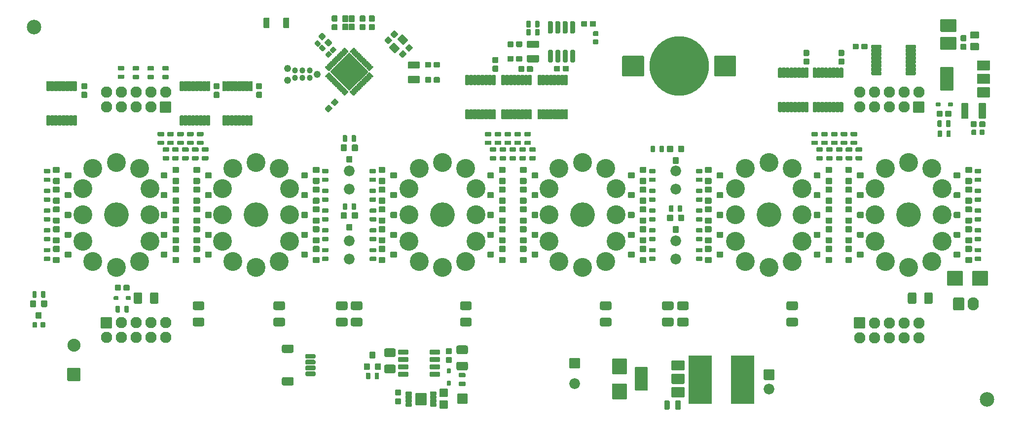
<source format=gbr>
G04 #@! TF.GenerationSoftware,KiCad,Pcbnew,(5.1.7)-1*
G04 #@! TF.CreationDate,2020-11-21T17:16:52+01:00*
G04 #@! TF.ProjectId,nixie_clock,6e697869-655f-4636-9c6f-636b2e6b6963,100A*
G04 #@! TF.SameCoordinates,Original*
G04 #@! TF.FileFunction,Soldermask,Bot*
G04 #@! TF.FilePolarity,Negative*
%FSLAX46Y46*%
G04 Gerber Fmt 4.6, Leading zero omitted, Abs format (unit mm)*
G04 Created by KiCad (PCBNEW (5.1.7)-1) date 2020-11-21 17:16:52*
%MOMM*%
%LPD*%
G01*
G04 APERTURE LIST*
%ADD10C,0.100000*%
%ADD11C,10.240000*%
%ADD12C,2.240000*%
%ADD13O,1.940000X2.240000*%
%ADD14C,4.240000*%
%ADD15C,3.240000*%
%ADD16O,1.940000X1.940000*%
%ADD17C,1.027400*%
%ADD18C,1.230600*%
%ADD19C,1.840000*%
%ADD20C,2.500000*%
G04 APERTURE END LIST*
D10*
G36*
X195100000Y-92400000D02*
G01*
X191200000Y-92400000D01*
X191200000Y-84200000D01*
X195100000Y-84200000D01*
X195100000Y-92400000D01*
G37*
X195100000Y-92400000D02*
X191200000Y-92400000D01*
X191200000Y-84200000D01*
X195100000Y-84200000D01*
X195100000Y-92400000D01*
G36*
X202400000Y-92400000D02*
G01*
X198500000Y-92400000D01*
X198500000Y-84200000D01*
X202400000Y-84200000D01*
X202400000Y-92400000D01*
G37*
X202400000Y-92400000D02*
X198500000Y-92400000D01*
X198500000Y-84200000D01*
X202400000Y-84200000D01*
X202400000Y-92400000D01*
G36*
G01*
X193375900Y-86396600D02*
X193375900Y-90003400D01*
G75*
G02*
X193255900Y-90123400I-120000J0D01*
G01*
X191452500Y-90123400D01*
G75*
G02*
X191332500Y-90003400I0J120000D01*
G01*
X191332500Y-86396600D01*
G75*
G02*
X191452500Y-86276600I120000J0D01*
G01*
X193255900Y-86276600D01*
G75*
G02*
X193375900Y-86396600I0J-120000D01*
G01*
G37*
G36*
G01*
X202367500Y-86396600D02*
X202367500Y-90003400D01*
G75*
G02*
X202247500Y-90123400I-120000J0D01*
G01*
X200444100Y-90123400D01*
G75*
G02*
X200324100Y-90003400I0J120000D01*
G01*
X200324100Y-86396600D01*
G75*
G02*
X200444100Y-86276600I120000J0D01*
G01*
X202247500Y-86276600D01*
G75*
G02*
X202367500Y-86396600I0J-120000D01*
G01*
G37*
G36*
G01*
X179830000Y-36050000D02*
X179830000Y-32750000D01*
G75*
G02*
X179950000Y-32630000I120000J0D01*
G01*
X183450000Y-32630000D01*
G75*
G02*
X183570000Y-32750000I0J-120000D01*
G01*
X183570000Y-36050000D01*
G75*
G02*
X183450000Y-36170000I-120000J0D01*
G01*
X179950000Y-36170000D01*
G75*
G02*
X179830000Y-36050000I0J120000D01*
G01*
G37*
G36*
G01*
X195630000Y-36050000D02*
X195630000Y-32750000D01*
G75*
G02*
X195750000Y-32630000I120000J0D01*
G01*
X199250000Y-32630000D01*
G75*
G02*
X199370000Y-32750000I0J-120000D01*
G01*
X199370000Y-36050000D01*
G75*
G02*
X199250000Y-36170000I-120000J0D01*
G01*
X195750000Y-36170000D01*
G75*
G02*
X195630000Y-36050000I0J120000D01*
G01*
G37*
D11*
X189600000Y-34400000D03*
D12*
X85700000Y-82420000D03*
G36*
G01*
X86700000Y-88540000D02*
X84700000Y-88540000D01*
G75*
G02*
X84580000Y-88420000I0J120000D01*
G01*
X84580000Y-86420000D01*
G75*
G02*
X84700000Y-86300000I120000J0D01*
G01*
X86700000Y-86300000D01*
G75*
G02*
X86820000Y-86420000I0J-120000D01*
G01*
X86820000Y-88420000D01*
G75*
G02*
X86700000Y-88540000I-120000J0D01*
G01*
G37*
G36*
G01*
X238320000Y-69750000D02*
X238320000Y-72050000D01*
G75*
G02*
X238200000Y-72170000I-120000J0D01*
G01*
X235700000Y-72170000D01*
G75*
G02*
X235580000Y-72050000I0J120000D01*
G01*
X235580000Y-69750000D01*
G75*
G02*
X235700000Y-69630000I120000J0D01*
G01*
X238200000Y-69630000D01*
G75*
G02*
X238320000Y-69750000I0J-120000D01*
G01*
G37*
G36*
G01*
X242620000Y-69750000D02*
X242620000Y-72050000D01*
G75*
G02*
X242500000Y-72170000I-120000J0D01*
G01*
X240000000Y-72170000D01*
G75*
G02*
X239880000Y-72050000I0J120000D01*
G01*
X239880000Y-69750000D01*
G75*
G02*
X240000000Y-69630000I120000J0D01*
G01*
X242500000Y-69630000D01*
G75*
G02*
X242620000Y-69750000I0J-120000D01*
G01*
G37*
G36*
G01*
X236630000Y-76134706D02*
X236630000Y-74465294D01*
G75*
G02*
X236915294Y-74180000I285294J0D01*
G01*
X238284706Y-74180000D01*
G75*
G02*
X238570000Y-74465294I0J-285294D01*
G01*
X238570000Y-76134706D01*
G75*
G02*
X238284706Y-76420000I-285294J0D01*
G01*
X236915294Y-76420000D01*
G75*
G02*
X236630000Y-76134706I0J285294D01*
G01*
G37*
D13*
X240100000Y-75300000D03*
G36*
G01*
X241180000Y-46150000D02*
X241180000Y-45450000D01*
G75*
G02*
X241300000Y-45330000I120000J0D01*
G01*
X241900000Y-45330000D01*
G75*
G02*
X242020000Y-45450000I0J-120000D01*
G01*
X242020000Y-46150000D01*
G75*
G02*
X241900000Y-46270000I-120000J0D01*
G01*
X241300000Y-46270000D01*
G75*
G02*
X241180000Y-46150000I0J120000D01*
G01*
G37*
G36*
G01*
X239780000Y-46150000D02*
X239780000Y-45450000D01*
G75*
G02*
X239900000Y-45330000I120000J0D01*
G01*
X240500000Y-45330000D01*
G75*
G02*
X240620000Y-45450000I0J-120000D01*
G01*
X240620000Y-46150000D01*
G75*
G02*
X240500000Y-46270000I-120000J0D01*
G01*
X239900000Y-46270000D01*
G75*
G02*
X239780000Y-46150000I0J120000D01*
G01*
G37*
G36*
G01*
X79420000Y-78550000D02*
X79420000Y-79250000D01*
G75*
G02*
X79300000Y-79370000I-120000J0D01*
G01*
X78700000Y-79370000D01*
G75*
G02*
X78580000Y-79250000I0J120000D01*
G01*
X78580000Y-78550000D01*
G75*
G02*
X78700000Y-78430000I120000J0D01*
G01*
X79300000Y-78430000D01*
G75*
G02*
X79420000Y-78550000I0J-120000D01*
G01*
G37*
G36*
G01*
X80820000Y-78550000D02*
X80820000Y-79250000D01*
G75*
G02*
X80700000Y-79370000I-120000J0D01*
G01*
X80100000Y-79370000D01*
G75*
G02*
X79980000Y-79250000I0J120000D01*
G01*
X79980000Y-78550000D01*
G75*
G02*
X80100000Y-78430000I120000J0D01*
G01*
X80700000Y-78430000D01*
G75*
G02*
X80820000Y-78550000I0J-120000D01*
G01*
G37*
G36*
G01*
X116300000Y-38720000D02*
X115850000Y-38720000D01*
G75*
G02*
X115730000Y-38600000I0J120000D01*
G01*
X115730000Y-37100000D01*
G75*
G02*
X115850000Y-36980000I120000J0D01*
G01*
X116300000Y-36980000D01*
G75*
G02*
X116420000Y-37100000I0J-120000D01*
G01*
X116420000Y-38600000D01*
G75*
G02*
X116300000Y-38720000I-120000J0D01*
G01*
G37*
G36*
G01*
X115650000Y-38720000D02*
X115200000Y-38720000D01*
G75*
G02*
X115080000Y-38600000I0J120000D01*
G01*
X115080000Y-37100000D01*
G75*
G02*
X115200000Y-36980000I120000J0D01*
G01*
X115650000Y-36980000D01*
G75*
G02*
X115770000Y-37100000I0J-120000D01*
G01*
X115770000Y-38600000D01*
G75*
G02*
X115650000Y-38720000I-120000J0D01*
G01*
G37*
G36*
G01*
X115000000Y-38720000D02*
X114550000Y-38720000D01*
G75*
G02*
X114430000Y-38600000I0J120000D01*
G01*
X114430000Y-37100000D01*
G75*
G02*
X114550000Y-36980000I120000J0D01*
G01*
X115000000Y-36980000D01*
G75*
G02*
X115120000Y-37100000I0J-120000D01*
G01*
X115120000Y-38600000D01*
G75*
G02*
X115000000Y-38720000I-120000J0D01*
G01*
G37*
G36*
G01*
X114350000Y-38720000D02*
X113900000Y-38720000D01*
G75*
G02*
X113780000Y-38600000I0J120000D01*
G01*
X113780000Y-37100000D01*
G75*
G02*
X113900000Y-36980000I120000J0D01*
G01*
X114350000Y-36980000D01*
G75*
G02*
X114470000Y-37100000I0J-120000D01*
G01*
X114470000Y-38600000D01*
G75*
G02*
X114350000Y-38720000I-120000J0D01*
G01*
G37*
G36*
G01*
X113700000Y-38720000D02*
X113250000Y-38720000D01*
G75*
G02*
X113130000Y-38600000I0J120000D01*
G01*
X113130000Y-37100000D01*
G75*
G02*
X113250000Y-36980000I120000J0D01*
G01*
X113700000Y-36980000D01*
G75*
G02*
X113820000Y-37100000I0J-120000D01*
G01*
X113820000Y-38600000D01*
G75*
G02*
X113700000Y-38720000I-120000J0D01*
G01*
G37*
G36*
G01*
X113050000Y-38720000D02*
X112600000Y-38720000D01*
G75*
G02*
X112480000Y-38600000I0J120000D01*
G01*
X112480000Y-37100000D01*
G75*
G02*
X112600000Y-36980000I120000J0D01*
G01*
X113050000Y-36980000D01*
G75*
G02*
X113170000Y-37100000I0J-120000D01*
G01*
X113170000Y-38600000D01*
G75*
G02*
X113050000Y-38720000I-120000J0D01*
G01*
G37*
G36*
G01*
X112400000Y-38720000D02*
X111950000Y-38720000D01*
G75*
G02*
X111830000Y-38600000I0J120000D01*
G01*
X111830000Y-37100000D01*
G75*
G02*
X111950000Y-36980000I120000J0D01*
G01*
X112400000Y-36980000D01*
G75*
G02*
X112520000Y-37100000I0J-120000D01*
G01*
X112520000Y-38600000D01*
G75*
G02*
X112400000Y-38720000I-120000J0D01*
G01*
G37*
G36*
G01*
X111750000Y-38720000D02*
X111300000Y-38720000D01*
G75*
G02*
X111180000Y-38600000I0J120000D01*
G01*
X111180000Y-37100000D01*
G75*
G02*
X111300000Y-36980000I120000J0D01*
G01*
X111750000Y-36980000D01*
G75*
G02*
X111870000Y-37100000I0J-120000D01*
G01*
X111870000Y-38600000D01*
G75*
G02*
X111750000Y-38720000I-120000J0D01*
G01*
G37*
G36*
G01*
X111750000Y-44620000D02*
X111300000Y-44620000D01*
G75*
G02*
X111180000Y-44500000I0J120000D01*
G01*
X111180000Y-43000000D01*
G75*
G02*
X111300000Y-42880000I120000J0D01*
G01*
X111750000Y-42880000D01*
G75*
G02*
X111870000Y-43000000I0J-120000D01*
G01*
X111870000Y-44500000D01*
G75*
G02*
X111750000Y-44620000I-120000J0D01*
G01*
G37*
G36*
G01*
X112400000Y-44620000D02*
X111950000Y-44620000D01*
G75*
G02*
X111830000Y-44500000I0J120000D01*
G01*
X111830000Y-43000000D01*
G75*
G02*
X111950000Y-42880000I120000J0D01*
G01*
X112400000Y-42880000D01*
G75*
G02*
X112520000Y-43000000I0J-120000D01*
G01*
X112520000Y-44500000D01*
G75*
G02*
X112400000Y-44620000I-120000J0D01*
G01*
G37*
G36*
G01*
X113050000Y-44620000D02*
X112600000Y-44620000D01*
G75*
G02*
X112480000Y-44500000I0J120000D01*
G01*
X112480000Y-43000000D01*
G75*
G02*
X112600000Y-42880000I120000J0D01*
G01*
X113050000Y-42880000D01*
G75*
G02*
X113170000Y-43000000I0J-120000D01*
G01*
X113170000Y-44500000D01*
G75*
G02*
X113050000Y-44620000I-120000J0D01*
G01*
G37*
G36*
G01*
X113700000Y-44620000D02*
X113250000Y-44620000D01*
G75*
G02*
X113130000Y-44500000I0J120000D01*
G01*
X113130000Y-43000000D01*
G75*
G02*
X113250000Y-42880000I120000J0D01*
G01*
X113700000Y-42880000D01*
G75*
G02*
X113820000Y-43000000I0J-120000D01*
G01*
X113820000Y-44500000D01*
G75*
G02*
X113700000Y-44620000I-120000J0D01*
G01*
G37*
G36*
G01*
X114350000Y-44620000D02*
X113900000Y-44620000D01*
G75*
G02*
X113780000Y-44500000I0J120000D01*
G01*
X113780000Y-43000000D01*
G75*
G02*
X113900000Y-42880000I120000J0D01*
G01*
X114350000Y-42880000D01*
G75*
G02*
X114470000Y-43000000I0J-120000D01*
G01*
X114470000Y-44500000D01*
G75*
G02*
X114350000Y-44620000I-120000J0D01*
G01*
G37*
G36*
G01*
X115000000Y-44620000D02*
X114550000Y-44620000D01*
G75*
G02*
X114430000Y-44500000I0J120000D01*
G01*
X114430000Y-43000000D01*
G75*
G02*
X114550000Y-42880000I120000J0D01*
G01*
X115000000Y-42880000D01*
G75*
G02*
X115120000Y-43000000I0J-120000D01*
G01*
X115120000Y-44500000D01*
G75*
G02*
X115000000Y-44620000I-120000J0D01*
G01*
G37*
G36*
G01*
X115650000Y-44620000D02*
X115200000Y-44620000D01*
G75*
G02*
X115080000Y-44500000I0J120000D01*
G01*
X115080000Y-43000000D01*
G75*
G02*
X115200000Y-42880000I120000J0D01*
G01*
X115650000Y-42880000D01*
G75*
G02*
X115770000Y-43000000I0J-120000D01*
G01*
X115770000Y-44500000D01*
G75*
G02*
X115650000Y-44620000I-120000J0D01*
G01*
G37*
G36*
G01*
X116300000Y-44620000D02*
X115850000Y-44620000D01*
G75*
G02*
X115730000Y-44500000I0J120000D01*
G01*
X115730000Y-43000000D01*
G75*
G02*
X115850000Y-42880000I120000J0D01*
G01*
X116300000Y-42880000D01*
G75*
G02*
X116420000Y-43000000I0J-120000D01*
G01*
X116420000Y-44500000D01*
G75*
G02*
X116300000Y-44620000I-120000J0D01*
G01*
G37*
G36*
G01*
X93370000Y-74075000D02*
X93370000Y-74525000D01*
G75*
G02*
X93250000Y-74645000I-120000J0D01*
G01*
X92650000Y-74645000D01*
G75*
G02*
X92530000Y-74525000I0J120000D01*
G01*
X92530000Y-74075000D01*
G75*
G02*
X92650000Y-73955000I120000J0D01*
G01*
X93250000Y-73955000D01*
G75*
G02*
X93370000Y-74075000I0J-120000D01*
G01*
G37*
G36*
G01*
X95470000Y-74075000D02*
X95470000Y-74525000D01*
G75*
G02*
X95350000Y-74645000I-120000J0D01*
G01*
X94750000Y-74645000D01*
G75*
G02*
X94630000Y-74525000I0J120000D01*
G01*
X94630000Y-74075000D01*
G75*
G02*
X94750000Y-73955000I120000J0D01*
G01*
X95350000Y-73955000D01*
G75*
G02*
X95470000Y-74075000I0J-120000D01*
G01*
G37*
G36*
G01*
X93770000Y-72125000D02*
X93770000Y-72875000D01*
G75*
G02*
X93650000Y-72995000I-120000J0D01*
G01*
X92850000Y-72995000D01*
G75*
G02*
X92730000Y-72875000I0J120000D01*
G01*
X92730000Y-72125000D01*
G75*
G02*
X92850000Y-72005000I120000J0D01*
G01*
X93650000Y-72005000D01*
G75*
G02*
X93770000Y-72125000I0J-120000D01*
G01*
G37*
G36*
G01*
X95270000Y-72125000D02*
X95270000Y-72875000D01*
G75*
G02*
X95150000Y-72995000I-120000J0D01*
G01*
X94350000Y-72995000D01*
G75*
G02*
X94230000Y-72875000I0J120000D01*
G01*
X94230000Y-72125000D01*
G75*
G02*
X94350000Y-72005000I120000J0D01*
G01*
X95150000Y-72005000D01*
G75*
G02*
X95270000Y-72125000I0J-120000D01*
G01*
G37*
G36*
G01*
X109000000Y-38720000D02*
X108550000Y-38720000D01*
G75*
G02*
X108430000Y-38600000I0J120000D01*
G01*
X108430000Y-37100000D01*
G75*
G02*
X108550000Y-36980000I120000J0D01*
G01*
X109000000Y-36980000D01*
G75*
G02*
X109120000Y-37100000I0J-120000D01*
G01*
X109120000Y-38600000D01*
G75*
G02*
X109000000Y-38720000I-120000J0D01*
G01*
G37*
G36*
G01*
X108350000Y-38720000D02*
X107900000Y-38720000D01*
G75*
G02*
X107780000Y-38600000I0J120000D01*
G01*
X107780000Y-37100000D01*
G75*
G02*
X107900000Y-36980000I120000J0D01*
G01*
X108350000Y-36980000D01*
G75*
G02*
X108470000Y-37100000I0J-120000D01*
G01*
X108470000Y-38600000D01*
G75*
G02*
X108350000Y-38720000I-120000J0D01*
G01*
G37*
G36*
G01*
X107700000Y-38720000D02*
X107250000Y-38720000D01*
G75*
G02*
X107130000Y-38600000I0J120000D01*
G01*
X107130000Y-37100000D01*
G75*
G02*
X107250000Y-36980000I120000J0D01*
G01*
X107700000Y-36980000D01*
G75*
G02*
X107820000Y-37100000I0J-120000D01*
G01*
X107820000Y-38600000D01*
G75*
G02*
X107700000Y-38720000I-120000J0D01*
G01*
G37*
G36*
G01*
X107050000Y-38720000D02*
X106600000Y-38720000D01*
G75*
G02*
X106480000Y-38600000I0J120000D01*
G01*
X106480000Y-37100000D01*
G75*
G02*
X106600000Y-36980000I120000J0D01*
G01*
X107050000Y-36980000D01*
G75*
G02*
X107170000Y-37100000I0J-120000D01*
G01*
X107170000Y-38600000D01*
G75*
G02*
X107050000Y-38720000I-120000J0D01*
G01*
G37*
G36*
G01*
X106400000Y-38720000D02*
X105950000Y-38720000D01*
G75*
G02*
X105830000Y-38600000I0J120000D01*
G01*
X105830000Y-37100000D01*
G75*
G02*
X105950000Y-36980000I120000J0D01*
G01*
X106400000Y-36980000D01*
G75*
G02*
X106520000Y-37100000I0J-120000D01*
G01*
X106520000Y-38600000D01*
G75*
G02*
X106400000Y-38720000I-120000J0D01*
G01*
G37*
G36*
G01*
X105750000Y-38720000D02*
X105300000Y-38720000D01*
G75*
G02*
X105180000Y-38600000I0J120000D01*
G01*
X105180000Y-37100000D01*
G75*
G02*
X105300000Y-36980000I120000J0D01*
G01*
X105750000Y-36980000D01*
G75*
G02*
X105870000Y-37100000I0J-120000D01*
G01*
X105870000Y-38600000D01*
G75*
G02*
X105750000Y-38720000I-120000J0D01*
G01*
G37*
G36*
G01*
X105100000Y-38720000D02*
X104650000Y-38720000D01*
G75*
G02*
X104530000Y-38600000I0J120000D01*
G01*
X104530000Y-37100000D01*
G75*
G02*
X104650000Y-36980000I120000J0D01*
G01*
X105100000Y-36980000D01*
G75*
G02*
X105220000Y-37100000I0J-120000D01*
G01*
X105220000Y-38600000D01*
G75*
G02*
X105100000Y-38720000I-120000J0D01*
G01*
G37*
G36*
G01*
X104450000Y-38720000D02*
X104000000Y-38720000D01*
G75*
G02*
X103880000Y-38600000I0J120000D01*
G01*
X103880000Y-37100000D01*
G75*
G02*
X104000000Y-36980000I120000J0D01*
G01*
X104450000Y-36980000D01*
G75*
G02*
X104570000Y-37100000I0J-120000D01*
G01*
X104570000Y-38600000D01*
G75*
G02*
X104450000Y-38720000I-120000J0D01*
G01*
G37*
G36*
G01*
X104450000Y-44620000D02*
X104000000Y-44620000D01*
G75*
G02*
X103880000Y-44500000I0J120000D01*
G01*
X103880000Y-43000000D01*
G75*
G02*
X104000000Y-42880000I120000J0D01*
G01*
X104450000Y-42880000D01*
G75*
G02*
X104570000Y-43000000I0J-120000D01*
G01*
X104570000Y-44500000D01*
G75*
G02*
X104450000Y-44620000I-120000J0D01*
G01*
G37*
G36*
G01*
X105100000Y-44620000D02*
X104650000Y-44620000D01*
G75*
G02*
X104530000Y-44500000I0J120000D01*
G01*
X104530000Y-43000000D01*
G75*
G02*
X104650000Y-42880000I120000J0D01*
G01*
X105100000Y-42880000D01*
G75*
G02*
X105220000Y-43000000I0J-120000D01*
G01*
X105220000Y-44500000D01*
G75*
G02*
X105100000Y-44620000I-120000J0D01*
G01*
G37*
G36*
G01*
X105750000Y-44620000D02*
X105300000Y-44620000D01*
G75*
G02*
X105180000Y-44500000I0J120000D01*
G01*
X105180000Y-43000000D01*
G75*
G02*
X105300000Y-42880000I120000J0D01*
G01*
X105750000Y-42880000D01*
G75*
G02*
X105870000Y-43000000I0J-120000D01*
G01*
X105870000Y-44500000D01*
G75*
G02*
X105750000Y-44620000I-120000J0D01*
G01*
G37*
G36*
G01*
X106400000Y-44620000D02*
X105950000Y-44620000D01*
G75*
G02*
X105830000Y-44500000I0J120000D01*
G01*
X105830000Y-43000000D01*
G75*
G02*
X105950000Y-42880000I120000J0D01*
G01*
X106400000Y-42880000D01*
G75*
G02*
X106520000Y-43000000I0J-120000D01*
G01*
X106520000Y-44500000D01*
G75*
G02*
X106400000Y-44620000I-120000J0D01*
G01*
G37*
G36*
G01*
X107050000Y-44620000D02*
X106600000Y-44620000D01*
G75*
G02*
X106480000Y-44500000I0J120000D01*
G01*
X106480000Y-43000000D01*
G75*
G02*
X106600000Y-42880000I120000J0D01*
G01*
X107050000Y-42880000D01*
G75*
G02*
X107170000Y-43000000I0J-120000D01*
G01*
X107170000Y-44500000D01*
G75*
G02*
X107050000Y-44620000I-120000J0D01*
G01*
G37*
G36*
G01*
X107700000Y-44620000D02*
X107250000Y-44620000D01*
G75*
G02*
X107130000Y-44500000I0J120000D01*
G01*
X107130000Y-43000000D01*
G75*
G02*
X107250000Y-42880000I120000J0D01*
G01*
X107700000Y-42880000D01*
G75*
G02*
X107820000Y-43000000I0J-120000D01*
G01*
X107820000Y-44500000D01*
G75*
G02*
X107700000Y-44620000I-120000J0D01*
G01*
G37*
G36*
G01*
X108350000Y-44620000D02*
X107900000Y-44620000D01*
G75*
G02*
X107780000Y-44500000I0J120000D01*
G01*
X107780000Y-43000000D01*
G75*
G02*
X107900000Y-42880000I120000J0D01*
G01*
X108350000Y-42880000D01*
G75*
G02*
X108470000Y-43000000I0J-120000D01*
G01*
X108470000Y-44500000D01*
G75*
G02*
X108350000Y-44620000I-120000J0D01*
G01*
G37*
G36*
G01*
X109000000Y-44620000D02*
X108550000Y-44620000D01*
G75*
G02*
X108430000Y-44500000I0J120000D01*
G01*
X108430000Y-43000000D01*
G75*
G02*
X108550000Y-42880000I120000J0D01*
G01*
X109000000Y-42880000D01*
G75*
G02*
X109120000Y-43000000I0J-120000D01*
G01*
X109120000Y-44500000D01*
G75*
G02*
X109000000Y-44620000I-120000J0D01*
G01*
G37*
D14*
X116990000Y-59990000D03*
D15*
X116990000Y-68990000D03*
X120990000Y-67990000D03*
X122740000Y-59990000D03*
X122740000Y-55490000D03*
X120990000Y-51990000D03*
X116990000Y-50990000D03*
X112990000Y-51990000D03*
X111240000Y-55490000D03*
X111240000Y-59990000D03*
X111240000Y-64490000D03*
X112990000Y-67990000D03*
X122740000Y-64490000D03*
G36*
G01*
X242970000Y-33550000D02*
X242970000Y-35050000D01*
G75*
G02*
X242850000Y-35170000I-120000J0D01*
G01*
X240850000Y-35170000D01*
G75*
G02*
X240730000Y-35050000I0J120000D01*
G01*
X240730000Y-33550000D01*
G75*
G02*
X240850000Y-33430000I120000J0D01*
G01*
X242850000Y-33430000D01*
G75*
G02*
X242970000Y-33550000I0J-120000D01*
G01*
G37*
G36*
G01*
X242970000Y-38150000D02*
X242970000Y-39650000D01*
G75*
G02*
X242850000Y-39770000I-120000J0D01*
G01*
X240850000Y-39770000D01*
G75*
G02*
X240730000Y-39650000I0J120000D01*
G01*
X240730000Y-38150000D01*
G75*
G02*
X240850000Y-38030000I120000J0D01*
G01*
X242850000Y-38030000D01*
G75*
G02*
X242970000Y-38150000I0J-120000D01*
G01*
G37*
G36*
G01*
X242970000Y-35850000D02*
X242970000Y-37350000D01*
G75*
G02*
X242850000Y-37470000I-120000J0D01*
G01*
X240850000Y-37470000D01*
G75*
G02*
X240730000Y-37350000I0J120000D01*
G01*
X240730000Y-35850000D01*
G75*
G02*
X240850000Y-35730000I120000J0D01*
G01*
X242850000Y-35730000D01*
G75*
G02*
X242970000Y-35850000I0J-120000D01*
G01*
G37*
G36*
G01*
X236670000Y-34700000D02*
X236670000Y-38500000D01*
G75*
G02*
X236550000Y-38620000I-120000J0D01*
G01*
X234550000Y-38620000D01*
G75*
G02*
X234430000Y-38500000I0J120000D01*
G01*
X234430000Y-34700000D01*
G75*
G02*
X234550000Y-34580000I120000J0D01*
G01*
X236550000Y-34580000D01*
G75*
G02*
X236670000Y-34700000I0J-120000D01*
G01*
G37*
D16*
X220580000Y-38910000D03*
X220580000Y-41450000D03*
X223120000Y-38910000D03*
X223120000Y-41450000D03*
X225660000Y-38910000D03*
X225660000Y-41450000D03*
X228200000Y-38910000D03*
X228200000Y-41450000D03*
X230740000Y-38910000D03*
G36*
G01*
X229890000Y-40480000D02*
X231590000Y-40480000D01*
G75*
G02*
X231710000Y-40600000I0J-120000D01*
G01*
X231710000Y-42300000D01*
G75*
G02*
X231590000Y-42420000I-120000J0D01*
G01*
X229890000Y-42420000D01*
G75*
G02*
X229770000Y-42300000I0J120000D01*
G01*
X229770000Y-40600000D01*
G75*
G02*
X229890000Y-40480000I120000J0D01*
G01*
G37*
G36*
G01*
X143127799Y-31902531D02*
X142597469Y-31372201D01*
G75*
G02*
X142597469Y-31202495I84853J84853D01*
G01*
X143163155Y-30636809D01*
G75*
G02*
X143332861Y-30636809I84853J-84853D01*
G01*
X143863191Y-31167139D01*
G75*
G02*
X143863191Y-31336845I-84853J-84853D01*
G01*
X143297505Y-31902531D01*
G75*
G02*
X143127799Y-31902531I-84853J84853D01*
G01*
G37*
G36*
G01*
X142067139Y-32963191D02*
X141536809Y-32432861D01*
G75*
G02*
X141536809Y-32263155I84853J84853D01*
G01*
X142102495Y-31697469D01*
G75*
G02*
X142272201Y-31697469I84853J-84853D01*
G01*
X142802531Y-32227799D01*
G75*
G02*
X142802531Y-32397505I-84853J-84853D01*
G01*
X142236845Y-32963191D01*
G75*
G02*
X142067139Y-32963191I-84853J84853D01*
G01*
G37*
D14*
X92990000Y-59990000D03*
D15*
X92990000Y-68990000D03*
X96990000Y-67990000D03*
X98740000Y-59990000D03*
X98740000Y-55490000D03*
X96990000Y-51990000D03*
X92990000Y-50990000D03*
X88990000Y-51990000D03*
X87240000Y-55490000D03*
X87240000Y-59990000D03*
X87240000Y-64490000D03*
X88990000Y-67990000D03*
X98740000Y-64490000D03*
D17*
X123630000Y-35165000D03*
X123630000Y-36435000D03*
X124900000Y-35165000D03*
X124900000Y-36435000D03*
X126170000Y-35165000D03*
X126170000Y-36435000D03*
D18*
X127440000Y-35800000D03*
X122360000Y-36816000D03*
X122360000Y-34784000D03*
D16*
X91280000Y-38900000D03*
X91280000Y-41440000D03*
X93820000Y-38900000D03*
X93820000Y-41440000D03*
X96360000Y-38900000D03*
X96360000Y-41440000D03*
X98900000Y-38900000D03*
X98900000Y-41440000D03*
X101440000Y-38900000D03*
G36*
G01*
X100590000Y-40470000D02*
X102290000Y-40470000D01*
G75*
G02*
X102410000Y-40590000I0J-120000D01*
G01*
X102410000Y-42290000D01*
G75*
G02*
X102290000Y-42410000I-120000J0D01*
G01*
X100590000Y-42410000D01*
G75*
G02*
X100470000Y-42290000I0J120000D01*
G01*
X100470000Y-40590000D01*
G75*
G02*
X100590000Y-40470000I120000J0D01*
G01*
G37*
G36*
G01*
X175630000Y-29260000D02*
X174930000Y-29260000D01*
G75*
G02*
X174810000Y-29140000I0J120000D01*
G01*
X174810000Y-28540000D01*
G75*
G02*
X174930000Y-28420000I120000J0D01*
G01*
X175630000Y-28420000D01*
G75*
G02*
X175750000Y-28540000I0J-120000D01*
G01*
X175750000Y-29140000D01*
G75*
G02*
X175630000Y-29260000I-120000J0D01*
G01*
G37*
G36*
G01*
X175630000Y-30660000D02*
X174930000Y-30660000D01*
G75*
G02*
X174810000Y-30540000I0J120000D01*
G01*
X174810000Y-29940000D01*
G75*
G02*
X174930000Y-29820000I120000J0D01*
G01*
X175630000Y-29820000D01*
G75*
G02*
X175750000Y-29940000I0J-120000D01*
G01*
X175750000Y-30540000D01*
G75*
G02*
X175630000Y-30660000I-120000J0D01*
G01*
G37*
D19*
X171660000Y-88980000D03*
G36*
G01*
X170860000Y-84560000D02*
X172460000Y-84560000D01*
G75*
G02*
X172580000Y-84680000I0J-120000D01*
G01*
X172580000Y-86280000D01*
G75*
G02*
X172460000Y-86400000I-120000J0D01*
G01*
X170860000Y-86400000D01*
G75*
G02*
X170740000Y-86280000I0J120000D01*
G01*
X170740000Y-84680000D01*
G75*
G02*
X170860000Y-84560000I120000J0D01*
G01*
G37*
X205050000Y-89950000D03*
G36*
G01*
X204250000Y-86530000D02*
X205850000Y-86530000D01*
G75*
G02*
X205970000Y-86650000I0J-120000D01*
G01*
X205970000Y-88250000D01*
G75*
G02*
X205850000Y-88370000I-120000J0D01*
G01*
X204250000Y-88370000D01*
G75*
G02*
X204130000Y-88250000I0J120000D01*
G01*
X204130000Y-86650000D01*
G75*
G02*
X204250000Y-86530000I120000J0D01*
G01*
G37*
G36*
G01*
X224320000Y-30850000D02*
X224320000Y-31300000D01*
G75*
G02*
X224200000Y-31420000I-120000J0D01*
G01*
X222700000Y-31420000D01*
G75*
G02*
X222580000Y-31300000I0J120000D01*
G01*
X222580000Y-30850000D01*
G75*
G02*
X222700000Y-30730000I120000J0D01*
G01*
X224200000Y-30730000D01*
G75*
G02*
X224320000Y-30850000I0J-120000D01*
G01*
G37*
G36*
G01*
X224320000Y-31500000D02*
X224320000Y-31950000D01*
G75*
G02*
X224200000Y-32070000I-120000J0D01*
G01*
X222700000Y-32070000D01*
G75*
G02*
X222580000Y-31950000I0J120000D01*
G01*
X222580000Y-31500000D01*
G75*
G02*
X222700000Y-31380000I120000J0D01*
G01*
X224200000Y-31380000D01*
G75*
G02*
X224320000Y-31500000I0J-120000D01*
G01*
G37*
G36*
G01*
X224320000Y-32150000D02*
X224320000Y-32600000D01*
G75*
G02*
X224200000Y-32720000I-120000J0D01*
G01*
X222700000Y-32720000D01*
G75*
G02*
X222580000Y-32600000I0J120000D01*
G01*
X222580000Y-32150000D01*
G75*
G02*
X222700000Y-32030000I120000J0D01*
G01*
X224200000Y-32030000D01*
G75*
G02*
X224320000Y-32150000I0J-120000D01*
G01*
G37*
G36*
G01*
X224320000Y-32800000D02*
X224320000Y-33250000D01*
G75*
G02*
X224200000Y-33370000I-120000J0D01*
G01*
X222700000Y-33370000D01*
G75*
G02*
X222580000Y-33250000I0J120000D01*
G01*
X222580000Y-32800000D01*
G75*
G02*
X222700000Y-32680000I120000J0D01*
G01*
X224200000Y-32680000D01*
G75*
G02*
X224320000Y-32800000I0J-120000D01*
G01*
G37*
G36*
G01*
X224320000Y-33450000D02*
X224320000Y-33900000D01*
G75*
G02*
X224200000Y-34020000I-120000J0D01*
G01*
X222700000Y-34020000D01*
G75*
G02*
X222580000Y-33900000I0J120000D01*
G01*
X222580000Y-33450000D01*
G75*
G02*
X222700000Y-33330000I120000J0D01*
G01*
X224200000Y-33330000D01*
G75*
G02*
X224320000Y-33450000I0J-120000D01*
G01*
G37*
G36*
G01*
X224320000Y-34100000D02*
X224320000Y-34550000D01*
G75*
G02*
X224200000Y-34670000I-120000J0D01*
G01*
X222700000Y-34670000D01*
G75*
G02*
X222580000Y-34550000I0J120000D01*
G01*
X222580000Y-34100000D01*
G75*
G02*
X222700000Y-33980000I120000J0D01*
G01*
X224200000Y-33980000D01*
G75*
G02*
X224320000Y-34100000I0J-120000D01*
G01*
G37*
G36*
G01*
X224320000Y-34750000D02*
X224320000Y-35200000D01*
G75*
G02*
X224200000Y-35320000I-120000J0D01*
G01*
X222700000Y-35320000D01*
G75*
G02*
X222580000Y-35200000I0J120000D01*
G01*
X222580000Y-34750000D01*
G75*
G02*
X222700000Y-34630000I120000J0D01*
G01*
X224200000Y-34630000D01*
G75*
G02*
X224320000Y-34750000I0J-120000D01*
G01*
G37*
G36*
G01*
X224320000Y-35400000D02*
X224320000Y-35850000D01*
G75*
G02*
X224200000Y-35970000I-120000J0D01*
G01*
X222700000Y-35970000D01*
G75*
G02*
X222580000Y-35850000I0J120000D01*
G01*
X222580000Y-35400000D01*
G75*
G02*
X222700000Y-35280000I120000J0D01*
G01*
X224200000Y-35280000D01*
G75*
G02*
X224320000Y-35400000I0J-120000D01*
G01*
G37*
G36*
G01*
X230220000Y-35400000D02*
X230220000Y-35850000D01*
G75*
G02*
X230100000Y-35970000I-120000J0D01*
G01*
X228600000Y-35970000D01*
G75*
G02*
X228480000Y-35850000I0J120000D01*
G01*
X228480000Y-35400000D01*
G75*
G02*
X228600000Y-35280000I120000J0D01*
G01*
X230100000Y-35280000D01*
G75*
G02*
X230220000Y-35400000I0J-120000D01*
G01*
G37*
G36*
G01*
X230220000Y-34750000D02*
X230220000Y-35200000D01*
G75*
G02*
X230100000Y-35320000I-120000J0D01*
G01*
X228600000Y-35320000D01*
G75*
G02*
X228480000Y-35200000I0J120000D01*
G01*
X228480000Y-34750000D01*
G75*
G02*
X228600000Y-34630000I120000J0D01*
G01*
X230100000Y-34630000D01*
G75*
G02*
X230220000Y-34750000I0J-120000D01*
G01*
G37*
G36*
G01*
X230220000Y-34100000D02*
X230220000Y-34550000D01*
G75*
G02*
X230100000Y-34670000I-120000J0D01*
G01*
X228600000Y-34670000D01*
G75*
G02*
X228480000Y-34550000I0J120000D01*
G01*
X228480000Y-34100000D01*
G75*
G02*
X228600000Y-33980000I120000J0D01*
G01*
X230100000Y-33980000D01*
G75*
G02*
X230220000Y-34100000I0J-120000D01*
G01*
G37*
G36*
G01*
X230220000Y-33450000D02*
X230220000Y-33900000D01*
G75*
G02*
X230100000Y-34020000I-120000J0D01*
G01*
X228600000Y-34020000D01*
G75*
G02*
X228480000Y-33900000I0J120000D01*
G01*
X228480000Y-33450000D01*
G75*
G02*
X228600000Y-33330000I120000J0D01*
G01*
X230100000Y-33330000D01*
G75*
G02*
X230220000Y-33450000I0J-120000D01*
G01*
G37*
G36*
G01*
X230220000Y-32800000D02*
X230220000Y-33250000D01*
G75*
G02*
X230100000Y-33370000I-120000J0D01*
G01*
X228600000Y-33370000D01*
G75*
G02*
X228480000Y-33250000I0J120000D01*
G01*
X228480000Y-32800000D01*
G75*
G02*
X228600000Y-32680000I120000J0D01*
G01*
X230100000Y-32680000D01*
G75*
G02*
X230220000Y-32800000I0J-120000D01*
G01*
G37*
G36*
G01*
X230220000Y-32150000D02*
X230220000Y-32600000D01*
G75*
G02*
X230100000Y-32720000I-120000J0D01*
G01*
X228600000Y-32720000D01*
G75*
G02*
X228480000Y-32600000I0J120000D01*
G01*
X228480000Y-32150000D01*
G75*
G02*
X228600000Y-32030000I120000J0D01*
G01*
X230100000Y-32030000D01*
G75*
G02*
X230220000Y-32150000I0J-120000D01*
G01*
G37*
G36*
G01*
X230220000Y-31500000D02*
X230220000Y-31950000D01*
G75*
G02*
X230100000Y-32070000I-120000J0D01*
G01*
X228600000Y-32070000D01*
G75*
G02*
X228480000Y-31950000I0J120000D01*
G01*
X228480000Y-31500000D01*
G75*
G02*
X228600000Y-31380000I120000J0D01*
G01*
X230100000Y-31380000D01*
G75*
G02*
X230220000Y-31500000I0J-120000D01*
G01*
G37*
G36*
G01*
X230220000Y-30850000D02*
X230220000Y-31300000D01*
G75*
G02*
X230100000Y-31420000I-120000J0D01*
G01*
X228600000Y-31420000D01*
G75*
G02*
X228480000Y-31300000I0J120000D01*
G01*
X228480000Y-30850000D01*
G75*
G02*
X228600000Y-30730000I120000J0D01*
G01*
X230100000Y-30730000D01*
G75*
G02*
X230220000Y-30850000I0J-120000D01*
G01*
G37*
G36*
G01*
X211700000Y-36420000D02*
X211250000Y-36420000D01*
G75*
G02*
X211130000Y-36300000I0J120000D01*
G01*
X211130000Y-34800000D01*
G75*
G02*
X211250000Y-34680000I120000J0D01*
G01*
X211700000Y-34680000D01*
G75*
G02*
X211820000Y-34800000I0J-120000D01*
G01*
X211820000Y-36300000D01*
G75*
G02*
X211700000Y-36420000I-120000J0D01*
G01*
G37*
G36*
G01*
X211050000Y-36420000D02*
X210600000Y-36420000D01*
G75*
G02*
X210480000Y-36300000I0J120000D01*
G01*
X210480000Y-34800000D01*
G75*
G02*
X210600000Y-34680000I120000J0D01*
G01*
X211050000Y-34680000D01*
G75*
G02*
X211170000Y-34800000I0J-120000D01*
G01*
X211170000Y-36300000D01*
G75*
G02*
X211050000Y-36420000I-120000J0D01*
G01*
G37*
G36*
G01*
X210400000Y-36420000D02*
X209950000Y-36420000D01*
G75*
G02*
X209830000Y-36300000I0J120000D01*
G01*
X209830000Y-34800000D01*
G75*
G02*
X209950000Y-34680000I120000J0D01*
G01*
X210400000Y-34680000D01*
G75*
G02*
X210520000Y-34800000I0J-120000D01*
G01*
X210520000Y-36300000D01*
G75*
G02*
X210400000Y-36420000I-120000J0D01*
G01*
G37*
G36*
G01*
X209750000Y-36420000D02*
X209300000Y-36420000D01*
G75*
G02*
X209180000Y-36300000I0J120000D01*
G01*
X209180000Y-34800000D01*
G75*
G02*
X209300000Y-34680000I120000J0D01*
G01*
X209750000Y-34680000D01*
G75*
G02*
X209870000Y-34800000I0J-120000D01*
G01*
X209870000Y-36300000D01*
G75*
G02*
X209750000Y-36420000I-120000J0D01*
G01*
G37*
G36*
G01*
X209100000Y-36420000D02*
X208650000Y-36420000D01*
G75*
G02*
X208530000Y-36300000I0J120000D01*
G01*
X208530000Y-34800000D01*
G75*
G02*
X208650000Y-34680000I120000J0D01*
G01*
X209100000Y-34680000D01*
G75*
G02*
X209220000Y-34800000I0J-120000D01*
G01*
X209220000Y-36300000D01*
G75*
G02*
X209100000Y-36420000I-120000J0D01*
G01*
G37*
G36*
G01*
X208450000Y-36420000D02*
X208000000Y-36420000D01*
G75*
G02*
X207880000Y-36300000I0J120000D01*
G01*
X207880000Y-34800000D01*
G75*
G02*
X208000000Y-34680000I120000J0D01*
G01*
X208450000Y-34680000D01*
G75*
G02*
X208570000Y-34800000I0J-120000D01*
G01*
X208570000Y-36300000D01*
G75*
G02*
X208450000Y-36420000I-120000J0D01*
G01*
G37*
G36*
G01*
X207800000Y-36420000D02*
X207350000Y-36420000D01*
G75*
G02*
X207230000Y-36300000I0J120000D01*
G01*
X207230000Y-34800000D01*
G75*
G02*
X207350000Y-34680000I120000J0D01*
G01*
X207800000Y-34680000D01*
G75*
G02*
X207920000Y-34800000I0J-120000D01*
G01*
X207920000Y-36300000D01*
G75*
G02*
X207800000Y-36420000I-120000J0D01*
G01*
G37*
G36*
G01*
X207150000Y-36420000D02*
X206700000Y-36420000D01*
G75*
G02*
X206580000Y-36300000I0J120000D01*
G01*
X206580000Y-34800000D01*
G75*
G02*
X206700000Y-34680000I120000J0D01*
G01*
X207150000Y-34680000D01*
G75*
G02*
X207270000Y-34800000I0J-120000D01*
G01*
X207270000Y-36300000D01*
G75*
G02*
X207150000Y-36420000I-120000J0D01*
G01*
G37*
G36*
G01*
X207150000Y-42320000D02*
X206700000Y-42320000D01*
G75*
G02*
X206580000Y-42200000I0J120000D01*
G01*
X206580000Y-40700000D01*
G75*
G02*
X206700000Y-40580000I120000J0D01*
G01*
X207150000Y-40580000D01*
G75*
G02*
X207270000Y-40700000I0J-120000D01*
G01*
X207270000Y-42200000D01*
G75*
G02*
X207150000Y-42320000I-120000J0D01*
G01*
G37*
G36*
G01*
X207800000Y-42320000D02*
X207350000Y-42320000D01*
G75*
G02*
X207230000Y-42200000I0J120000D01*
G01*
X207230000Y-40700000D01*
G75*
G02*
X207350000Y-40580000I120000J0D01*
G01*
X207800000Y-40580000D01*
G75*
G02*
X207920000Y-40700000I0J-120000D01*
G01*
X207920000Y-42200000D01*
G75*
G02*
X207800000Y-42320000I-120000J0D01*
G01*
G37*
G36*
G01*
X208450000Y-42320000D02*
X208000000Y-42320000D01*
G75*
G02*
X207880000Y-42200000I0J120000D01*
G01*
X207880000Y-40700000D01*
G75*
G02*
X208000000Y-40580000I120000J0D01*
G01*
X208450000Y-40580000D01*
G75*
G02*
X208570000Y-40700000I0J-120000D01*
G01*
X208570000Y-42200000D01*
G75*
G02*
X208450000Y-42320000I-120000J0D01*
G01*
G37*
G36*
G01*
X209100000Y-42320000D02*
X208650000Y-42320000D01*
G75*
G02*
X208530000Y-42200000I0J120000D01*
G01*
X208530000Y-40700000D01*
G75*
G02*
X208650000Y-40580000I120000J0D01*
G01*
X209100000Y-40580000D01*
G75*
G02*
X209220000Y-40700000I0J-120000D01*
G01*
X209220000Y-42200000D01*
G75*
G02*
X209100000Y-42320000I-120000J0D01*
G01*
G37*
G36*
G01*
X209750000Y-42320000D02*
X209300000Y-42320000D01*
G75*
G02*
X209180000Y-42200000I0J120000D01*
G01*
X209180000Y-40700000D01*
G75*
G02*
X209300000Y-40580000I120000J0D01*
G01*
X209750000Y-40580000D01*
G75*
G02*
X209870000Y-40700000I0J-120000D01*
G01*
X209870000Y-42200000D01*
G75*
G02*
X209750000Y-42320000I-120000J0D01*
G01*
G37*
G36*
G01*
X210400000Y-42320000D02*
X209950000Y-42320000D01*
G75*
G02*
X209830000Y-42200000I0J120000D01*
G01*
X209830000Y-40700000D01*
G75*
G02*
X209950000Y-40580000I120000J0D01*
G01*
X210400000Y-40580000D01*
G75*
G02*
X210520000Y-40700000I0J-120000D01*
G01*
X210520000Y-42200000D01*
G75*
G02*
X210400000Y-42320000I-120000J0D01*
G01*
G37*
G36*
G01*
X211050000Y-42320000D02*
X210600000Y-42320000D01*
G75*
G02*
X210480000Y-42200000I0J120000D01*
G01*
X210480000Y-40700000D01*
G75*
G02*
X210600000Y-40580000I120000J0D01*
G01*
X211050000Y-40580000D01*
G75*
G02*
X211170000Y-40700000I0J-120000D01*
G01*
X211170000Y-42200000D01*
G75*
G02*
X211050000Y-42320000I-120000J0D01*
G01*
G37*
G36*
G01*
X211700000Y-42320000D02*
X211250000Y-42320000D01*
G75*
G02*
X211130000Y-42200000I0J120000D01*
G01*
X211130000Y-40700000D01*
G75*
G02*
X211250000Y-40580000I120000J0D01*
G01*
X211700000Y-40580000D01*
G75*
G02*
X211820000Y-40700000I0J-120000D01*
G01*
X211820000Y-42200000D01*
G75*
G02*
X211700000Y-42320000I-120000J0D01*
G01*
G37*
G36*
G01*
X170400000Y-37670000D02*
X169950000Y-37670000D01*
G75*
G02*
X169830000Y-37550000I0J120000D01*
G01*
X169830000Y-36050000D01*
G75*
G02*
X169950000Y-35930000I120000J0D01*
G01*
X170400000Y-35930000D01*
G75*
G02*
X170520000Y-36050000I0J-120000D01*
G01*
X170520000Y-37550000D01*
G75*
G02*
X170400000Y-37670000I-120000J0D01*
G01*
G37*
G36*
G01*
X169750000Y-37670000D02*
X169300000Y-37670000D01*
G75*
G02*
X169180000Y-37550000I0J120000D01*
G01*
X169180000Y-36050000D01*
G75*
G02*
X169300000Y-35930000I120000J0D01*
G01*
X169750000Y-35930000D01*
G75*
G02*
X169870000Y-36050000I0J-120000D01*
G01*
X169870000Y-37550000D01*
G75*
G02*
X169750000Y-37670000I-120000J0D01*
G01*
G37*
G36*
G01*
X169100000Y-37670000D02*
X168650000Y-37670000D01*
G75*
G02*
X168530000Y-37550000I0J120000D01*
G01*
X168530000Y-36050000D01*
G75*
G02*
X168650000Y-35930000I120000J0D01*
G01*
X169100000Y-35930000D01*
G75*
G02*
X169220000Y-36050000I0J-120000D01*
G01*
X169220000Y-37550000D01*
G75*
G02*
X169100000Y-37670000I-120000J0D01*
G01*
G37*
G36*
G01*
X168450000Y-37670000D02*
X168000000Y-37670000D01*
G75*
G02*
X167880000Y-37550000I0J120000D01*
G01*
X167880000Y-36050000D01*
G75*
G02*
X168000000Y-35930000I120000J0D01*
G01*
X168450000Y-35930000D01*
G75*
G02*
X168570000Y-36050000I0J-120000D01*
G01*
X168570000Y-37550000D01*
G75*
G02*
X168450000Y-37670000I-120000J0D01*
G01*
G37*
G36*
G01*
X167800000Y-37670000D02*
X167350000Y-37670000D01*
G75*
G02*
X167230000Y-37550000I0J120000D01*
G01*
X167230000Y-36050000D01*
G75*
G02*
X167350000Y-35930000I120000J0D01*
G01*
X167800000Y-35930000D01*
G75*
G02*
X167920000Y-36050000I0J-120000D01*
G01*
X167920000Y-37550000D01*
G75*
G02*
X167800000Y-37670000I-120000J0D01*
G01*
G37*
G36*
G01*
X167150000Y-37670000D02*
X166700000Y-37670000D01*
G75*
G02*
X166580000Y-37550000I0J120000D01*
G01*
X166580000Y-36050000D01*
G75*
G02*
X166700000Y-35930000I120000J0D01*
G01*
X167150000Y-35930000D01*
G75*
G02*
X167270000Y-36050000I0J-120000D01*
G01*
X167270000Y-37550000D01*
G75*
G02*
X167150000Y-37670000I-120000J0D01*
G01*
G37*
G36*
G01*
X166500000Y-37670000D02*
X166050000Y-37670000D01*
G75*
G02*
X165930000Y-37550000I0J120000D01*
G01*
X165930000Y-36050000D01*
G75*
G02*
X166050000Y-35930000I120000J0D01*
G01*
X166500000Y-35930000D01*
G75*
G02*
X166620000Y-36050000I0J-120000D01*
G01*
X166620000Y-37550000D01*
G75*
G02*
X166500000Y-37670000I-120000J0D01*
G01*
G37*
G36*
G01*
X165850000Y-37670000D02*
X165400000Y-37670000D01*
G75*
G02*
X165280000Y-37550000I0J120000D01*
G01*
X165280000Y-36050000D01*
G75*
G02*
X165400000Y-35930000I120000J0D01*
G01*
X165850000Y-35930000D01*
G75*
G02*
X165970000Y-36050000I0J-120000D01*
G01*
X165970000Y-37550000D01*
G75*
G02*
X165850000Y-37670000I-120000J0D01*
G01*
G37*
G36*
G01*
X165850000Y-43570000D02*
X165400000Y-43570000D01*
G75*
G02*
X165280000Y-43450000I0J120000D01*
G01*
X165280000Y-41950000D01*
G75*
G02*
X165400000Y-41830000I120000J0D01*
G01*
X165850000Y-41830000D01*
G75*
G02*
X165970000Y-41950000I0J-120000D01*
G01*
X165970000Y-43450000D01*
G75*
G02*
X165850000Y-43570000I-120000J0D01*
G01*
G37*
G36*
G01*
X166500000Y-43570000D02*
X166050000Y-43570000D01*
G75*
G02*
X165930000Y-43450000I0J120000D01*
G01*
X165930000Y-41950000D01*
G75*
G02*
X166050000Y-41830000I120000J0D01*
G01*
X166500000Y-41830000D01*
G75*
G02*
X166620000Y-41950000I0J-120000D01*
G01*
X166620000Y-43450000D01*
G75*
G02*
X166500000Y-43570000I-120000J0D01*
G01*
G37*
G36*
G01*
X167150000Y-43570000D02*
X166700000Y-43570000D01*
G75*
G02*
X166580000Y-43450000I0J120000D01*
G01*
X166580000Y-41950000D01*
G75*
G02*
X166700000Y-41830000I120000J0D01*
G01*
X167150000Y-41830000D01*
G75*
G02*
X167270000Y-41950000I0J-120000D01*
G01*
X167270000Y-43450000D01*
G75*
G02*
X167150000Y-43570000I-120000J0D01*
G01*
G37*
G36*
G01*
X167800000Y-43570000D02*
X167350000Y-43570000D01*
G75*
G02*
X167230000Y-43450000I0J120000D01*
G01*
X167230000Y-41950000D01*
G75*
G02*
X167350000Y-41830000I120000J0D01*
G01*
X167800000Y-41830000D01*
G75*
G02*
X167920000Y-41950000I0J-120000D01*
G01*
X167920000Y-43450000D01*
G75*
G02*
X167800000Y-43570000I-120000J0D01*
G01*
G37*
G36*
G01*
X168450000Y-43570000D02*
X168000000Y-43570000D01*
G75*
G02*
X167880000Y-43450000I0J120000D01*
G01*
X167880000Y-41950000D01*
G75*
G02*
X168000000Y-41830000I120000J0D01*
G01*
X168450000Y-41830000D01*
G75*
G02*
X168570000Y-41950000I0J-120000D01*
G01*
X168570000Y-43450000D01*
G75*
G02*
X168450000Y-43570000I-120000J0D01*
G01*
G37*
G36*
G01*
X169100000Y-43570000D02*
X168650000Y-43570000D01*
G75*
G02*
X168530000Y-43450000I0J120000D01*
G01*
X168530000Y-41950000D01*
G75*
G02*
X168650000Y-41830000I120000J0D01*
G01*
X169100000Y-41830000D01*
G75*
G02*
X169220000Y-41950000I0J-120000D01*
G01*
X169220000Y-43450000D01*
G75*
G02*
X169100000Y-43570000I-120000J0D01*
G01*
G37*
G36*
G01*
X169750000Y-43570000D02*
X169300000Y-43570000D01*
G75*
G02*
X169180000Y-43450000I0J120000D01*
G01*
X169180000Y-41950000D01*
G75*
G02*
X169300000Y-41830000I120000J0D01*
G01*
X169750000Y-41830000D01*
G75*
G02*
X169870000Y-41950000I0J-120000D01*
G01*
X169870000Y-43450000D01*
G75*
G02*
X169750000Y-43570000I-120000J0D01*
G01*
G37*
G36*
G01*
X170400000Y-43570000D02*
X169950000Y-43570000D01*
G75*
G02*
X169830000Y-43450000I0J120000D01*
G01*
X169830000Y-41950000D01*
G75*
G02*
X169950000Y-41830000I120000J0D01*
G01*
X170400000Y-41830000D01*
G75*
G02*
X170520000Y-41950000I0J-120000D01*
G01*
X170520000Y-43450000D01*
G75*
G02*
X170400000Y-43570000I-120000J0D01*
G01*
G37*
G36*
G01*
X158000000Y-37670000D02*
X157550000Y-37670000D01*
G75*
G02*
X157430000Y-37550000I0J120000D01*
G01*
X157430000Y-36050000D01*
G75*
G02*
X157550000Y-35930000I120000J0D01*
G01*
X158000000Y-35930000D01*
G75*
G02*
X158120000Y-36050000I0J-120000D01*
G01*
X158120000Y-37550000D01*
G75*
G02*
X158000000Y-37670000I-120000J0D01*
G01*
G37*
G36*
G01*
X157350000Y-37670000D02*
X156900000Y-37670000D01*
G75*
G02*
X156780000Y-37550000I0J120000D01*
G01*
X156780000Y-36050000D01*
G75*
G02*
X156900000Y-35930000I120000J0D01*
G01*
X157350000Y-35930000D01*
G75*
G02*
X157470000Y-36050000I0J-120000D01*
G01*
X157470000Y-37550000D01*
G75*
G02*
X157350000Y-37670000I-120000J0D01*
G01*
G37*
G36*
G01*
X156700000Y-37670000D02*
X156250000Y-37670000D01*
G75*
G02*
X156130000Y-37550000I0J120000D01*
G01*
X156130000Y-36050000D01*
G75*
G02*
X156250000Y-35930000I120000J0D01*
G01*
X156700000Y-35930000D01*
G75*
G02*
X156820000Y-36050000I0J-120000D01*
G01*
X156820000Y-37550000D01*
G75*
G02*
X156700000Y-37670000I-120000J0D01*
G01*
G37*
G36*
G01*
X156050000Y-37670000D02*
X155600000Y-37670000D01*
G75*
G02*
X155480000Y-37550000I0J120000D01*
G01*
X155480000Y-36050000D01*
G75*
G02*
X155600000Y-35930000I120000J0D01*
G01*
X156050000Y-35930000D01*
G75*
G02*
X156170000Y-36050000I0J-120000D01*
G01*
X156170000Y-37550000D01*
G75*
G02*
X156050000Y-37670000I-120000J0D01*
G01*
G37*
G36*
G01*
X155400000Y-37670000D02*
X154950000Y-37670000D01*
G75*
G02*
X154830000Y-37550000I0J120000D01*
G01*
X154830000Y-36050000D01*
G75*
G02*
X154950000Y-35930000I120000J0D01*
G01*
X155400000Y-35930000D01*
G75*
G02*
X155520000Y-36050000I0J-120000D01*
G01*
X155520000Y-37550000D01*
G75*
G02*
X155400000Y-37670000I-120000J0D01*
G01*
G37*
G36*
G01*
X154750000Y-37670000D02*
X154300000Y-37670000D01*
G75*
G02*
X154180000Y-37550000I0J120000D01*
G01*
X154180000Y-36050000D01*
G75*
G02*
X154300000Y-35930000I120000J0D01*
G01*
X154750000Y-35930000D01*
G75*
G02*
X154870000Y-36050000I0J-120000D01*
G01*
X154870000Y-37550000D01*
G75*
G02*
X154750000Y-37670000I-120000J0D01*
G01*
G37*
G36*
G01*
X154100000Y-37670000D02*
X153650000Y-37670000D01*
G75*
G02*
X153530000Y-37550000I0J120000D01*
G01*
X153530000Y-36050000D01*
G75*
G02*
X153650000Y-35930000I120000J0D01*
G01*
X154100000Y-35930000D01*
G75*
G02*
X154220000Y-36050000I0J-120000D01*
G01*
X154220000Y-37550000D01*
G75*
G02*
X154100000Y-37670000I-120000J0D01*
G01*
G37*
G36*
G01*
X153450000Y-37670000D02*
X153000000Y-37670000D01*
G75*
G02*
X152880000Y-37550000I0J120000D01*
G01*
X152880000Y-36050000D01*
G75*
G02*
X153000000Y-35930000I120000J0D01*
G01*
X153450000Y-35930000D01*
G75*
G02*
X153570000Y-36050000I0J-120000D01*
G01*
X153570000Y-37550000D01*
G75*
G02*
X153450000Y-37670000I-120000J0D01*
G01*
G37*
G36*
G01*
X153450000Y-43570000D02*
X153000000Y-43570000D01*
G75*
G02*
X152880000Y-43450000I0J120000D01*
G01*
X152880000Y-41950000D01*
G75*
G02*
X153000000Y-41830000I120000J0D01*
G01*
X153450000Y-41830000D01*
G75*
G02*
X153570000Y-41950000I0J-120000D01*
G01*
X153570000Y-43450000D01*
G75*
G02*
X153450000Y-43570000I-120000J0D01*
G01*
G37*
G36*
G01*
X154100000Y-43570000D02*
X153650000Y-43570000D01*
G75*
G02*
X153530000Y-43450000I0J120000D01*
G01*
X153530000Y-41950000D01*
G75*
G02*
X153650000Y-41830000I120000J0D01*
G01*
X154100000Y-41830000D01*
G75*
G02*
X154220000Y-41950000I0J-120000D01*
G01*
X154220000Y-43450000D01*
G75*
G02*
X154100000Y-43570000I-120000J0D01*
G01*
G37*
G36*
G01*
X154750000Y-43570000D02*
X154300000Y-43570000D01*
G75*
G02*
X154180000Y-43450000I0J120000D01*
G01*
X154180000Y-41950000D01*
G75*
G02*
X154300000Y-41830000I120000J0D01*
G01*
X154750000Y-41830000D01*
G75*
G02*
X154870000Y-41950000I0J-120000D01*
G01*
X154870000Y-43450000D01*
G75*
G02*
X154750000Y-43570000I-120000J0D01*
G01*
G37*
G36*
G01*
X155400000Y-43570000D02*
X154950000Y-43570000D01*
G75*
G02*
X154830000Y-43450000I0J120000D01*
G01*
X154830000Y-41950000D01*
G75*
G02*
X154950000Y-41830000I120000J0D01*
G01*
X155400000Y-41830000D01*
G75*
G02*
X155520000Y-41950000I0J-120000D01*
G01*
X155520000Y-43450000D01*
G75*
G02*
X155400000Y-43570000I-120000J0D01*
G01*
G37*
G36*
G01*
X156050000Y-43570000D02*
X155600000Y-43570000D01*
G75*
G02*
X155480000Y-43450000I0J120000D01*
G01*
X155480000Y-41950000D01*
G75*
G02*
X155600000Y-41830000I120000J0D01*
G01*
X156050000Y-41830000D01*
G75*
G02*
X156170000Y-41950000I0J-120000D01*
G01*
X156170000Y-43450000D01*
G75*
G02*
X156050000Y-43570000I-120000J0D01*
G01*
G37*
G36*
G01*
X156700000Y-43570000D02*
X156250000Y-43570000D01*
G75*
G02*
X156130000Y-43450000I0J120000D01*
G01*
X156130000Y-41950000D01*
G75*
G02*
X156250000Y-41830000I120000J0D01*
G01*
X156700000Y-41830000D01*
G75*
G02*
X156820000Y-41950000I0J-120000D01*
G01*
X156820000Y-43450000D01*
G75*
G02*
X156700000Y-43570000I-120000J0D01*
G01*
G37*
G36*
G01*
X157350000Y-43570000D02*
X156900000Y-43570000D01*
G75*
G02*
X156780000Y-43450000I0J120000D01*
G01*
X156780000Y-41950000D01*
G75*
G02*
X156900000Y-41830000I120000J0D01*
G01*
X157350000Y-41830000D01*
G75*
G02*
X157470000Y-41950000I0J-120000D01*
G01*
X157470000Y-43450000D01*
G75*
G02*
X157350000Y-43570000I-120000J0D01*
G01*
G37*
G36*
G01*
X158000000Y-43570000D02*
X157550000Y-43570000D01*
G75*
G02*
X157430000Y-43450000I0J120000D01*
G01*
X157430000Y-41950000D01*
G75*
G02*
X157550000Y-41830000I120000J0D01*
G01*
X158000000Y-41830000D01*
G75*
G02*
X158120000Y-41950000I0J-120000D01*
G01*
X158120000Y-43450000D01*
G75*
G02*
X158000000Y-43570000I-120000J0D01*
G01*
G37*
G36*
G01*
X146765000Y-87685000D02*
X146765000Y-87085000D01*
G75*
G02*
X146885000Y-86965000I120000J0D01*
G01*
X148435000Y-86965000D01*
G75*
G02*
X148555000Y-87085000I0J-120000D01*
G01*
X148555000Y-87685000D01*
G75*
G02*
X148435000Y-87805000I-120000J0D01*
G01*
X146885000Y-87805000D01*
G75*
G02*
X146765000Y-87685000I0J120000D01*
G01*
G37*
G36*
G01*
X146765000Y-86415000D02*
X146765000Y-85815000D01*
G75*
G02*
X146885000Y-85695000I120000J0D01*
G01*
X148435000Y-85695000D01*
G75*
G02*
X148555000Y-85815000I0J-120000D01*
G01*
X148555000Y-86415000D01*
G75*
G02*
X148435000Y-86535000I-120000J0D01*
G01*
X146885000Y-86535000D01*
G75*
G02*
X146765000Y-86415000I0J120000D01*
G01*
G37*
G36*
G01*
X146765000Y-85145000D02*
X146765000Y-84545000D01*
G75*
G02*
X146885000Y-84425000I120000J0D01*
G01*
X148435000Y-84425000D01*
G75*
G02*
X148555000Y-84545000I0J-120000D01*
G01*
X148555000Y-85145000D01*
G75*
G02*
X148435000Y-85265000I-120000J0D01*
G01*
X146885000Y-85265000D01*
G75*
G02*
X146765000Y-85145000I0J120000D01*
G01*
G37*
G36*
G01*
X146765000Y-83875000D02*
X146765000Y-83275000D01*
G75*
G02*
X146885000Y-83155000I120000J0D01*
G01*
X148435000Y-83155000D01*
G75*
G02*
X148555000Y-83275000I0J-120000D01*
G01*
X148555000Y-83875000D01*
G75*
G02*
X148435000Y-83995000I-120000J0D01*
G01*
X146885000Y-83995000D01*
G75*
G02*
X146765000Y-83875000I0J120000D01*
G01*
G37*
G36*
G01*
X141365000Y-83875000D02*
X141365000Y-83275000D01*
G75*
G02*
X141485000Y-83155000I120000J0D01*
G01*
X143035000Y-83155000D01*
G75*
G02*
X143155000Y-83275000I0J-120000D01*
G01*
X143155000Y-83875000D01*
G75*
G02*
X143035000Y-83995000I-120000J0D01*
G01*
X141485000Y-83995000D01*
G75*
G02*
X141365000Y-83875000I0J120000D01*
G01*
G37*
G36*
G01*
X141365000Y-85145000D02*
X141365000Y-84545000D01*
G75*
G02*
X141485000Y-84425000I120000J0D01*
G01*
X143035000Y-84425000D01*
G75*
G02*
X143155000Y-84545000I0J-120000D01*
G01*
X143155000Y-85145000D01*
G75*
G02*
X143035000Y-85265000I-120000J0D01*
G01*
X141485000Y-85265000D01*
G75*
G02*
X141365000Y-85145000I0J120000D01*
G01*
G37*
G36*
G01*
X141365000Y-86415000D02*
X141365000Y-85815000D01*
G75*
G02*
X141485000Y-85695000I120000J0D01*
G01*
X143035000Y-85695000D01*
G75*
G02*
X143155000Y-85815000I0J-120000D01*
G01*
X143155000Y-86415000D01*
G75*
G02*
X143035000Y-86535000I-120000J0D01*
G01*
X141485000Y-86535000D01*
G75*
G02*
X141365000Y-86415000I0J120000D01*
G01*
G37*
G36*
G01*
X141365000Y-87685000D02*
X141365000Y-87085000D01*
G75*
G02*
X141485000Y-86965000I120000J0D01*
G01*
X143035000Y-86965000D01*
G75*
G02*
X143155000Y-87085000I0J-120000D01*
G01*
X143155000Y-87685000D01*
G75*
G02*
X143035000Y-87805000I-120000J0D01*
G01*
X141485000Y-87805000D01*
G75*
G02*
X141365000Y-87685000I0J120000D01*
G01*
G37*
G36*
G01*
X240450000Y-60380000D02*
X241350000Y-60380000D01*
G75*
G02*
X241470000Y-60500000I0J-120000D01*
G01*
X241470000Y-61000000D01*
G75*
G02*
X241350000Y-61120000I-120000J0D01*
G01*
X240450000Y-61120000D01*
G75*
G02*
X240330000Y-61000000I0J120000D01*
G01*
X240330000Y-60500000D01*
G75*
G02*
X240450000Y-60380000I120000J0D01*
G01*
G37*
G36*
G01*
X240450000Y-58880000D02*
X241350000Y-58880000D01*
G75*
G02*
X241470000Y-59000000I0J-120000D01*
G01*
X241470000Y-59500000D01*
G75*
G02*
X241350000Y-59620000I-120000J0D01*
G01*
X240450000Y-59620000D01*
G75*
G02*
X240330000Y-59500000I0J120000D01*
G01*
X240330000Y-59000000D01*
G75*
G02*
X240450000Y-58880000I120000J0D01*
G01*
G37*
G36*
G01*
X233144999Y-73603000D02*
X233144999Y-74997000D01*
G75*
G02*
X232846999Y-75295000I-298000J0D01*
G01*
X231952999Y-75295000D01*
G75*
G02*
X231654999Y-74997000I0J298000D01*
G01*
X231654999Y-73603000D01*
G75*
G02*
X231952999Y-73305000I298000J0D01*
G01*
X232846999Y-73305000D01*
G75*
G02*
X233144999Y-73603000I0J-298000D01*
G01*
G37*
G36*
G01*
X230344999Y-73603000D02*
X230344999Y-74997000D01*
G75*
G02*
X230046999Y-75295000I-298000J0D01*
G01*
X229152999Y-75295000D01*
G75*
G02*
X228854999Y-74997000I0J298000D01*
G01*
X228854999Y-73603000D01*
G75*
G02*
X229152999Y-73305000I298000J0D01*
G01*
X230046999Y-73305000D01*
G75*
G02*
X230344999Y-73603000I0J-298000D01*
G01*
G37*
G36*
G01*
X218350000Y-46470000D02*
X217450000Y-46470000D01*
G75*
G02*
X217330000Y-46350000I0J120000D01*
G01*
X217330000Y-45850000D01*
G75*
G02*
X217450000Y-45730000I120000J0D01*
G01*
X218350000Y-45730000D01*
G75*
G02*
X218470000Y-45850000I0J-120000D01*
G01*
X218470000Y-46350000D01*
G75*
G02*
X218350000Y-46470000I-120000J0D01*
G01*
G37*
G36*
G01*
X218350000Y-47970000D02*
X217450000Y-47970000D01*
G75*
G02*
X217330000Y-47850000I0J120000D01*
G01*
X217330000Y-47350000D01*
G75*
G02*
X217450000Y-47230000I120000J0D01*
G01*
X218350000Y-47230000D01*
G75*
G02*
X218470000Y-47350000I0J-120000D01*
G01*
X218470000Y-47850000D01*
G75*
G02*
X218350000Y-47970000I-120000J0D01*
G01*
G37*
G36*
G01*
X217550000Y-49120000D02*
X216650000Y-49120000D01*
G75*
G02*
X216530000Y-49000000I0J120000D01*
G01*
X216530000Y-48500000D01*
G75*
G02*
X216650000Y-48380000I120000J0D01*
G01*
X217550000Y-48380000D01*
G75*
G02*
X217670000Y-48500000I0J-120000D01*
G01*
X217670000Y-49000000D01*
G75*
G02*
X217550000Y-49120000I-120000J0D01*
G01*
G37*
G36*
G01*
X217550000Y-50620000D02*
X216650000Y-50620000D01*
G75*
G02*
X216530000Y-50500000I0J120000D01*
G01*
X216530000Y-50000000D01*
G75*
G02*
X216650000Y-49880000I120000J0D01*
G01*
X217550000Y-49880000D01*
G75*
G02*
X217670000Y-50000000I0J-120000D01*
G01*
X217670000Y-50500000D01*
G75*
G02*
X217550000Y-50620000I-120000J0D01*
G01*
G37*
G36*
G01*
X216700000Y-46470000D02*
X215800000Y-46470000D01*
G75*
G02*
X215680000Y-46350000I0J120000D01*
G01*
X215680000Y-45850000D01*
G75*
G02*
X215800000Y-45730000I120000J0D01*
G01*
X216700000Y-45730000D01*
G75*
G02*
X216820000Y-45850000I0J-120000D01*
G01*
X216820000Y-46350000D01*
G75*
G02*
X216700000Y-46470000I-120000J0D01*
G01*
G37*
G36*
G01*
X216700000Y-47970000D02*
X215800000Y-47970000D01*
G75*
G02*
X215680000Y-47850000I0J120000D01*
G01*
X215680000Y-47350000D01*
G75*
G02*
X215800000Y-47230000I120000J0D01*
G01*
X216700000Y-47230000D01*
G75*
G02*
X216820000Y-47350000I0J-120000D01*
G01*
X216820000Y-47850000D01*
G75*
G02*
X216700000Y-47970000I-120000J0D01*
G01*
G37*
G36*
G01*
X215850000Y-49120000D02*
X214950000Y-49120000D01*
G75*
G02*
X214830000Y-49000000I0J120000D01*
G01*
X214830000Y-48500000D01*
G75*
G02*
X214950000Y-48380000I120000J0D01*
G01*
X215850000Y-48380000D01*
G75*
G02*
X215970000Y-48500000I0J-120000D01*
G01*
X215970000Y-49000000D01*
G75*
G02*
X215850000Y-49120000I-120000J0D01*
G01*
G37*
G36*
G01*
X215850000Y-50620000D02*
X214950000Y-50620000D01*
G75*
G02*
X214830000Y-50500000I0J120000D01*
G01*
X214830000Y-50000000D01*
G75*
G02*
X214950000Y-49880000I120000J0D01*
G01*
X215850000Y-49880000D01*
G75*
G02*
X215970000Y-50000000I0J-120000D01*
G01*
X215970000Y-50500000D01*
G75*
G02*
X215850000Y-50620000I-120000J0D01*
G01*
G37*
G36*
G01*
X215000000Y-46470000D02*
X214100000Y-46470000D01*
G75*
G02*
X213980000Y-46350000I0J120000D01*
G01*
X213980000Y-45850000D01*
G75*
G02*
X214100000Y-45730000I120000J0D01*
G01*
X215000000Y-45730000D01*
G75*
G02*
X215120000Y-45850000I0J-120000D01*
G01*
X215120000Y-46350000D01*
G75*
G02*
X215000000Y-46470000I-120000J0D01*
G01*
G37*
G36*
G01*
X215000000Y-47970000D02*
X214100000Y-47970000D01*
G75*
G02*
X213980000Y-47850000I0J120000D01*
G01*
X213980000Y-47350000D01*
G75*
G02*
X214100000Y-47230000I120000J0D01*
G01*
X215000000Y-47230000D01*
G75*
G02*
X215120000Y-47350000I0J-120000D01*
G01*
X215120000Y-47850000D01*
G75*
G02*
X215000000Y-47970000I-120000J0D01*
G01*
G37*
G36*
G01*
X184550000Y-60380000D02*
X185450000Y-60380000D01*
G75*
G02*
X185570000Y-60500000I0J-120000D01*
G01*
X185570000Y-61000000D01*
G75*
G02*
X185450000Y-61120000I-120000J0D01*
G01*
X184550000Y-61120000D01*
G75*
G02*
X184430000Y-61000000I0J120000D01*
G01*
X184430000Y-60500000D01*
G75*
G02*
X184550000Y-60380000I120000J0D01*
G01*
G37*
G36*
G01*
X184550000Y-58880000D02*
X185450000Y-58880000D01*
G75*
G02*
X185570000Y-59000000I0J-120000D01*
G01*
X185570000Y-59500000D01*
G75*
G02*
X185450000Y-59620000I-120000J0D01*
G01*
X184550000Y-59620000D01*
G75*
G02*
X184430000Y-59500000I0J120000D01*
G01*
X184430000Y-59000000D01*
G75*
G02*
X184550000Y-58880000I120000J0D01*
G01*
G37*
G36*
G01*
X176303000Y-74855000D02*
X177697000Y-74855000D01*
G75*
G02*
X177995000Y-75153000I0J-298000D01*
G01*
X177995000Y-76047000D01*
G75*
G02*
X177697000Y-76345000I-298000J0D01*
G01*
X176303000Y-76345000D01*
G75*
G02*
X176005000Y-76047000I0J298000D01*
G01*
X176005000Y-75153000D01*
G75*
G02*
X176303000Y-74855000I298000J0D01*
G01*
G37*
G36*
G01*
X176303000Y-77655000D02*
X177697000Y-77655000D01*
G75*
G02*
X177995000Y-77953000I0J-298000D01*
G01*
X177995000Y-78847000D01*
G75*
G02*
X177697000Y-79145000I-298000J0D01*
G01*
X176303000Y-79145000D01*
G75*
G02*
X176005000Y-78847000I0J298000D01*
G01*
X176005000Y-77953000D01*
G75*
G02*
X176303000Y-77655000I298000J0D01*
G01*
G37*
G36*
G01*
X162350000Y-46470000D02*
X161450000Y-46470000D01*
G75*
G02*
X161330000Y-46350000I0J120000D01*
G01*
X161330000Y-45850000D01*
G75*
G02*
X161450000Y-45730000I120000J0D01*
G01*
X162350000Y-45730000D01*
G75*
G02*
X162470000Y-45850000I0J-120000D01*
G01*
X162470000Y-46350000D01*
G75*
G02*
X162350000Y-46470000I-120000J0D01*
G01*
G37*
G36*
G01*
X162350000Y-47970000D02*
X161450000Y-47970000D01*
G75*
G02*
X161330000Y-47850000I0J120000D01*
G01*
X161330000Y-47350000D01*
G75*
G02*
X161450000Y-47230000I120000J0D01*
G01*
X162350000Y-47230000D01*
G75*
G02*
X162470000Y-47350000I0J-120000D01*
G01*
X162470000Y-47850000D01*
G75*
G02*
X162350000Y-47970000I-120000J0D01*
G01*
G37*
G36*
G01*
X161500000Y-49120000D02*
X160600000Y-49120000D01*
G75*
G02*
X160480000Y-49000000I0J120000D01*
G01*
X160480000Y-48500000D01*
G75*
G02*
X160600000Y-48380000I120000J0D01*
G01*
X161500000Y-48380000D01*
G75*
G02*
X161620000Y-48500000I0J-120000D01*
G01*
X161620000Y-49000000D01*
G75*
G02*
X161500000Y-49120000I-120000J0D01*
G01*
G37*
G36*
G01*
X161500000Y-50620000D02*
X160600000Y-50620000D01*
G75*
G02*
X160480000Y-50500000I0J120000D01*
G01*
X160480000Y-50000000D01*
G75*
G02*
X160600000Y-49880000I120000J0D01*
G01*
X161500000Y-49880000D01*
G75*
G02*
X161620000Y-50000000I0J-120000D01*
G01*
X161620000Y-50500000D01*
G75*
G02*
X161500000Y-50620000I-120000J0D01*
G01*
G37*
G36*
G01*
X160650000Y-46470000D02*
X159750000Y-46470000D01*
G75*
G02*
X159630000Y-46350000I0J120000D01*
G01*
X159630000Y-45850000D01*
G75*
G02*
X159750000Y-45730000I120000J0D01*
G01*
X160650000Y-45730000D01*
G75*
G02*
X160770000Y-45850000I0J-120000D01*
G01*
X160770000Y-46350000D01*
G75*
G02*
X160650000Y-46470000I-120000J0D01*
G01*
G37*
G36*
G01*
X160650000Y-47970000D02*
X159750000Y-47970000D01*
G75*
G02*
X159630000Y-47850000I0J120000D01*
G01*
X159630000Y-47350000D01*
G75*
G02*
X159750000Y-47230000I120000J0D01*
G01*
X160650000Y-47230000D01*
G75*
G02*
X160770000Y-47350000I0J-120000D01*
G01*
X160770000Y-47850000D01*
G75*
G02*
X160650000Y-47970000I-120000J0D01*
G01*
G37*
G36*
G01*
X159800000Y-49120000D02*
X158900000Y-49120000D01*
G75*
G02*
X158780000Y-49000000I0J120000D01*
G01*
X158780000Y-48500000D01*
G75*
G02*
X158900000Y-48380000I120000J0D01*
G01*
X159800000Y-48380000D01*
G75*
G02*
X159920000Y-48500000I0J-120000D01*
G01*
X159920000Y-49000000D01*
G75*
G02*
X159800000Y-49120000I-120000J0D01*
G01*
G37*
G36*
G01*
X159800000Y-50620000D02*
X158900000Y-50620000D01*
G75*
G02*
X158780000Y-50500000I0J120000D01*
G01*
X158780000Y-50000000D01*
G75*
G02*
X158900000Y-49880000I120000J0D01*
G01*
X159800000Y-49880000D01*
G75*
G02*
X159920000Y-50000000I0J-120000D01*
G01*
X159920000Y-50500000D01*
G75*
G02*
X159800000Y-50620000I-120000J0D01*
G01*
G37*
G36*
G01*
X158950000Y-46470000D02*
X158050000Y-46470000D01*
G75*
G02*
X157930000Y-46350000I0J120000D01*
G01*
X157930000Y-45850000D01*
G75*
G02*
X158050000Y-45730000I120000J0D01*
G01*
X158950000Y-45730000D01*
G75*
G02*
X159070000Y-45850000I0J-120000D01*
G01*
X159070000Y-46350000D01*
G75*
G02*
X158950000Y-46470000I-120000J0D01*
G01*
G37*
G36*
G01*
X158950000Y-47970000D02*
X158050000Y-47970000D01*
G75*
G02*
X157930000Y-47850000I0J120000D01*
G01*
X157930000Y-47350000D01*
G75*
G02*
X158050000Y-47230000I120000J0D01*
G01*
X158950000Y-47230000D01*
G75*
G02*
X159070000Y-47350000I0J-120000D01*
G01*
X159070000Y-47850000D01*
G75*
G02*
X158950000Y-47970000I-120000J0D01*
G01*
G37*
G36*
G01*
X93620000Y-75750000D02*
X93620000Y-76650000D01*
G75*
G02*
X93500000Y-76770000I-120000J0D01*
G01*
X93000000Y-76770000D01*
G75*
G02*
X92880000Y-76650000I0J120000D01*
G01*
X92880000Y-75750000D01*
G75*
G02*
X93000000Y-75630000I120000J0D01*
G01*
X93500000Y-75630000D01*
G75*
G02*
X93620000Y-75750000I0J-120000D01*
G01*
G37*
G36*
G01*
X95120000Y-75750000D02*
X95120000Y-76650000D01*
G75*
G02*
X95000000Y-76770000I-120000J0D01*
G01*
X94500000Y-76770000D01*
G75*
G02*
X94380000Y-76650000I0J120000D01*
G01*
X94380000Y-75750000D01*
G75*
G02*
X94500000Y-75630000I120000J0D01*
G01*
X95000000Y-75630000D01*
G75*
G02*
X95120000Y-75750000I0J-120000D01*
G01*
G37*
G36*
G01*
X100245000Y-73603000D02*
X100245000Y-74997000D01*
G75*
G02*
X99947000Y-75295000I-298000J0D01*
G01*
X99053000Y-75295000D01*
G75*
G02*
X98755000Y-74997000I0J298000D01*
G01*
X98755000Y-73603000D01*
G75*
G02*
X99053000Y-73305000I298000J0D01*
G01*
X99947000Y-73305000D01*
G75*
G02*
X100245000Y-73603000I0J-298000D01*
G01*
G37*
G36*
G01*
X97445000Y-73603000D02*
X97445000Y-74997000D01*
G75*
G02*
X97147000Y-75295000I-298000J0D01*
G01*
X96253000Y-75295000D01*
G75*
G02*
X95955000Y-74997000I0J298000D01*
G01*
X95955000Y-73603000D01*
G75*
G02*
X96253000Y-73305000I298000J0D01*
G01*
X97147000Y-73305000D01*
G75*
G02*
X97445000Y-73603000I0J-298000D01*
G01*
G37*
G36*
G01*
X185470000Y-48200000D02*
X185470000Y-49100000D01*
G75*
G02*
X185350000Y-49220000I-120000J0D01*
G01*
X184850000Y-49220000D01*
G75*
G02*
X184730000Y-49100000I0J120000D01*
G01*
X184730000Y-48200000D01*
G75*
G02*
X184850000Y-48080000I120000J0D01*
G01*
X185350000Y-48080000D01*
G75*
G02*
X185470000Y-48200000I0J-120000D01*
G01*
G37*
G36*
G01*
X186970000Y-48200000D02*
X186970000Y-49100000D01*
G75*
G02*
X186850000Y-49220000I-120000J0D01*
G01*
X186350000Y-49220000D01*
G75*
G02*
X186230000Y-49100000I0J120000D01*
G01*
X186230000Y-48200000D01*
G75*
G02*
X186350000Y-48080000I120000J0D01*
G01*
X186850000Y-48080000D01*
G75*
G02*
X186970000Y-48200000I0J-120000D01*
G01*
G37*
G36*
G01*
X151910000Y-88660000D02*
X152810000Y-88660000D01*
G75*
G02*
X152930000Y-88780000I0J-120000D01*
G01*
X152930000Y-89280000D01*
G75*
G02*
X152810000Y-89400000I-120000J0D01*
G01*
X151910000Y-89400000D01*
G75*
G02*
X151790000Y-89280000I0J120000D01*
G01*
X151790000Y-88780000D01*
G75*
G02*
X151910000Y-88660000I120000J0D01*
G01*
G37*
G36*
G01*
X151910000Y-87160000D02*
X152810000Y-87160000D01*
G75*
G02*
X152930000Y-87280000I0J-120000D01*
G01*
X152930000Y-87780000D01*
G75*
G02*
X152810000Y-87900000I-120000J0D01*
G01*
X151910000Y-87900000D01*
G75*
G02*
X151790000Y-87780000I0J120000D01*
G01*
X151790000Y-87280000D01*
G75*
G02*
X151910000Y-87160000I120000J0D01*
G01*
G37*
G36*
G01*
X151663000Y-82435000D02*
X153057000Y-82435000D01*
G75*
G02*
X153355000Y-82733000I0J-298000D01*
G01*
X153355000Y-83627000D01*
G75*
G02*
X153057000Y-83925000I-298000J0D01*
G01*
X151663000Y-83925000D01*
G75*
G02*
X151365000Y-83627000I0J298000D01*
G01*
X151365000Y-82733000D01*
G75*
G02*
X151663000Y-82435000I298000J0D01*
G01*
G37*
G36*
G01*
X151663000Y-85235000D02*
X153057000Y-85235000D01*
G75*
G02*
X153355000Y-85533000I0J-298000D01*
G01*
X153355000Y-86427000D01*
G75*
G02*
X153057000Y-86725000I-298000J0D01*
G01*
X151663000Y-86725000D01*
G75*
G02*
X151365000Y-86427000I0J298000D01*
G01*
X151365000Y-85533000D01*
G75*
G02*
X151663000Y-85235000I298000J0D01*
G01*
G37*
G36*
G01*
X187980000Y-92029999D02*
X187980000Y-93330001D01*
G75*
G02*
X187860001Y-93450000I-119999J0D01*
G01*
X187159999Y-93450000D01*
G75*
G02*
X187040000Y-93330001I0J119999D01*
G01*
X187040000Y-92029999D01*
G75*
G02*
X187159999Y-91910000I119999J0D01*
G01*
X187860001Y-91910000D01*
G75*
G02*
X187980000Y-92029999I0J-119999D01*
G01*
G37*
G36*
G01*
X189880000Y-92029999D02*
X189880000Y-93330001D01*
G75*
G02*
X189760001Y-93450000I-119999J0D01*
G01*
X189059999Y-93450000D01*
G75*
G02*
X188940000Y-93330001I0J119999D01*
G01*
X188940000Y-92029999D01*
G75*
G02*
X189059999Y-91910000I119999J0D01*
G01*
X189760001Y-91910000D01*
G75*
G02*
X189880000Y-92029999I0J-119999D01*
G01*
G37*
G36*
G01*
X134947000Y-79145000D02*
X133553000Y-79145000D01*
G75*
G02*
X133255000Y-78847000I0J298000D01*
G01*
X133255000Y-77953000D01*
G75*
G02*
X133553000Y-77655000I298000J0D01*
G01*
X134947000Y-77655000D01*
G75*
G02*
X135245000Y-77953000I0J-298000D01*
G01*
X135245000Y-78847000D01*
G75*
G02*
X134947000Y-79145000I-298000J0D01*
G01*
G37*
G36*
G01*
X134947000Y-76345000D02*
X133553000Y-76345000D01*
G75*
G02*
X133255000Y-76047000I0J298000D01*
G01*
X133255000Y-75153000D01*
G75*
G02*
X133553000Y-74855000I298000J0D01*
G01*
X134947000Y-74855000D01*
G75*
G02*
X135245000Y-75153000I0J-298000D01*
G01*
X135245000Y-76047000D01*
G75*
G02*
X134947000Y-76345000I-298000J0D01*
G01*
G37*
G36*
G01*
X133380000Y-47300000D02*
X133380000Y-46400000D01*
G75*
G02*
X133500000Y-46280000I120000J0D01*
G01*
X134000000Y-46280000D01*
G75*
G02*
X134120000Y-46400000I0J-120000D01*
G01*
X134120000Y-47300000D01*
G75*
G02*
X134000000Y-47420000I-120000J0D01*
G01*
X133500000Y-47420000D01*
G75*
G02*
X133380000Y-47300000I0J120000D01*
G01*
G37*
G36*
G01*
X131880000Y-47300000D02*
X131880000Y-46400000D01*
G75*
G02*
X132000000Y-46280000I120000J0D01*
G01*
X132500000Y-46280000D01*
G75*
G02*
X132620000Y-46400000I0J-120000D01*
G01*
X132620000Y-47300000D01*
G75*
G02*
X132500000Y-47420000I-120000J0D01*
G01*
X132000000Y-47420000D01*
G75*
G02*
X131880000Y-47300000I0J120000D01*
G01*
G37*
G36*
G01*
X137340000Y-88130000D02*
X137340000Y-87230000D01*
G75*
G02*
X137460000Y-87110000I120000J0D01*
G01*
X137960000Y-87110000D01*
G75*
G02*
X138080000Y-87230000I0J-120000D01*
G01*
X138080000Y-88130000D01*
G75*
G02*
X137960000Y-88250000I-120000J0D01*
G01*
X137460000Y-88250000D01*
G75*
G02*
X137340000Y-88130000I0J120000D01*
G01*
G37*
G36*
G01*
X135840000Y-88130000D02*
X135840000Y-87230000D01*
G75*
G02*
X135960000Y-87110000I120000J0D01*
G01*
X136460000Y-87110000D01*
G75*
G02*
X136580000Y-87230000I0J-120000D01*
G01*
X136580000Y-88130000D01*
G75*
G02*
X136460000Y-88250000I-120000J0D01*
G01*
X135960000Y-88250000D01*
G75*
G02*
X135840000Y-88130000I0J120000D01*
G01*
G37*
G36*
G01*
X140657000Y-87225000D02*
X139263000Y-87225000D01*
G75*
G02*
X138965000Y-86927000I0J298000D01*
G01*
X138965000Y-86033000D01*
G75*
G02*
X139263000Y-85735000I298000J0D01*
G01*
X140657000Y-85735000D01*
G75*
G02*
X140955000Y-86033000I0J-298000D01*
G01*
X140955000Y-86927000D01*
G75*
G02*
X140657000Y-87225000I-298000J0D01*
G01*
G37*
G36*
G01*
X140657000Y-84425000D02*
X139263000Y-84425000D01*
G75*
G02*
X138965000Y-84127000I0J298000D01*
G01*
X138965000Y-83233000D01*
G75*
G02*
X139263000Y-82935000I298000J0D01*
G01*
X140657000Y-82935000D01*
G75*
G02*
X140955000Y-83233000I0J-298000D01*
G01*
X140955000Y-84127000D01*
G75*
G02*
X140657000Y-84425000I-298000J0D01*
G01*
G37*
G36*
G01*
X238850000Y-61930000D02*
X239750000Y-61930000D01*
G75*
G02*
X239870000Y-62050000I0J-120000D01*
G01*
X239870000Y-62850000D01*
G75*
G02*
X239750000Y-62970000I-120000J0D01*
G01*
X238850000Y-62970000D01*
G75*
G02*
X238730000Y-62850000I0J120000D01*
G01*
X238730000Y-62050000D01*
G75*
G02*
X238850000Y-61930000I120000J0D01*
G01*
G37*
G36*
G01*
X238850000Y-63830000D02*
X239750000Y-63830000D01*
G75*
G02*
X239870000Y-63950000I0J-120000D01*
G01*
X239870000Y-64750000D01*
G75*
G02*
X239750000Y-64870000I-120000J0D01*
G01*
X238850000Y-64870000D01*
G75*
G02*
X238730000Y-64750000I0J120000D01*
G01*
X238730000Y-63950000D01*
G75*
G02*
X238850000Y-63830000I120000J0D01*
G01*
G37*
G36*
G01*
X236850000Y-62880000D02*
X237750000Y-62880000D01*
G75*
G02*
X237870000Y-63000000I0J-120000D01*
G01*
X237870000Y-63800000D01*
G75*
G02*
X237750000Y-63920000I-120000J0D01*
G01*
X236850000Y-63920000D01*
G75*
G02*
X236730000Y-63800000I0J120000D01*
G01*
X236730000Y-63000000D01*
G75*
G02*
X236850000Y-62880000I120000J0D01*
G01*
G37*
G36*
G01*
X238850000Y-58530000D02*
X239750000Y-58530000D01*
G75*
G02*
X239870000Y-58650000I0J-120000D01*
G01*
X239870000Y-59450000D01*
G75*
G02*
X239750000Y-59570000I-120000J0D01*
G01*
X238850000Y-59570000D01*
G75*
G02*
X238730000Y-59450000I0J120000D01*
G01*
X238730000Y-58650000D01*
G75*
G02*
X238850000Y-58530000I120000J0D01*
G01*
G37*
G36*
G01*
X238850000Y-60430000D02*
X239750000Y-60430000D01*
G75*
G02*
X239870000Y-60550000I0J-120000D01*
G01*
X239870000Y-61350000D01*
G75*
G02*
X239750000Y-61470000I-120000J0D01*
G01*
X238850000Y-61470000D01*
G75*
G02*
X238730000Y-61350000I0J120000D01*
G01*
X238730000Y-60550000D01*
G75*
G02*
X238850000Y-60430000I120000J0D01*
G01*
G37*
G36*
G01*
X236850000Y-59480000D02*
X237750000Y-59480000D01*
G75*
G02*
X237870000Y-59600000I0J-120000D01*
G01*
X237870000Y-60400000D01*
G75*
G02*
X237750000Y-60520000I-120000J0D01*
G01*
X236850000Y-60520000D01*
G75*
G02*
X236730000Y-60400000I0J120000D01*
G01*
X236730000Y-59600000D01*
G75*
G02*
X236850000Y-59480000I120000J0D01*
G01*
G37*
G36*
G01*
X238850000Y-55130000D02*
X239750000Y-55130000D01*
G75*
G02*
X239870000Y-55250000I0J-120000D01*
G01*
X239870000Y-56050000D01*
G75*
G02*
X239750000Y-56170000I-120000J0D01*
G01*
X238850000Y-56170000D01*
G75*
G02*
X238730000Y-56050000I0J120000D01*
G01*
X238730000Y-55250000D01*
G75*
G02*
X238850000Y-55130000I120000J0D01*
G01*
G37*
G36*
G01*
X238850000Y-57030000D02*
X239750000Y-57030000D01*
G75*
G02*
X239870000Y-57150000I0J-120000D01*
G01*
X239870000Y-57950000D01*
G75*
G02*
X239750000Y-58070000I-120000J0D01*
G01*
X238850000Y-58070000D01*
G75*
G02*
X238730000Y-57950000I0J120000D01*
G01*
X238730000Y-57150000D01*
G75*
G02*
X238850000Y-57030000I120000J0D01*
G01*
G37*
G36*
G01*
X236850000Y-56080000D02*
X237750000Y-56080000D01*
G75*
G02*
X237870000Y-56200000I0J-120000D01*
G01*
X237870000Y-57000000D01*
G75*
G02*
X237750000Y-57120000I-120000J0D01*
G01*
X236850000Y-57120000D01*
G75*
G02*
X236730000Y-57000000I0J120000D01*
G01*
X236730000Y-56200000D01*
G75*
G02*
X236850000Y-56080000I120000J0D01*
G01*
G37*
G36*
G01*
X238850000Y-51730000D02*
X239750000Y-51730000D01*
G75*
G02*
X239870000Y-51850000I0J-120000D01*
G01*
X239870000Y-52650000D01*
G75*
G02*
X239750000Y-52770000I-120000J0D01*
G01*
X238850000Y-52770000D01*
G75*
G02*
X238730000Y-52650000I0J120000D01*
G01*
X238730000Y-51850000D01*
G75*
G02*
X238850000Y-51730000I120000J0D01*
G01*
G37*
G36*
G01*
X238850000Y-53630000D02*
X239750000Y-53630000D01*
G75*
G02*
X239870000Y-53750000I0J-120000D01*
G01*
X239870000Y-54550000D01*
G75*
G02*
X239750000Y-54670000I-120000J0D01*
G01*
X238850000Y-54670000D01*
G75*
G02*
X238730000Y-54550000I0J120000D01*
G01*
X238730000Y-53750000D01*
G75*
G02*
X238850000Y-53630000I120000J0D01*
G01*
G37*
G36*
G01*
X236850000Y-52680000D02*
X237750000Y-52680000D01*
G75*
G02*
X237870000Y-52800000I0J-120000D01*
G01*
X237870000Y-53600000D01*
G75*
G02*
X237750000Y-53720000I-120000J0D01*
G01*
X236850000Y-53720000D01*
G75*
G02*
X236730000Y-53600000I0J120000D01*
G01*
X236730000Y-52800000D01*
G75*
G02*
X236850000Y-52680000I120000J0D01*
G01*
G37*
G36*
G01*
X219150000Y-54670000D02*
X218250000Y-54670000D01*
G75*
G02*
X218130000Y-54550000I0J120000D01*
G01*
X218130000Y-53750000D01*
G75*
G02*
X218250000Y-53630000I120000J0D01*
G01*
X219150000Y-53630000D01*
G75*
G02*
X219270000Y-53750000I0J-120000D01*
G01*
X219270000Y-54550000D01*
G75*
G02*
X219150000Y-54670000I-120000J0D01*
G01*
G37*
G36*
G01*
X219150000Y-52770000D02*
X218250000Y-52770000D01*
G75*
G02*
X218130000Y-52650000I0J120000D01*
G01*
X218130000Y-51850000D01*
G75*
G02*
X218250000Y-51730000I120000J0D01*
G01*
X219150000Y-51730000D01*
G75*
G02*
X219270000Y-51850000I0J-120000D01*
G01*
X219270000Y-52650000D01*
G75*
G02*
X219150000Y-52770000I-120000J0D01*
G01*
G37*
G36*
G01*
X221150000Y-53720000D02*
X220250000Y-53720000D01*
G75*
G02*
X220130000Y-53600000I0J120000D01*
G01*
X220130000Y-52800000D01*
G75*
G02*
X220250000Y-52680000I120000J0D01*
G01*
X221150000Y-52680000D01*
G75*
G02*
X221270000Y-52800000I0J-120000D01*
G01*
X221270000Y-53600000D01*
G75*
G02*
X221150000Y-53720000I-120000J0D01*
G01*
G37*
G36*
G01*
X219150000Y-58070000D02*
X218250000Y-58070000D01*
G75*
G02*
X218130000Y-57950000I0J120000D01*
G01*
X218130000Y-57150000D01*
G75*
G02*
X218250000Y-57030000I120000J0D01*
G01*
X219150000Y-57030000D01*
G75*
G02*
X219270000Y-57150000I0J-120000D01*
G01*
X219270000Y-57950000D01*
G75*
G02*
X219150000Y-58070000I-120000J0D01*
G01*
G37*
G36*
G01*
X219150000Y-56170000D02*
X218250000Y-56170000D01*
G75*
G02*
X218130000Y-56050000I0J120000D01*
G01*
X218130000Y-55250000D01*
G75*
G02*
X218250000Y-55130000I120000J0D01*
G01*
X219150000Y-55130000D01*
G75*
G02*
X219270000Y-55250000I0J-120000D01*
G01*
X219270000Y-56050000D01*
G75*
G02*
X219150000Y-56170000I-120000J0D01*
G01*
G37*
G36*
G01*
X221150000Y-57120000D02*
X220250000Y-57120000D01*
G75*
G02*
X220130000Y-57000000I0J120000D01*
G01*
X220130000Y-56200000D01*
G75*
G02*
X220250000Y-56080000I120000J0D01*
G01*
X221150000Y-56080000D01*
G75*
G02*
X221270000Y-56200000I0J-120000D01*
G01*
X221270000Y-57000000D01*
G75*
G02*
X221150000Y-57120000I-120000J0D01*
G01*
G37*
G36*
G01*
X219150000Y-61470000D02*
X218250000Y-61470000D01*
G75*
G02*
X218130000Y-61350000I0J120000D01*
G01*
X218130000Y-60550000D01*
G75*
G02*
X218250000Y-60430000I120000J0D01*
G01*
X219150000Y-60430000D01*
G75*
G02*
X219270000Y-60550000I0J-120000D01*
G01*
X219270000Y-61350000D01*
G75*
G02*
X219150000Y-61470000I-120000J0D01*
G01*
G37*
G36*
G01*
X219150000Y-59570000D02*
X218250000Y-59570000D01*
G75*
G02*
X218130000Y-59450000I0J120000D01*
G01*
X218130000Y-58650000D01*
G75*
G02*
X218250000Y-58530000I120000J0D01*
G01*
X219150000Y-58530000D01*
G75*
G02*
X219270000Y-58650000I0J-120000D01*
G01*
X219270000Y-59450000D01*
G75*
G02*
X219150000Y-59570000I-120000J0D01*
G01*
G37*
G36*
G01*
X221150000Y-60520000D02*
X220250000Y-60520000D01*
G75*
G02*
X220130000Y-60400000I0J120000D01*
G01*
X220130000Y-59600000D01*
G75*
G02*
X220250000Y-59480000I120000J0D01*
G01*
X221150000Y-59480000D01*
G75*
G02*
X221270000Y-59600000I0J-120000D01*
G01*
X221270000Y-60400000D01*
G75*
G02*
X221150000Y-60520000I-120000J0D01*
G01*
G37*
G36*
G01*
X214850000Y-65330000D02*
X215750000Y-65330000D01*
G75*
G02*
X215870000Y-65450000I0J-120000D01*
G01*
X215870000Y-66250000D01*
G75*
G02*
X215750000Y-66370000I-120000J0D01*
G01*
X214850000Y-66370000D01*
G75*
G02*
X214730000Y-66250000I0J120000D01*
G01*
X214730000Y-65450000D01*
G75*
G02*
X214850000Y-65330000I120000J0D01*
G01*
G37*
G36*
G01*
X214850000Y-67230000D02*
X215750000Y-67230000D01*
G75*
G02*
X215870000Y-67350000I0J-120000D01*
G01*
X215870000Y-68150000D01*
G75*
G02*
X215750000Y-68270000I-120000J0D01*
G01*
X214850000Y-68270000D01*
G75*
G02*
X214730000Y-68150000I0J120000D01*
G01*
X214730000Y-67350000D01*
G75*
G02*
X214850000Y-67230000I120000J0D01*
G01*
G37*
G36*
G01*
X212850000Y-66280000D02*
X213750000Y-66280000D01*
G75*
G02*
X213870000Y-66400000I0J-120000D01*
G01*
X213870000Y-67200000D01*
G75*
G02*
X213750000Y-67320000I-120000J0D01*
G01*
X212850000Y-67320000D01*
G75*
G02*
X212730000Y-67200000I0J120000D01*
G01*
X212730000Y-66400000D01*
G75*
G02*
X212850000Y-66280000I120000J0D01*
G01*
G37*
G36*
G01*
X214850000Y-61930000D02*
X215750000Y-61930000D01*
G75*
G02*
X215870000Y-62050000I0J-120000D01*
G01*
X215870000Y-62850000D01*
G75*
G02*
X215750000Y-62970000I-120000J0D01*
G01*
X214850000Y-62970000D01*
G75*
G02*
X214730000Y-62850000I0J120000D01*
G01*
X214730000Y-62050000D01*
G75*
G02*
X214850000Y-61930000I120000J0D01*
G01*
G37*
G36*
G01*
X214850000Y-63830000D02*
X215750000Y-63830000D01*
G75*
G02*
X215870000Y-63950000I0J-120000D01*
G01*
X215870000Y-64750000D01*
G75*
G02*
X215750000Y-64870000I-120000J0D01*
G01*
X214850000Y-64870000D01*
G75*
G02*
X214730000Y-64750000I0J120000D01*
G01*
X214730000Y-63950000D01*
G75*
G02*
X214850000Y-63830000I120000J0D01*
G01*
G37*
G36*
G01*
X212850000Y-62880000D02*
X213750000Y-62880000D01*
G75*
G02*
X213870000Y-63000000I0J-120000D01*
G01*
X213870000Y-63800000D01*
G75*
G02*
X213750000Y-63920000I-120000J0D01*
G01*
X212850000Y-63920000D01*
G75*
G02*
X212730000Y-63800000I0J120000D01*
G01*
X212730000Y-63000000D01*
G75*
G02*
X212850000Y-62880000I120000J0D01*
G01*
G37*
G36*
G01*
X214850000Y-58530000D02*
X215750000Y-58530000D01*
G75*
G02*
X215870000Y-58650000I0J-120000D01*
G01*
X215870000Y-59450000D01*
G75*
G02*
X215750000Y-59570000I-120000J0D01*
G01*
X214850000Y-59570000D01*
G75*
G02*
X214730000Y-59450000I0J120000D01*
G01*
X214730000Y-58650000D01*
G75*
G02*
X214850000Y-58530000I120000J0D01*
G01*
G37*
G36*
G01*
X214850000Y-60430000D02*
X215750000Y-60430000D01*
G75*
G02*
X215870000Y-60550000I0J-120000D01*
G01*
X215870000Y-61350000D01*
G75*
G02*
X215750000Y-61470000I-120000J0D01*
G01*
X214850000Y-61470000D01*
G75*
G02*
X214730000Y-61350000I0J120000D01*
G01*
X214730000Y-60550000D01*
G75*
G02*
X214850000Y-60430000I120000J0D01*
G01*
G37*
G36*
G01*
X212850000Y-59480000D02*
X213750000Y-59480000D01*
G75*
G02*
X213870000Y-59600000I0J-120000D01*
G01*
X213870000Y-60400000D01*
G75*
G02*
X213750000Y-60520000I-120000J0D01*
G01*
X212850000Y-60520000D01*
G75*
G02*
X212730000Y-60400000I0J120000D01*
G01*
X212730000Y-59600000D01*
G75*
G02*
X212850000Y-59480000I120000J0D01*
G01*
G37*
G36*
G01*
X214850000Y-55130000D02*
X215750000Y-55130000D01*
G75*
G02*
X215870000Y-55250000I0J-120000D01*
G01*
X215870000Y-56050000D01*
G75*
G02*
X215750000Y-56170000I-120000J0D01*
G01*
X214850000Y-56170000D01*
G75*
G02*
X214730000Y-56050000I0J120000D01*
G01*
X214730000Y-55250000D01*
G75*
G02*
X214850000Y-55130000I120000J0D01*
G01*
G37*
G36*
G01*
X214850000Y-57030000D02*
X215750000Y-57030000D01*
G75*
G02*
X215870000Y-57150000I0J-120000D01*
G01*
X215870000Y-57950000D01*
G75*
G02*
X215750000Y-58070000I-120000J0D01*
G01*
X214850000Y-58070000D01*
G75*
G02*
X214730000Y-57950000I0J120000D01*
G01*
X214730000Y-57150000D01*
G75*
G02*
X214850000Y-57030000I120000J0D01*
G01*
G37*
G36*
G01*
X212850000Y-56080000D02*
X213750000Y-56080000D01*
G75*
G02*
X213870000Y-56200000I0J-120000D01*
G01*
X213870000Y-57000000D01*
G75*
G02*
X213750000Y-57120000I-120000J0D01*
G01*
X212850000Y-57120000D01*
G75*
G02*
X212730000Y-57000000I0J120000D01*
G01*
X212730000Y-56200000D01*
G75*
G02*
X212850000Y-56080000I120000J0D01*
G01*
G37*
G36*
G01*
X182950000Y-61930000D02*
X183850000Y-61930000D01*
G75*
G02*
X183970000Y-62050000I0J-120000D01*
G01*
X183970000Y-62850000D01*
G75*
G02*
X183850000Y-62970000I-120000J0D01*
G01*
X182950000Y-62970000D01*
G75*
G02*
X182830000Y-62850000I0J120000D01*
G01*
X182830000Y-62050000D01*
G75*
G02*
X182950000Y-61930000I120000J0D01*
G01*
G37*
G36*
G01*
X182950000Y-63830000D02*
X183850000Y-63830000D01*
G75*
G02*
X183970000Y-63950000I0J-120000D01*
G01*
X183970000Y-64750000D01*
G75*
G02*
X183850000Y-64870000I-120000J0D01*
G01*
X182950000Y-64870000D01*
G75*
G02*
X182830000Y-64750000I0J120000D01*
G01*
X182830000Y-63950000D01*
G75*
G02*
X182950000Y-63830000I120000J0D01*
G01*
G37*
G36*
G01*
X180950000Y-62880000D02*
X181850000Y-62880000D01*
G75*
G02*
X181970000Y-63000000I0J-120000D01*
G01*
X181970000Y-63800000D01*
G75*
G02*
X181850000Y-63920000I-120000J0D01*
G01*
X180950000Y-63920000D01*
G75*
G02*
X180830000Y-63800000I0J120000D01*
G01*
X180830000Y-63000000D01*
G75*
G02*
X180950000Y-62880000I120000J0D01*
G01*
G37*
G36*
G01*
X182950000Y-58530000D02*
X183850000Y-58530000D01*
G75*
G02*
X183970000Y-58650000I0J-120000D01*
G01*
X183970000Y-59450000D01*
G75*
G02*
X183850000Y-59570000I-120000J0D01*
G01*
X182950000Y-59570000D01*
G75*
G02*
X182830000Y-59450000I0J120000D01*
G01*
X182830000Y-58650000D01*
G75*
G02*
X182950000Y-58530000I120000J0D01*
G01*
G37*
G36*
G01*
X182950000Y-60430000D02*
X183850000Y-60430000D01*
G75*
G02*
X183970000Y-60550000I0J-120000D01*
G01*
X183970000Y-61350000D01*
G75*
G02*
X183850000Y-61470000I-120000J0D01*
G01*
X182950000Y-61470000D01*
G75*
G02*
X182830000Y-61350000I0J120000D01*
G01*
X182830000Y-60550000D01*
G75*
G02*
X182950000Y-60430000I120000J0D01*
G01*
G37*
G36*
G01*
X180950000Y-59480000D02*
X181850000Y-59480000D01*
G75*
G02*
X181970000Y-59600000I0J-120000D01*
G01*
X181970000Y-60400000D01*
G75*
G02*
X181850000Y-60520000I-120000J0D01*
G01*
X180950000Y-60520000D01*
G75*
G02*
X180830000Y-60400000I0J120000D01*
G01*
X180830000Y-59600000D01*
G75*
G02*
X180950000Y-59480000I120000J0D01*
G01*
G37*
G36*
G01*
X182950000Y-55130000D02*
X183850000Y-55130000D01*
G75*
G02*
X183970000Y-55250000I0J-120000D01*
G01*
X183970000Y-56050000D01*
G75*
G02*
X183850000Y-56170000I-120000J0D01*
G01*
X182950000Y-56170000D01*
G75*
G02*
X182830000Y-56050000I0J120000D01*
G01*
X182830000Y-55250000D01*
G75*
G02*
X182950000Y-55130000I120000J0D01*
G01*
G37*
G36*
G01*
X182950000Y-57030000D02*
X183850000Y-57030000D01*
G75*
G02*
X183970000Y-57150000I0J-120000D01*
G01*
X183970000Y-57950000D01*
G75*
G02*
X183850000Y-58070000I-120000J0D01*
G01*
X182950000Y-58070000D01*
G75*
G02*
X182830000Y-57950000I0J120000D01*
G01*
X182830000Y-57150000D01*
G75*
G02*
X182950000Y-57030000I120000J0D01*
G01*
G37*
G36*
G01*
X180950000Y-56080000D02*
X181850000Y-56080000D01*
G75*
G02*
X181970000Y-56200000I0J-120000D01*
G01*
X181970000Y-57000000D01*
G75*
G02*
X181850000Y-57120000I-120000J0D01*
G01*
X180950000Y-57120000D01*
G75*
G02*
X180830000Y-57000000I0J120000D01*
G01*
X180830000Y-56200000D01*
G75*
G02*
X180950000Y-56080000I120000J0D01*
G01*
G37*
G36*
G01*
X182950000Y-51730000D02*
X183850000Y-51730000D01*
G75*
G02*
X183970000Y-51850000I0J-120000D01*
G01*
X183970000Y-52650000D01*
G75*
G02*
X183850000Y-52770000I-120000J0D01*
G01*
X182950000Y-52770000D01*
G75*
G02*
X182830000Y-52650000I0J120000D01*
G01*
X182830000Y-51850000D01*
G75*
G02*
X182950000Y-51730000I120000J0D01*
G01*
G37*
G36*
G01*
X182950000Y-53630000D02*
X183850000Y-53630000D01*
G75*
G02*
X183970000Y-53750000I0J-120000D01*
G01*
X183970000Y-54550000D01*
G75*
G02*
X183850000Y-54670000I-120000J0D01*
G01*
X182950000Y-54670000D01*
G75*
G02*
X182830000Y-54550000I0J120000D01*
G01*
X182830000Y-53750000D01*
G75*
G02*
X182950000Y-53630000I120000J0D01*
G01*
G37*
G36*
G01*
X180950000Y-52680000D02*
X181850000Y-52680000D01*
G75*
G02*
X181970000Y-52800000I0J-120000D01*
G01*
X181970000Y-53600000D01*
G75*
G02*
X181850000Y-53720000I-120000J0D01*
G01*
X180950000Y-53720000D01*
G75*
G02*
X180830000Y-53600000I0J120000D01*
G01*
X180830000Y-52800000D01*
G75*
G02*
X180950000Y-52680000I120000J0D01*
G01*
G37*
G36*
G01*
X163300000Y-54670000D02*
X162400000Y-54670000D01*
G75*
G02*
X162280000Y-54550000I0J120000D01*
G01*
X162280000Y-53750000D01*
G75*
G02*
X162400000Y-53630000I120000J0D01*
G01*
X163300000Y-53630000D01*
G75*
G02*
X163420000Y-53750000I0J-120000D01*
G01*
X163420000Y-54550000D01*
G75*
G02*
X163300000Y-54670000I-120000J0D01*
G01*
G37*
G36*
G01*
X163300000Y-52770000D02*
X162400000Y-52770000D01*
G75*
G02*
X162280000Y-52650000I0J120000D01*
G01*
X162280000Y-51850000D01*
G75*
G02*
X162400000Y-51730000I120000J0D01*
G01*
X163300000Y-51730000D01*
G75*
G02*
X163420000Y-51850000I0J-120000D01*
G01*
X163420000Y-52650000D01*
G75*
G02*
X163300000Y-52770000I-120000J0D01*
G01*
G37*
G36*
G01*
X165300000Y-53720000D02*
X164400000Y-53720000D01*
G75*
G02*
X164280000Y-53600000I0J120000D01*
G01*
X164280000Y-52800000D01*
G75*
G02*
X164400000Y-52680000I120000J0D01*
G01*
X165300000Y-52680000D01*
G75*
G02*
X165420000Y-52800000I0J-120000D01*
G01*
X165420000Y-53600000D01*
G75*
G02*
X165300000Y-53720000I-120000J0D01*
G01*
G37*
G36*
G01*
X163300000Y-58070000D02*
X162400000Y-58070000D01*
G75*
G02*
X162280000Y-57950000I0J120000D01*
G01*
X162280000Y-57150000D01*
G75*
G02*
X162400000Y-57030000I120000J0D01*
G01*
X163300000Y-57030000D01*
G75*
G02*
X163420000Y-57150000I0J-120000D01*
G01*
X163420000Y-57950000D01*
G75*
G02*
X163300000Y-58070000I-120000J0D01*
G01*
G37*
G36*
G01*
X163300000Y-56170000D02*
X162400000Y-56170000D01*
G75*
G02*
X162280000Y-56050000I0J120000D01*
G01*
X162280000Y-55250000D01*
G75*
G02*
X162400000Y-55130000I120000J0D01*
G01*
X163300000Y-55130000D01*
G75*
G02*
X163420000Y-55250000I0J-120000D01*
G01*
X163420000Y-56050000D01*
G75*
G02*
X163300000Y-56170000I-120000J0D01*
G01*
G37*
G36*
G01*
X165300000Y-57120000D02*
X164400000Y-57120000D01*
G75*
G02*
X164280000Y-57000000I0J120000D01*
G01*
X164280000Y-56200000D01*
G75*
G02*
X164400000Y-56080000I120000J0D01*
G01*
X165300000Y-56080000D01*
G75*
G02*
X165420000Y-56200000I0J-120000D01*
G01*
X165420000Y-57000000D01*
G75*
G02*
X165300000Y-57120000I-120000J0D01*
G01*
G37*
G36*
G01*
X163300000Y-61470000D02*
X162400000Y-61470000D01*
G75*
G02*
X162280000Y-61350000I0J120000D01*
G01*
X162280000Y-60550000D01*
G75*
G02*
X162400000Y-60430000I120000J0D01*
G01*
X163300000Y-60430000D01*
G75*
G02*
X163420000Y-60550000I0J-120000D01*
G01*
X163420000Y-61350000D01*
G75*
G02*
X163300000Y-61470000I-120000J0D01*
G01*
G37*
G36*
G01*
X163300000Y-59570000D02*
X162400000Y-59570000D01*
G75*
G02*
X162280000Y-59450000I0J120000D01*
G01*
X162280000Y-58650000D01*
G75*
G02*
X162400000Y-58530000I120000J0D01*
G01*
X163300000Y-58530000D01*
G75*
G02*
X163420000Y-58650000I0J-120000D01*
G01*
X163420000Y-59450000D01*
G75*
G02*
X163300000Y-59570000I-120000J0D01*
G01*
G37*
G36*
G01*
X165300000Y-60520000D02*
X164400000Y-60520000D01*
G75*
G02*
X164280000Y-60400000I0J120000D01*
G01*
X164280000Y-59600000D01*
G75*
G02*
X164400000Y-59480000I120000J0D01*
G01*
X165300000Y-59480000D01*
G75*
G02*
X165420000Y-59600000I0J-120000D01*
G01*
X165420000Y-60400000D01*
G75*
G02*
X165300000Y-60520000I-120000J0D01*
G01*
G37*
G36*
G01*
X158800000Y-65330000D02*
X159700000Y-65330000D01*
G75*
G02*
X159820000Y-65450000I0J-120000D01*
G01*
X159820000Y-66250000D01*
G75*
G02*
X159700000Y-66370000I-120000J0D01*
G01*
X158800000Y-66370000D01*
G75*
G02*
X158680000Y-66250000I0J120000D01*
G01*
X158680000Y-65450000D01*
G75*
G02*
X158800000Y-65330000I120000J0D01*
G01*
G37*
G36*
G01*
X158800000Y-67230000D02*
X159700000Y-67230000D01*
G75*
G02*
X159820000Y-67350000I0J-120000D01*
G01*
X159820000Y-68150000D01*
G75*
G02*
X159700000Y-68270000I-120000J0D01*
G01*
X158800000Y-68270000D01*
G75*
G02*
X158680000Y-68150000I0J120000D01*
G01*
X158680000Y-67350000D01*
G75*
G02*
X158800000Y-67230000I120000J0D01*
G01*
G37*
G36*
G01*
X156800000Y-66280000D02*
X157700000Y-66280000D01*
G75*
G02*
X157820000Y-66400000I0J-120000D01*
G01*
X157820000Y-67200000D01*
G75*
G02*
X157700000Y-67320000I-120000J0D01*
G01*
X156800000Y-67320000D01*
G75*
G02*
X156680000Y-67200000I0J120000D01*
G01*
X156680000Y-66400000D01*
G75*
G02*
X156800000Y-66280000I120000J0D01*
G01*
G37*
G36*
G01*
X158800000Y-61930000D02*
X159700000Y-61930000D01*
G75*
G02*
X159820000Y-62050000I0J-120000D01*
G01*
X159820000Y-62850000D01*
G75*
G02*
X159700000Y-62970000I-120000J0D01*
G01*
X158800000Y-62970000D01*
G75*
G02*
X158680000Y-62850000I0J120000D01*
G01*
X158680000Y-62050000D01*
G75*
G02*
X158800000Y-61930000I120000J0D01*
G01*
G37*
G36*
G01*
X158800000Y-63830000D02*
X159700000Y-63830000D01*
G75*
G02*
X159820000Y-63950000I0J-120000D01*
G01*
X159820000Y-64750000D01*
G75*
G02*
X159700000Y-64870000I-120000J0D01*
G01*
X158800000Y-64870000D01*
G75*
G02*
X158680000Y-64750000I0J120000D01*
G01*
X158680000Y-63950000D01*
G75*
G02*
X158800000Y-63830000I120000J0D01*
G01*
G37*
G36*
G01*
X156800000Y-62880000D02*
X157700000Y-62880000D01*
G75*
G02*
X157820000Y-63000000I0J-120000D01*
G01*
X157820000Y-63800000D01*
G75*
G02*
X157700000Y-63920000I-120000J0D01*
G01*
X156800000Y-63920000D01*
G75*
G02*
X156680000Y-63800000I0J120000D01*
G01*
X156680000Y-63000000D01*
G75*
G02*
X156800000Y-62880000I120000J0D01*
G01*
G37*
G36*
G01*
X158800000Y-58530000D02*
X159700000Y-58530000D01*
G75*
G02*
X159820000Y-58650000I0J-120000D01*
G01*
X159820000Y-59450000D01*
G75*
G02*
X159700000Y-59570000I-120000J0D01*
G01*
X158800000Y-59570000D01*
G75*
G02*
X158680000Y-59450000I0J120000D01*
G01*
X158680000Y-58650000D01*
G75*
G02*
X158800000Y-58530000I120000J0D01*
G01*
G37*
G36*
G01*
X158800000Y-60430000D02*
X159700000Y-60430000D01*
G75*
G02*
X159820000Y-60550000I0J-120000D01*
G01*
X159820000Y-61350000D01*
G75*
G02*
X159700000Y-61470000I-120000J0D01*
G01*
X158800000Y-61470000D01*
G75*
G02*
X158680000Y-61350000I0J120000D01*
G01*
X158680000Y-60550000D01*
G75*
G02*
X158800000Y-60430000I120000J0D01*
G01*
G37*
G36*
G01*
X156800000Y-59480000D02*
X157700000Y-59480000D01*
G75*
G02*
X157820000Y-59600000I0J-120000D01*
G01*
X157820000Y-60400000D01*
G75*
G02*
X157700000Y-60520000I-120000J0D01*
G01*
X156800000Y-60520000D01*
G75*
G02*
X156680000Y-60400000I0J120000D01*
G01*
X156680000Y-59600000D01*
G75*
G02*
X156800000Y-59480000I120000J0D01*
G01*
G37*
G36*
G01*
X158800000Y-55130000D02*
X159700000Y-55130000D01*
G75*
G02*
X159820000Y-55250000I0J-120000D01*
G01*
X159820000Y-56050000D01*
G75*
G02*
X159700000Y-56170000I-120000J0D01*
G01*
X158800000Y-56170000D01*
G75*
G02*
X158680000Y-56050000I0J120000D01*
G01*
X158680000Y-55250000D01*
G75*
G02*
X158800000Y-55130000I120000J0D01*
G01*
G37*
G36*
G01*
X158800000Y-57030000D02*
X159700000Y-57030000D01*
G75*
G02*
X159820000Y-57150000I0J-120000D01*
G01*
X159820000Y-57950000D01*
G75*
G02*
X159700000Y-58070000I-120000J0D01*
G01*
X158800000Y-58070000D01*
G75*
G02*
X158680000Y-57950000I0J120000D01*
G01*
X158680000Y-57150000D01*
G75*
G02*
X158800000Y-57030000I120000J0D01*
G01*
G37*
G36*
G01*
X156800000Y-56080000D02*
X157700000Y-56080000D01*
G75*
G02*
X157820000Y-56200000I0J-120000D01*
G01*
X157820000Y-57000000D01*
G75*
G02*
X157700000Y-57120000I-120000J0D01*
G01*
X156800000Y-57120000D01*
G75*
G02*
X156680000Y-57000000I0J120000D01*
G01*
X156680000Y-56200000D01*
G75*
G02*
X156800000Y-56080000I120000J0D01*
G01*
G37*
G36*
G01*
X187530000Y-49100000D02*
X187530000Y-48200000D01*
G75*
G02*
X187650000Y-48080000I120000J0D01*
G01*
X188450000Y-48080000D01*
G75*
G02*
X188570000Y-48200000I0J-120000D01*
G01*
X188570000Y-49100000D01*
G75*
G02*
X188450000Y-49220000I-120000J0D01*
G01*
X187650000Y-49220000D01*
G75*
G02*
X187530000Y-49100000I0J120000D01*
G01*
G37*
G36*
G01*
X189430000Y-49100000D02*
X189430000Y-48200000D01*
G75*
G02*
X189550000Y-48080000I120000J0D01*
G01*
X190350000Y-48080000D01*
G75*
G02*
X190470000Y-48200000I0J-120000D01*
G01*
X190470000Y-49100000D01*
G75*
G02*
X190350000Y-49220000I-120000J0D01*
G01*
X189550000Y-49220000D01*
G75*
G02*
X189430000Y-49100000I0J120000D01*
G01*
G37*
G36*
G01*
X188480000Y-51100000D02*
X188480000Y-50200000D01*
G75*
G02*
X188600000Y-50080000I120000J0D01*
G01*
X189400000Y-50080000D01*
G75*
G02*
X189520000Y-50200000I0J-120000D01*
G01*
X189520000Y-51100000D01*
G75*
G02*
X189400000Y-51220000I-120000J0D01*
G01*
X188600000Y-51220000D01*
G75*
G02*
X188480000Y-51100000I0J120000D01*
G01*
G37*
G36*
G01*
X190530000Y-85130000D02*
X190530000Y-86630000D01*
G75*
G02*
X190410000Y-86750000I-120000J0D01*
G01*
X188410000Y-86750000D01*
G75*
G02*
X188290000Y-86630000I0J120000D01*
G01*
X188290000Y-85130000D01*
G75*
G02*
X188410000Y-85010000I120000J0D01*
G01*
X190410000Y-85010000D01*
G75*
G02*
X190530000Y-85130000I0J-120000D01*
G01*
G37*
G36*
G01*
X190530000Y-89730000D02*
X190530000Y-91230000D01*
G75*
G02*
X190410000Y-91350000I-120000J0D01*
G01*
X188410000Y-91350000D01*
G75*
G02*
X188290000Y-91230000I0J120000D01*
G01*
X188290000Y-89730000D01*
G75*
G02*
X188410000Y-89610000I120000J0D01*
G01*
X190410000Y-89610000D01*
G75*
G02*
X190530000Y-89730000I0J-120000D01*
G01*
G37*
G36*
G01*
X190530000Y-87430000D02*
X190530000Y-88930000D01*
G75*
G02*
X190410000Y-89050000I-120000J0D01*
G01*
X188410000Y-89050000D01*
G75*
G02*
X188290000Y-88930000I0J120000D01*
G01*
X188290000Y-87430000D01*
G75*
G02*
X188410000Y-87310000I120000J0D01*
G01*
X190410000Y-87310000D01*
G75*
G02*
X190530000Y-87430000I0J-120000D01*
G01*
G37*
G36*
G01*
X184230000Y-86280000D02*
X184230000Y-90080000D01*
G75*
G02*
X184110000Y-90200000I-120000J0D01*
G01*
X182110000Y-90200000D01*
G75*
G02*
X181990000Y-90080000I0J120000D01*
G01*
X181990000Y-86280000D01*
G75*
G02*
X182110000Y-86160000I120000J0D01*
G01*
X184110000Y-86160000D01*
G75*
G02*
X184230000Y-86280000I0J-120000D01*
G01*
G37*
G36*
G01*
X131530000Y-48900000D02*
X131530000Y-48000000D01*
G75*
G02*
X131650000Y-47880000I120000J0D01*
G01*
X132450000Y-47880000D01*
G75*
G02*
X132570000Y-48000000I0J-120000D01*
G01*
X132570000Y-48900000D01*
G75*
G02*
X132450000Y-49020000I-120000J0D01*
G01*
X131650000Y-49020000D01*
G75*
G02*
X131530000Y-48900000I0J120000D01*
G01*
G37*
G36*
G01*
X133430000Y-48900000D02*
X133430000Y-48000000D01*
G75*
G02*
X133550000Y-47880000I120000J0D01*
G01*
X134350000Y-47880000D01*
G75*
G02*
X134470000Y-48000000I0J-120000D01*
G01*
X134470000Y-48900000D01*
G75*
G02*
X134350000Y-49020000I-120000J0D01*
G01*
X133550000Y-49020000D01*
G75*
G02*
X133430000Y-48900000I0J120000D01*
G01*
G37*
G36*
G01*
X132480000Y-50900000D02*
X132480000Y-50000000D01*
G75*
G02*
X132600000Y-49880000I120000J0D01*
G01*
X133400000Y-49880000D01*
G75*
G02*
X133520000Y-50000000I0J-120000D01*
G01*
X133520000Y-50900000D01*
G75*
G02*
X133400000Y-51020000I-120000J0D01*
G01*
X132600000Y-51020000D01*
G75*
G02*
X132480000Y-50900000I0J120000D01*
G01*
G37*
D20*
X242460000Y-91710000D03*
X78900000Y-27730000D03*
G36*
G01*
X149685000Y-84410000D02*
X150435000Y-84410000D01*
G75*
G02*
X150555000Y-84530000I0J-120000D01*
G01*
X150555000Y-85330000D01*
G75*
G02*
X150435000Y-85450000I-120000J0D01*
G01*
X149685000Y-85450000D01*
G75*
G02*
X149565000Y-85330000I0J120000D01*
G01*
X149565000Y-84530000D01*
G75*
G02*
X149685000Y-84410000I120000J0D01*
G01*
G37*
G36*
G01*
X149685000Y-82910000D02*
X150435000Y-82910000D01*
G75*
G02*
X150555000Y-83030000I0J-120000D01*
G01*
X150555000Y-83830000D01*
G75*
G02*
X150435000Y-83950000I-120000J0D01*
G01*
X149685000Y-83950000D01*
G75*
G02*
X149565000Y-83830000I0J120000D01*
G01*
X149565000Y-83030000D01*
G75*
G02*
X149685000Y-82910000I120000J0D01*
G01*
G37*
D16*
X101440000Y-81080000D03*
X101440000Y-78540000D03*
X98900000Y-81080000D03*
X98900000Y-78540000D03*
X96360000Y-81080000D03*
X96360000Y-78540000D03*
X93820000Y-81080000D03*
X93820000Y-78540000D03*
X91280000Y-81080000D03*
G36*
G01*
X92130000Y-79510000D02*
X90430000Y-79510000D01*
G75*
G02*
X90310000Y-79390000I0J120000D01*
G01*
X90310000Y-77690000D01*
G75*
G02*
X90430000Y-77570000I120000J0D01*
G01*
X92130000Y-77570000D01*
G75*
G02*
X92250000Y-77690000I0J-120000D01*
G01*
X92250000Y-79390000D01*
G75*
G02*
X92130000Y-79510000I-120000J0D01*
G01*
G37*
X230730000Y-81090000D03*
X230730000Y-78550000D03*
X228190000Y-81090000D03*
X228190000Y-78550000D03*
X225650000Y-81090000D03*
X225650000Y-78550000D03*
X223110000Y-81090000D03*
X223110000Y-78550000D03*
X220570000Y-81090000D03*
G36*
G01*
X221420000Y-79520000D02*
X219720000Y-79520000D01*
G75*
G02*
X219600000Y-79400000I0J120000D01*
G01*
X219600000Y-77700000D01*
G75*
G02*
X219720000Y-77580000I120000J0D01*
G01*
X221420000Y-77580000D01*
G75*
G02*
X221540000Y-77700000I0J-120000D01*
G01*
X221540000Y-79400000D01*
G75*
G02*
X221420000Y-79520000I-120000J0D01*
G01*
G37*
G36*
G01*
X165410000Y-31270000D02*
X163610000Y-31270000D01*
G75*
G02*
X163490000Y-31150000I0J120000D01*
G01*
X163490000Y-30150000D01*
G75*
G02*
X163610000Y-30030000I120000J0D01*
G01*
X165410000Y-30030000D01*
G75*
G02*
X165530000Y-30150000I0J-120000D01*
G01*
X165530000Y-31150000D01*
G75*
G02*
X165410000Y-31270000I-120000J0D01*
G01*
G37*
G36*
G01*
X165410000Y-33770000D02*
X163610000Y-33770000D01*
G75*
G02*
X163490000Y-33650000I0J120000D01*
G01*
X163490000Y-32650000D01*
G75*
G02*
X163610000Y-32530000I120000J0D01*
G01*
X165410000Y-32530000D01*
G75*
G02*
X165530000Y-32650000I0J-120000D01*
G01*
X165530000Y-33650000D01*
G75*
G02*
X165410000Y-33770000I-120000J0D01*
G01*
G37*
G36*
G01*
X171515000Y-28840000D02*
X171095000Y-28840000D01*
G75*
G02*
X170885000Y-28630000I0J210000D01*
G01*
X170885000Y-26860000D01*
G75*
G02*
X171095000Y-26650000I210000J0D01*
G01*
X171515000Y-26650000D01*
G75*
G02*
X171725000Y-26860000I0J-210000D01*
G01*
X171725000Y-28630000D01*
G75*
G02*
X171515000Y-28840000I-210000J0D01*
G01*
G37*
G36*
G01*
X170245000Y-28840000D02*
X169825000Y-28840000D01*
G75*
G02*
X169615000Y-28630000I0J210000D01*
G01*
X169615000Y-26860000D01*
G75*
G02*
X169825000Y-26650000I210000J0D01*
G01*
X170245000Y-26650000D01*
G75*
G02*
X170455000Y-26860000I0J-210000D01*
G01*
X170455000Y-28630000D01*
G75*
G02*
X170245000Y-28840000I-210000J0D01*
G01*
G37*
G36*
G01*
X168975000Y-28840000D02*
X168555000Y-28840000D01*
G75*
G02*
X168345000Y-28630000I0J210000D01*
G01*
X168345000Y-26860000D01*
G75*
G02*
X168555000Y-26650000I210000J0D01*
G01*
X168975000Y-26650000D01*
G75*
G02*
X169185000Y-26860000I0J-210000D01*
G01*
X169185000Y-28630000D01*
G75*
G02*
X168975000Y-28840000I-210000J0D01*
G01*
G37*
G36*
G01*
X167705000Y-28840000D02*
X167285000Y-28840000D01*
G75*
G02*
X167075000Y-28630000I0J210000D01*
G01*
X167075000Y-26860000D01*
G75*
G02*
X167285000Y-26650000I210000J0D01*
G01*
X167705000Y-26650000D01*
G75*
G02*
X167915000Y-26860000I0J-210000D01*
G01*
X167915000Y-28630000D01*
G75*
G02*
X167705000Y-28840000I-210000J0D01*
G01*
G37*
G36*
G01*
X167705000Y-33790000D02*
X167285000Y-33790000D01*
G75*
G02*
X167075000Y-33580000I0J210000D01*
G01*
X167075000Y-31810000D01*
G75*
G02*
X167285000Y-31600000I210000J0D01*
G01*
X167705000Y-31600000D01*
G75*
G02*
X167915000Y-31810000I0J-210000D01*
G01*
X167915000Y-33580000D01*
G75*
G02*
X167705000Y-33790000I-210000J0D01*
G01*
G37*
G36*
G01*
X168975000Y-33790000D02*
X168555000Y-33790000D01*
G75*
G02*
X168345000Y-33580000I0J210000D01*
G01*
X168345000Y-31810000D01*
G75*
G02*
X168555000Y-31600000I210000J0D01*
G01*
X168975000Y-31600000D01*
G75*
G02*
X169185000Y-31810000I0J-210000D01*
G01*
X169185000Y-33580000D01*
G75*
G02*
X168975000Y-33790000I-210000J0D01*
G01*
G37*
G36*
G01*
X170245000Y-33790000D02*
X169825000Y-33790000D01*
G75*
G02*
X169615000Y-33580000I0J210000D01*
G01*
X169615000Y-31810000D01*
G75*
G02*
X169825000Y-31600000I210000J0D01*
G01*
X170245000Y-31600000D01*
G75*
G02*
X170455000Y-31810000I0J-210000D01*
G01*
X170455000Y-33580000D01*
G75*
G02*
X170245000Y-33790000I-210000J0D01*
G01*
G37*
G36*
G01*
X171515000Y-33790000D02*
X171095000Y-33790000D01*
G75*
G02*
X170885000Y-33580000I0J210000D01*
G01*
X170885000Y-31810000D01*
G75*
G02*
X171095000Y-31600000I210000J0D01*
G01*
X171515000Y-31600000D01*
G75*
G02*
X171725000Y-31810000I0J-210000D01*
G01*
X171725000Y-33580000D01*
G75*
G02*
X171515000Y-33790000I-210000J0D01*
G01*
G37*
G36*
G01*
X161170000Y-30275000D02*
X161170000Y-31025000D01*
G75*
G02*
X161050000Y-31145000I-120000J0D01*
G01*
X160250000Y-31145000D01*
G75*
G02*
X160130000Y-31025000I0J120000D01*
G01*
X160130000Y-30275000D01*
G75*
G02*
X160250000Y-30155000I120000J0D01*
G01*
X161050000Y-30155000D01*
G75*
G02*
X161170000Y-30275000I0J-120000D01*
G01*
G37*
G36*
G01*
X162670000Y-30275000D02*
X162670000Y-31025000D01*
G75*
G02*
X162550000Y-31145000I-120000J0D01*
G01*
X161750000Y-31145000D01*
G75*
G02*
X161630000Y-31025000I0J120000D01*
G01*
X161630000Y-30275000D01*
G75*
G02*
X161750000Y-30155000I120000J0D01*
G01*
X162550000Y-30155000D01*
G75*
G02*
X162670000Y-30275000I0J-120000D01*
G01*
G37*
G36*
G01*
X161170000Y-32775000D02*
X161170000Y-33525000D01*
G75*
G02*
X161050000Y-33645000I-120000J0D01*
G01*
X160250000Y-33645000D01*
G75*
G02*
X160130000Y-33525000I0J120000D01*
G01*
X160130000Y-32775000D01*
G75*
G02*
X160250000Y-32655000I120000J0D01*
G01*
X161050000Y-32655000D01*
G75*
G02*
X161170000Y-32775000I0J-120000D01*
G01*
G37*
G36*
G01*
X162670000Y-32775000D02*
X162670000Y-33525000D01*
G75*
G02*
X162550000Y-33645000I-120000J0D01*
G01*
X161750000Y-33645000D01*
G75*
G02*
X161630000Y-33525000I0J120000D01*
G01*
X161630000Y-32775000D01*
G75*
G02*
X161750000Y-32655000I120000J0D01*
G01*
X162550000Y-32655000D01*
G75*
G02*
X162670000Y-32775000I0J-120000D01*
G01*
G37*
G36*
G01*
X143160000Y-36110000D02*
X144960000Y-36110000D01*
G75*
G02*
X145080000Y-36230000I0J-120000D01*
G01*
X145080000Y-37230000D01*
G75*
G02*
X144960000Y-37350000I-120000J0D01*
G01*
X143160000Y-37350000D01*
G75*
G02*
X143040000Y-37230000I0J120000D01*
G01*
X143040000Y-36230000D01*
G75*
G02*
X143160000Y-36110000I120000J0D01*
G01*
G37*
G36*
G01*
X143160000Y-33610000D02*
X144960000Y-33610000D01*
G75*
G02*
X145080000Y-33730000I0J-120000D01*
G01*
X145080000Y-34730000D01*
G75*
G02*
X144960000Y-34850000I-120000J0D01*
G01*
X143160000Y-34850000D01*
G75*
G02*
X143040000Y-34730000I0J120000D01*
G01*
X143040000Y-33730000D01*
G75*
G02*
X143160000Y-33610000I120000J0D01*
G01*
G37*
G36*
G01*
X133810000Y-28250000D02*
X133010000Y-28250000D01*
G75*
G02*
X132890000Y-28130000I0J120000D01*
G01*
X132890000Y-27230000D01*
G75*
G02*
X133010000Y-27110000I120000J0D01*
G01*
X133810000Y-27110000D01*
G75*
G02*
X133930000Y-27230000I0J-120000D01*
G01*
X133930000Y-28130000D01*
G75*
G02*
X133810000Y-28250000I-120000J0D01*
G01*
G37*
G36*
G01*
X133810000Y-26850000D02*
X133010000Y-26850000D01*
G75*
G02*
X132890000Y-26730000I0J120000D01*
G01*
X132890000Y-25830000D01*
G75*
G02*
X133010000Y-25710000I120000J0D01*
G01*
X133810000Y-25710000D01*
G75*
G02*
X133930000Y-25830000I0J-120000D01*
G01*
X133930000Y-26730000D01*
G75*
G02*
X133810000Y-26850000I-120000J0D01*
G01*
G37*
G36*
G01*
X132710000Y-26850000D02*
X131910000Y-26850000D01*
G75*
G02*
X131790000Y-26730000I0J120000D01*
G01*
X131790000Y-25830000D01*
G75*
G02*
X131910000Y-25710000I120000J0D01*
G01*
X132710000Y-25710000D01*
G75*
G02*
X132830000Y-25830000I0J-120000D01*
G01*
X132830000Y-26730000D01*
G75*
G02*
X132710000Y-26850000I-120000J0D01*
G01*
G37*
G36*
G01*
X132710000Y-28250000D02*
X131910000Y-28250000D01*
G75*
G02*
X131790000Y-28130000I0J120000D01*
G01*
X131790000Y-27230000D01*
G75*
G02*
X131910000Y-27110000I120000J0D01*
G01*
X132710000Y-27110000D01*
G75*
G02*
X132830000Y-27230000I0J-120000D01*
G01*
X132830000Y-28130000D01*
G75*
G02*
X132710000Y-28250000I-120000J0D01*
G01*
G37*
G36*
G01*
X136199804Y-35448915D02*
X135413148Y-36235571D01*
G75*
G02*
X135243442Y-36235571I-84853J84853D01*
G01*
X134456786Y-35448915D01*
G75*
G02*
X134456786Y-35279209I84853J84853D01*
G01*
X135243442Y-34492553D01*
G75*
G02*
X135413148Y-34492553I84853J-84853D01*
G01*
X136199804Y-35279209D01*
G75*
G02*
X136199804Y-35448915I-84853J-84853D01*
G01*
G37*
G36*
G01*
X135413148Y-36235571D02*
X134626492Y-37022227D01*
G75*
G02*
X134456786Y-37022227I-84853J84853D01*
G01*
X133670130Y-36235571D01*
G75*
G02*
X133670130Y-36065865I84853J84853D01*
G01*
X134456786Y-35279209D01*
G75*
G02*
X134626492Y-35279209I84853J-84853D01*
G01*
X135413148Y-36065865D01*
G75*
G02*
X135413148Y-36235571I-84853J-84853D01*
G01*
G37*
G36*
G01*
X134626491Y-37022228D02*
X133839835Y-37808884D01*
G75*
G02*
X133670129Y-37808884I-84853J84853D01*
G01*
X132883473Y-37022228D01*
G75*
G02*
X132883473Y-36852522I84853J84853D01*
G01*
X133670129Y-36065866D01*
G75*
G02*
X133839835Y-36065866I84853J-84853D01*
G01*
X134626491Y-36852522D01*
G75*
G02*
X134626491Y-37022228I-84853J-84853D01*
G01*
G37*
G36*
G01*
X133839835Y-37808884D02*
X133053179Y-38595540D01*
G75*
G02*
X132883473Y-38595540I-84853J84853D01*
G01*
X132096817Y-37808884D01*
G75*
G02*
X132096817Y-37639178I84853J84853D01*
G01*
X132883473Y-36852522D01*
G75*
G02*
X133053179Y-36852522I84853J-84853D01*
G01*
X133839835Y-37639178D01*
G75*
G02*
X133839835Y-37808884I-84853J-84853D01*
G01*
G37*
G36*
G01*
X135413148Y-34662259D02*
X134626492Y-35448915D01*
G75*
G02*
X134456786Y-35448915I-84853J84853D01*
G01*
X133670130Y-34662259D01*
G75*
G02*
X133670130Y-34492553I84853J84853D01*
G01*
X134456786Y-33705897D01*
G75*
G02*
X134626492Y-33705897I84853J-84853D01*
G01*
X135413148Y-34492553D01*
G75*
G02*
X135413148Y-34662259I-84853J-84853D01*
G01*
G37*
G36*
G01*
X134626491Y-35448915D02*
X133839835Y-36235571D01*
G75*
G02*
X133670129Y-36235571I-84853J84853D01*
G01*
X132883473Y-35448915D01*
G75*
G02*
X132883473Y-35279209I84853J84853D01*
G01*
X133670129Y-34492553D01*
G75*
G02*
X133839835Y-34492553I84853J-84853D01*
G01*
X134626491Y-35279209D01*
G75*
G02*
X134626491Y-35448915I-84853J-84853D01*
G01*
G37*
G36*
G01*
X133839835Y-36235571D02*
X133053179Y-37022227D01*
G75*
G02*
X132883473Y-37022227I-84853J84853D01*
G01*
X132096817Y-36235571D01*
G75*
G02*
X132096817Y-36065865I84853J84853D01*
G01*
X132883473Y-35279209D01*
G75*
G02*
X133053179Y-35279209I84853J-84853D01*
G01*
X133839835Y-36065865D01*
G75*
G02*
X133839835Y-36235571I-84853J-84853D01*
G01*
G37*
G36*
G01*
X133053179Y-37022228D02*
X132266523Y-37808884D01*
G75*
G02*
X132096817Y-37808884I-84853J84853D01*
G01*
X131310161Y-37022228D01*
G75*
G02*
X131310161Y-36852522I84853J84853D01*
G01*
X132096817Y-36065866D01*
G75*
G02*
X132266523Y-36065866I84853J-84853D01*
G01*
X133053179Y-36852522D01*
G75*
G02*
X133053179Y-37022228I-84853J-84853D01*
G01*
G37*
G36*
G01*
X134626491Y-33875602D02*
X133839835Y-34662258D01*
G75*
G02*
X133670129Y-34662258I-84853J84853D01*
G01*
X132883473Y-33875602D01*
G75*
G02*
X132883473Y-33705896I84853J84853D01*
G01*
X133670129Y-32919240D01*
G75*
G02*
X133839835Y-32919240I84853J-84853D01*
G01*
X134626491Y-33705896D01*
G75*
G02*
X134626491Y-33875602I-84853J-84853D01*
G01*
G37*
G36*
G01*
X133839835Y-34662259D02*
X133053179Y-35448915D01*
G75*
G02*
X132883473Y-35448915I-84853J84853D01*
G01*
X132096817Y-34662259D01*
G75*
G02*
X132096817Y-34492553I84853J84853D01*
G01*
X132883473Y-33705897D01*
G75*
G02*
X133053179Y-33705897I84853J-84853D01*
G01*
X133839835Y-34492553D01*
G75*
G02*
X133839835Y-34662259I-84853J-84853D01*
G01*
G37*
G36*
G01*
X133053179Y-35448915D02*
X132266523Y-36235571D01*
G75*
G02*
X132096817Y-36235571I-84853J84853D01*
G01*
X131310161Y-35448915D01*
G75*
G02*
X131310161Y-35279209I84853J84853D01*
G01*
X132096817Y-34492553D01*
G75*
G02*
X132266523Y-34492553I84853J-84853D01*
G01*
X133053179Y-35279209D01*
G75*
G02*
X133053179Y-35448915I-84853J-84853D01*
G01*
G37*
G36*
G01*
X132266522Y-36235571D02*
X131479866Y-37022227D01*
G75*
G02*
X131310160Y-37022227I-84853J84853D01*
G01*
X130523504Y-36235571D01*
G75*
G02*
X130523504Y-36065865I84853J84853D01*
G01*
X131310160Y-35279209D01*
G75*
G02*
X131479866Y-35279209I84853J-84853D01*
G01*
X132266522Y-36065865D01*
G75*
G02*
X132266522Y-36235571I-84853J-84853D01*
G01*
G37*
G36*
G01*
X133839835Y-33088946D02*
X133053179Y-33875602D01*
G75*
G02*
X132883473Y-33875602I-84853J84853D01*
G01*
X132096817Y-33088946D01*
G75*
G02*
X132096817Y-32919240I84853J84853D01*
G01*
X132883473Y-32132584D01*
G75*
G02*
X133053179Y-32132584I84853J-84853D01*
G01*
X133839835Y-32919240D01*
G75*
G02*
X133839835Y-33088946I-84853J-84853D01*
G01*
G37*
G36*
G01*
X133053179Y-33875602D02*
X132266523Y-34662258D01*
G75*
G02*
X132096817Y-34662258I-84853J84853D01*
G01*
X131310161Y-33875602D01*
G75*
G02*
X131310161Y-33705896I84853J84853D01*
G01*
X132096817Y-32919240D01*
G75*
G02*
X132266523Y-32919240I84853J-84853D01*
G01*
X133053179Y-33705896D01*
G75*
G02*
X133053179Y-33875602I-84853J-84853D01*
G01*
G37*
G36*
G01*
X132266522Y-34662259D02*
X131479866Y-35448915D01*
G75*
G02*
X131310160Y-35448915I-84853J84853D01*
G01*
X130523504Y-34662259D01*
G75*
G02*
X130523504Y-34492553I84853J84853D01*
G01*
X131310160Y-33705897D01*
G75*
G02*
X131479866Y-33705897I84853J-84853D01*
G01*
X132266522Y-34492553D01*
G75*
G02*
X132266522Y-34662259I-84853J-84853D01*
G01*
G37*
G36*
G01*
X131479866Y-35448915D02*
X130693210Y-36235571D01*
G75*
G02*
X130523504Y-36235571I-84853J84853D01*
G01*
X129736848Y-35448915D01*
G75*
G02*
X129736848Y-35279209I84853J84853D01*
G01*
X130523504Y-34492553D01*
G75*
G02*
X130693210Y-34492553I84853J-84853D01*
G01*
X131479866Y-35279209D01*
G75*
G02*
X131479866Y-35448915I-84853J-84853D01*
G01*
G37*
G36*
G01*
X136348297Y-35236784D02*
X136206874Y-35095361D01*
G75*
G02*
X136206874Y-34925657I84852J84852D01*
G01*
X136772561Y-34359970D01*
G75*
G02*
X136942265Y-34359970I84852J-84852D01*
G01*
X137083688Y-34501393D01*
G75*
G02*
X137083688Y-34671097I-84852J-84852D01*
G01*
X136518001Y-35236784D01*
G75*
G02*
X136348297Y-35236784I-84852J84852D01*
G01*
G37*
G36*
G01*
X136065455Y-34953941D02*
X135924032Y-34812518D01*
G75*
G02*
X135924032Y-34642814I84852J84852D01*
G01*
X136489719Y-34077127D01*
G75*
G02*
X136659423Y-34077127I84852J-84852D01*
G01*
X136800846Y-34218550D01*
G75*
G02*
X136800846Y-34388254I-84852J-84852D01*
G01*
X136235159Y-34953941D01*
G75*
G02*
X136065455Y-34953941I-84852J84852D01*
G01*
G37*
G36*
G01*
X135782612Y-34671098D02*
X135641189Y-34529675D01*
G75*
G02*
X135641189Y-34359971I84852J84852D01*
G01*
X136206876Y-33794284D01*
G75*
G02*
X136376580Y-33794284I84852J-84852D01*
G01*
X136518003Y-33935707D01*
G75*
G02*
X136518003Y-34105411I-84852J-84852D01*
G01*
X135952316Y-34671098D01*
G75*
G02*
X135782612Y-34671098I-84852J84852D01*
G01*
G37*
G36*
G01*
X135499769Y-34388255D02*
X135358346Y-34246832D01*
G75*
G02*
X135358346Y-34077128I84852J84852D01*
G01*
X135924033Y-33511441D01*
G75*
G02*
X136093737Y-33511441I84852J-84852D01*
G01*
X136235160Y-33652864D01*
G75*
G02*
X136235160Y-33822568I-84852J-84852D01*
G01*
X135669473Y-34388255D01*
G75*
G02*
X135499769Y-34388255I-84852J84852D01*
G01*
G37*
G36*
G01*
X135216926Y-34105413D02*
X135075503Y-33963990D01*
G75*
G02*
X135075503Y-33794286I84852J84852D01*
G01*
X135641190Y-33228599D01*
G75*
G02*
X135810894Y-33228599I84852J-84852D01*
G01*
X135952317Y-33370022D01*
G75*
G02*
X135952317Y-33539726I-84852J-84852D01*
G01*
X135386630Y-34105413D01*
G75*
G02*
X135216926Y-34105413I-84852J84852D01*
G01*
G37*
G36*
G01*
X134934084Y-33822570D02*
X134792661Y-33681147D01*
G75*
G02*
X134792661Y-33511443I84852J84852D01*
G01*
X135358348Y-32945756D01*
G75*
G02*
X135528052Y-32945756I84852J-84852D01*
G01*
X135669475Y-33087179D01*
G75*
G02*
X135669475Y-33256883I-84852J-84852D01*
G01*
X135103788Y-33822570D01*
G75*
G02*
X134934084Y-33822570I-84852J84852D01*
G01*
G37*
G36*
G01*
X134651241Y-33539727D02*
X134509818Y-33398304D01*
G75*
G02*
X134509818Y-33228600I84852J84852D01*
G01*
X135075505Y-32662913D01*
G75*
G02*
X135245209Y-32662913I84852J-84852D01*
G01*
X135386632Y-32804336D01*
G75*
G02*
X135386632Y-32974040I-84852J-84852D01*
G01*
X134820945Y-33539727D01*
G75*
G02*
X134651241Y-33539727I-84852J84852D01*
G01*
G37*
G36*
G01*
X134368398Y-33256885D02*
X134226975Y-33115462D01*
G75*
G02*
X134226975Y-32945758I84852J84852D01*
G01*
X134792662Y-32380071D01*
G75*
G02*
X134962366Y-32380071I84852J-84852D01*
G01*
X135103789Y-32521494D01*
G75*
G02*
X135103789Y-32691198I-84852J-84852D01*
G01*
X134538102Y-33256885D01*
G75*
G02*
X134368398Y-33256885I-84852J84852D01*
G01*
G37*
G36*
G01*
X134085556Y-32974042D02*
X133944133Y-32832619D01*
G75*
G02*
X133944133Y-32662915I84852J84852D01*
G01*
X134509820Y-32097228D01*
G75*
G02*
X134679524Y-32097228I84852J-84852D01*
G01*
X134820947Y-32238651D01*
G75*
G02*
X134820947Y-32408355I-84852J-84852D01*
G01*
X134255260Y-32974042D01*
G75*
G02*
X134085556Y-32974042I-84852J84852D01*
G01*
G37*
G36*
G01*
X133802713Y-32691199D02*
X133661290Y-32549776D01*
G75*
G02*
X133661290Y-32380072I84852J84852D01*
G01*
X134226977Y-31814385D01*
G75*
G02*
X134396681Y-31814385I84852J-84852D01*
G01*
X134538104Y-31955808D01*
G75*
G02*
X134538104Y-32125512I-84852J-84852D01*
G01*
X133972417Y-32691199D01*
G75*
G02*
X133802713Y-32691199I-84852J84852D01*
G01*
G37*
G36*
G01*
X133519870Y-32408356D02*
X133378447Y-32266933D01*
G75*
G02*
X133378447Y-32097229I84852J84852D01*
G01*
X133944134Y-31531542D01*
G75*
G02*
X134113838Y-31531542I84852J-84852D01*
G01*
X134255261Y-31672965D01*
G75*
G02*
X134255261Y-31842669I-84852J-84852D01*
G01*
X133689574Y-32408356D01*
G75*
G02*
X133519870Y-32408356I-84852J84852D01*
G01*
G37*
G36*
G01*
X133237027Y-32125514D02*
X133095604Y-31984091D01*
G75*
G02*
X133095604Y-31814387I84852J84852D01*
G01*
X133661291Y-31248700D01*
G75*
G02*
X133830995Y-31248700I84852J-84852D01*
G01*
X133972418Y-31390123D01*
G75*
G02*
X133972418Y-31559827I-84852J-84852D01*
G01*
X133406731Y-32125514D01*
G75*
G02*
X133237027Y-32125514I-84852J84852D01*
G01*
G37*
G36*
G01*
X132841048Y-31984091D02*
X132699625Y-32125514D01*
G75*
G02*
X132529921Y-32125514I-84852J84852D01*
G01*
X131964234Y-31559827D01*
G75*
G02*
X131964234Y-31390123I84852J84852D01*
G01*
X132105657Y-31248700D01*
G75*
G02*
X132275361Y-31248700I84852J-84852D01*
G01*
X132841048Y-31814387D01*
G75*
G02*
X132841048Y-31984091I-84852J-84852D01*
G01*
G37*
G36*
G01*
X132558205Y-32266933D02*
X132416782Y-32408356D01*
G75*
G02*
X132247078Y-32408356I-84852J84852D01*
G01*
X131681391Y-31842669D01*
G75*
G02*
X131681391Y-31672965I84852J84852D01*
G01*
X131822814Y-31531542D01*
G75*
G02*
X131992518Y-31531542I84852J-84852D01*
G01*
X132558205Y-32097229D01*
G75*
G02*
X132558205Y-32266933I-84852J-84852D01*
G01*
G37*
G36*
G01*
X132275362Y-32549776D02*
X132133939Y-32691199D01*
G75*
G02*
X131964235Y-32691199I-84852J84852D01*
G01*
X131398548Y-32125512D01*
G75*
G02*
X131398548Y-31955808I84852J84852D01*
G01*
X131539971Y-31814385D01*
G75*
G02*
X131709675Y-31814385I84852J-84852D01*
G01*
X132275362Y-32380072D01*
G75*
G02*
X132275362Y-32549776I-84852J-84852D01*
G01*
G37*
G36*
G01*
X131992519Y-32832619D02*
X131851096Y-32974042D01*
G75*
G02*
X131681392Y-32974042I-84852J84852D01*
G01*
X131115705Y-32408355D01*
G75*
G02*
X131115705Y-32238651I84852J84852D01*
G01*
X131257128Y-32097228D01*
G75*
G02*
X131426832Y-32097228I84852J-84852D01*
G01*
X131992519Y-32662915D01*
G75*
G02*
X131992519Y-32832619I-84852J-84852D01*
G01*
G37*
G36*
G01*
X131709677Y-33115462D02*
X131568254Y-33256885D01*
G75*
G02*
X131398550Y-33256885I-84852J84852D01*
G01*
X130832863Y-32691198D01*
G75*
G02*
X130832863Y-32521494I84852J84852D01*
G01*
X130974286Y-32380071D01*
G75*
G02*
X131143990Y-32380071I84852J-84852D01*
G01*
X131709677Y-32945758D01*
G75*
G02*
X131709677Y-33115462I-84852J-84852D01*
G01*
G37*
G36*
G01*
X131426834Y-33398304D02*
X131285411Y-33539727D01*
G75*
G02*
X131115707Y-33539727I-84852J84852D01*
G01*
X130550020Y-32974040D01*
G75*
G02*
X130550020Y-32804336I84852J84852D01*
G01*
X130691443Y-32662913D01*
G75*
G02*
X130861147Y-32662913I84852J-84852D01*
G01*
X131426834Y-33228600D01*
G75*
G02*
X131426834Y-33398304I-84852J-84852D01*
G01*
G37*
G36*
G01*
X131143991Y-33681147D02*
X131002568Y-33822570D01*
G75*
G02*
X130832864Y-33822570I-84852J84852D01*
G01*
X130267177Y-33256883D01*
G75*
G02*
X130267177Y-33087179I84852J84852D01*
G01*
X130408600Y-32945756D01*
G75*
G02*
X130578304Y-32945756I84852J-84852D01*
G01*
X131143991Y-33511443D01*
G75*
G02*
X131143991Y-33681147I-84852J-84852D01*
G01*
G37*
G36*
G01*
X130861149Y-33963990D02*
X130719726Y-34105413D01*
G75*
G02*
X130550022Y-34105413I-84852J84852D01*
G01*
X129984335Y-33539726D01*
G75*
G02*
X129984335Y-33370022I84852J84852D01*
G01*
X130125758Y-33228599D01*
G75*
G02*
X130295462Y-33228599I84852J-84852D01*
G01*
X130861149Y-33794286D01*
G75*
G02*
X130861149Y-33963990I-84852J-84852D01*
G01*
G37*
G36*
G01*
X130578306Y-34246832D02*
X130436883Y-34388255D01*
G75*
G02*
X130267179Y-34388255I-84852J84852D01*
G01*
X129701492Y-33822568D01*
G75*
G02*
X129701492Y-33652864I84852J84852D01*
G01*
X129842915Y-33511441D01*
G75*
G02*
X130012619Y-33511441I84852J-84852D01*
G01*
X130578306Y-34077128D01*
G75*
G02*
X130578306Y-34246832I-84852J-84852D01*
G01*
G37*
G36*
G01*
X130295463Y-34529675D02*
X130154040Y-34671098D01*
G75*
G02*
X129984336Y-34671098I-84852J84852D01*
G01*
X129418649Y-34105411D01*
G75*
G02*
X129418649Y-33935707I84852J84852D01*
G01*
X129560072Y-33794284D01*
G75*
G02*
X129729776Y-33794284I84852J-84852D01*
G01*
X130295463Y-34359971D01*
G75*
G02*
X130295463Y-34529675I-84852J-84852D01*
G01*
G37*
G36*
G01*
X130012620Y-34812518D02*
X129871197Y-34953941D01*
G75*
G02*
X129701493Y-34953941I-84852J84852D01*
G01*
X129135806Y-34388254D01*
G75*
G02*
X129135806Y-34218550I84852J84852D01*
G01*
X129277229Y-34077127D01*
G75*
G02*
X129446933Y-34077127I84852J-84852D01*
G01*
X130012620Y-34642814D01*
G75*
G02*
X130012620Y-34812518I-84852J-84852D01*
G01*
G37*
G36*
G01*
X129729778Y-35095361D02*
X129588355Y-35236784D01*
G75*
G02*
X129418651Y-35236784I-84852J84852D01*
G01*
X128852964Y-34671097D01*
G75*
G02*
X128852964Y-34501393I84852J84852D01*
G01*
X128994387Y-34359970D01*
G75*
G02*
X129164091Y-34359970I84852J-84852D01*
G01*
X129729778Y-34925657D01*
G75*
G02*
X129729778Y-35095361I-84852J-84852D01*
G01*
G37*
G36*
G01*
X128994387Y-36368154D02*
X128852964Y-36226731D01*
G75*
G02*
X128852964Y-36057027I84852J84852D01*
G01*
X129418651Y-35491340D01*
G75*
G02*
X129588355Y-35491340I84852J-84852D01*
G01*
X129729778Y-35632763D01*
G75*
G02*
X129729778Y-35802467I-84852J-84852D01*
G01*
X129164091Y-36368154D01*
G75*
G02*
X128994387Y-36368154I-84852J84852D01*
G01*
G37*
G36*
G01*
X129277229Y-36650997D02*
X129135806Y-36509574D01*
G75*
G02*
X129135806Y-36339870I84852J84852D01*
G01*
X129701493Y-35774183D01*
G75*
G02*
X129871197Y-35774183I84852J-84852D01*
G01*
X130012620Y-35915606D01*
G75*
G02*
X130012620Y-36085310I-84852J-84852D01*
G01*
X129446933Y-36650997D01*
G75*
G02*
X129277229Y-36650997I-84852J84852D01*
G01*
G37*
G36*
G01*
X129560072Y-36933840D02*
X129418649Y-36792417D01*
G75*
G02*
X129418649Y-36622713I84852J84852D01*
G01*
X129984336Y-36057026D01*
G75*
G02*
X130154040Y-36057026I84852J-84852D01*
G01*
X130295463Y-36198449D01*
G75*
G02*
X130295463Y-36368153I-84852J-84852D01*
G01*
X129729776Y-36933840D01*
G75*
G02*
X129560072Y-36933840I-84852J84852D01*
G01*
G37*
G36*
G01*
X129842915Y-37216683D02*
X129701492Y-37075260D01*
G75*
G02*
X129701492Y-36905556I84852J84852D01*
G01*
X130267179Y-36339869D01*
G75*
G02*
X130436883Y-36339869I84852J-84852D01*
G01*
X130578306Y-36481292D01*
G75*
G02*
X130578306Y-36650996I-84852J-84852D01*
G01*
X130012619Y-37216683D01*
G75*
G02*
X129842915Y-37216683I-84852J84852D01*
G01*
G37*
G36*
G01*
X130125758Y-37499525D02*
X129984335Y-37358102D01*
G75*
G02*
X129984335Y-37188398I84852J84852D01*
G01*
X130550022Y-36622711D01*
G75*
G02*
X130719726Y-36622711I84852J-84852D01*
G01*
X130861149Y-36764134D01*
G75*
G02*
X130861149Y-36933838I-84852J-84852D01*
G01*
X130295462Y-37499525D01*
G75*
G02*
X130125758Y-37499525I-84852J84852D01*
G01*
G37*
G36*
G01*
X130408600Y-37782368D02*
X130267177Y-37640945D01*
G75*
G02*
X130267177Y-37471241I84852J84852D01*
G01*
X130832864Y-36905554D01*
G75*
G02*
X131002568Y-36905554I84852J-84852D01*
G01*
X131143991Y-37046977D01*
G75*
G02*
X131143991Y-37216681I-84852J-84852D01*
G01*
X130578304Y-37782368D01*
G75*
G02*
X130408600Y-37782368I-84852J84852D01*
G01*
G37*
G36*
G01*
X130691443Y-38065211D02*
X130550020Y-37923788D01*
G75*
G02*
X130550020Y-37754084I84852J84852D01*
G01*
X131115707Y-37188397D01*
G75*
G02*
X131285411Y-37188397I84852J-84852D01*
G01*
X131426834Y-37329820D01*
G75*
G02*
X131426834Y-37499524I-84852J-84852D01*
G01*
X130861147Y-38065211D01*
G75*
G02*
X130691443Y-38065211I-84852J84852D01*
G01*
G37*
G36*
G01*
X130974286Y-38348053D02*
X130832863Y-38206630D01*
G75*
G02*
X130832863Y-38036926I84852J84852D01*
G01*
X131398550Y-37471239D01*
G75*
G02*
X131568254Y-37471239I84852J-84852D01*
G01*
X131709677Y-37612662D01*
G75*
G02*
X131709677Y-37782366I-84852J-84852D01*
G01*
X131143990Y-38348053D01*
G75*
G02*
X130974286Y-38348053I-84852J84852D01*
G01*
G37*
G36*
G01*
X131257128Y-38630896D02*
X131115705Y-38489473D01*
G75*
G02*
X131115705Y-38319769I84852J84852D01*
G01*
X131681392Y-37754082D01*
G75*
G02*
X131851096Y-37754082I84852J-84852D01*
G01*
X131992519Y-37895505D01*
G75*
G02*
X131992519Y-38065209I-84852J-84852D01*
G01*
X131426832Y-38630896D01*
G75*
G02*
X131257128Y-38630896I-84852J84852D01*
G01*
G37*
G36*
G01*
X131539971Y-38913739D02*
X131398548Y-38772316D01*
G75*
G02*
X131398548Y-38602612I84852J84852D01*
G01*
X131964235Y-38036925D01*
G75*
G02*
X132133939Y-38036925I84852J-84852D01*
G01*
X132275362Y-38178348D01*
G75*
G02*
X132275362Y-38348052I-84852J-84852D01*
G01*
X131709675Y-38913739D01*
G75*
G02*
X131539971Y-38913739I-84852J84852D01*
G01*
G37*
G36*
G01*
X131822814Y-39196582D02*
X131681391Y-39055159D01*
G75*
G02*
X131681391Y-38885455I84852J84852D01*
G01*
X132247078Y-38319768D01*
G75*
G02*
X132416782Y-38319768I84852J-84852D01*
G01*
X132558205Y-38461191D01*
G75*
G02*
X132558205Y-38630895I-84852J-84852D01*
G01*
X131992518Y-39196582D01*
G75*
G02*
X131822814Y-39196582I-84852J84852D01*
G01*
G37*
G36*
G01*
X132105657Y-39479424D02*
X131964234Y-39338001D01*
G75*
G02*
X131964234Y-39168297I84852J84852D01*
G01*
X132529921Y-38602610D01*
G75*
G02*
X132699625Y-38602610I84852J-84852D01*
G01*
X132841048Y-38744033D01*
G75*
G02*
X132841048Y-38913737I-84852J-84852D01*
G01*
X132275361Y-39479424D01*
G75*
G02*
X132105657Y-39479424I-84852J84852D01*
G01*
G37*
G36*
G01*
X133972418Y-39338001D02*
X133830995Y-39479424D01*
G75*
G02*
X133661291Y-39479424I-84852J84852D01*
G01*
X133095604Y-38913737D01*
G75*
G02*
X133095604Y-38744033I84852J84852D01*
G01*
X133237027Y-38602610D01*
G75*
G02*
X133406731Y-38602610I84852J-84852D01*
G01*
X133972418Y-39168297D01*
G75*
G02*
X133972418Y-39338001I-84852J-84852D01*
G01*
G37*
G36*
G01*
X134255261Y-39055159D02*
X134113838Y-39196582D01*
G75*
G02*
X133944134Y-39196582I-84852J84852D01*
G01*
X133378447Y-38630895D01*
G75*
G02*
X133378447Y-38461191I84852J84852D01*
G01*
X133519870Y-38319768D01*
G75*
G02*
X133689574Y-38319768I84852J-84852D01*
G01*
X134255261Y-38885455D01*
G75*
G02*
X134255261Y-39055159I-84852J-84852D01*
G01*
G37*
G36*
G01*
X134538104Y-38772316D02*
X134396681Y-38913739D01*
G75*
G02*
X134226977Y-38913739I-84852J84852D01*
G01*
X133661290Y-38348052D01*
G75*
G02*
X133661290Y-38178348I84852J84852D01*
G01*
X133802713Y-38036925D01*
G75*
G02*
X133972417Y-38036925I84852J-84852D01*
G01*
X134538104Y-38602612D01*
G75*
G02*
X134538104Y-38772316I-84852J-84852D01*
G01*
G37*
G36*
G01*
X134820947Y-38489473D02*
X134679524Y-38630896D01*
G75*
G02*
X134509820Y-38630896I-84852J84852D01*
G01*
X133944133Y-38065209D01*
G75*
G02*
X133944133Y-37895505I84852J84852D01*
G01*
X134085556Y-37754082D01*
G75*
G02*
X134255260Y-37754082I84852J-84852D01*
G01*
X134820947Y-38319769D01*
G75*
G02*
X134820947Y-38489473I-84852J-84852D01*
G01*
G37*
G36*
G01*
X135103789Y-38206630D02*
X134962366Y-38348053D01*
G75*
G02*
X134792662Y-38348053I-84852J84852D01*
G01*
X134226975Y-37782366D01*
G75*
G02*
X134226975Y-37612662I84852J84852D01*
G01*
X134368398Y-37471239D01*
G75*
G02*
X134538102Y-37471239I84852J-84852D01*
G01*
X135103789Y-38036926D01*
G75*
G02*
X135103789Y-38206630I-84852J-84852D01*
G01*
G37*
G36*
G01*
X135386632Y-37923788D02*
X135245209Y-38065211D01*
G75*
G02*
X135075505Y-38065211I-84852J84852D01*
G01*
X134509818Y-37499524D01*
G75*
G02*
X134509818Y-37329820I84852J84852D01*
G01*
X134651241Y-37188397D01*
G75*
G02*
X134820945Y-37188397I84852J-84852D01*
G01*
X135386632Y-37754084D01*
G75*
G02*
X135386632Y-37923788I-84852J-84852D01*
G01*
G37*
G36*
G01*
X135669475Y-37640945D02*
X135528052Y-37782368D01*
G75*
G02*
X135358348Y-37782368I-84852J84852D01*
G01*
X134792661Y-37216681D01*
G75*
G02*
X134792661Y-37046977I84852J84852D01*
G01*
X134934084Y-36905554D01*
G75*
G02*
X135103788Y-36905554I84852J-84852D01*
G01*
X135669475Y-37471241D01*
G75*
G02*
X135669475Y-37640945I-84852J-84852D01*
G01*
G37*
G36*
G01*
X135952317Y-37358102D02*
X135810894Y-37499525D01*
G75*
G02*
X135641190Y-37499525I-84852J84852D01*
G01*
X135075503Y-36933838D01*
G75*
G02*
X135075503Y-36764134I84852J84852D01*
G01*
X135216926Y-36622711D01*
G75*
G02*
X135386630Y-36622711I84852J-84852D01*
G01*
X135952317Y-37188398D01*
G75*
G02*
X135952317Y-37358102I-84852J-84852D01*
G01*
G37*
G36*
G01*
X136235160Y-37075260D02*
X136093737Y-37216683D01*
G75*
G02*
X135924033Y-37216683I-84852J84852D01*
G01*
X135358346Y-36650996D01*
G75*
G02*
X135358346Y-36481292I84852J84852D01*
G01*
X135499769Y-36339869D01*
G75*
G02*
X135669473Y-36339869I84852J-84852D01*
G01*
X136235160Y-36905556D01*
G75*
G02*
X136235160Y-37075260I-84852J-84852D01*
G01*
G37*
G36*
G01*
X136518003Y-36792417D02*
X136376580Y-36933840D01*
G75*
G02*
X136206876Y-36933840I-84852J84852D01*
G01*
X135641189Y-36368153D01*
G75*
G02*
X135641189Y-36198449I84852J84852D01*
G01*
X135782612Y-36057026D01*
G75*
G02*
X135952316Y-36057026I84852J-84852D01*
G01*
X136518003Y-36622713D01*
G75*
G02*
X136518003Y-36792417I-84852J-84852D01*
G01*
G37*
G36*
G01*
X136800846Y-36509574D02*
X136659423Y-36650997D01*
G75*
G02*
X136489719Y-36650997I-84852J84852D01*
G01*
X135924032Y-36085310D01*
G75*
G02*
X135924032Y-35915606I84852J84852D01*
G01*
X136065455Y-35774183D01*
G75*
G02*
X136235159Y-35774183I84852J-84852D01*
G01*
X136800846Y-36339870D01*
G75*
G02*
X136800846Y-36509574I-84852J-84852D01*
G01*
G37*
G36*
G01*
X137083688Y-36226731D02*
X136942265Y-36368154D01*
G75*
G02*
X136772561Y-36368154I-84852J84852D01*
G01*
X136206874Y-35802467D01*
G75*
G02*
X136206874Y-35632763I84852J84852D01*
G01*
X136348297Y-35491340D01*
G75*
G02*
X136518001Y-35491340I84852J-84852D01*
G01*
X137083688Y-36057027D01*
G75*
G02*
X137083688Y-36226731I-84852J-84852D01*
G01*
G37*
G36*
G01*
X217650000Y-36420000D02*
X217200000Y-36420000D01*
G75*
G02*
X217080000Y-36300000I0J120000D01*
G01*
X217080000Y-34800000D01*
G75*
G02*
X217200000Y-34680000I120000J0D01*
G01*
X217650000Y-34680000D01*
G75*
G02*
X217770000Y-34800000I0J-120000D01*
G01*
X217770000Y-36300000D01*
G75*
G02*
X217650000Y-36420000I-120000J0D01*
G01*
G37*
G36*
G01*
X217000000Y-36420000D02*
X216550000Y-36420000D01*
G75*
G02*
X216430000Y-36300000I0J120000D01*
G01*
X216430000Y-34800000D01*
G75*
G02*
X216550000Y-34680000I120000J0D01*
G01*
X217000000Y-34680000D01*
G75*
G02*
X217120000Y-34800000I0J-120000D01*
G01*
X217120000Y-36300000D01*
G75*
G02*
X217000000Y-36420000I-120000J0D01*
G01*
G37*
G36*
G01*
X216350000Y-36420000D02*
X215900000Y-36420000D01*
G75*
G02*
X215780000Y-36300000I0J120000D01*
G01*
X215780000Y-34800000D01*
G75*
G02*
X215900000Y-34680000I120000J0D01*
G01*
X216350000Y-34680000D01*
G75*
G02*
X216470000Y-34800000I0J-120000D01*
G01*
X216470000Y-36300000D01*
G75*
G02*
X216350000Y-36420000I-120000J0D01*
G01*
G37*
G36*
G01*
X215700000Y-36420000D02*
X215250000Y-36420000D01*
G75*
G02*
X215130000Y-36300000I0J120000D01*
G01*
X215130000Y-34800000D01*
G75*
G02*
X215250000Y-34680000I120000J0D01*
G01*
X215700000Y-34680000D01*
G75*
G02*
X215820000Y-34800000I0J-120000D01*
G01*
X215820000Y-36300000D01*
G75*
G02*
X215700000Y-36420000I-120000J0D01*
G01*
G37*
G36*
G01*
X215050000Y-36420000D02*
X214600000Y-36420000D01*
G75*
G02*
X214480000Y-36300000I0J120000D01*
G01*
X214480000Y-34800000D01*
G75*
G02*
X214600000Y-34680000I120000J0D01*
G01*
X215050000Y-34680000D01*
G75*
G02*
X215170000Y-34800000I0J-120000D01*
G01*
X215170000Y-36300000D01*
G75*
G02*
X215050000Y-36420000I-120000J0D01*
G01*
G37*
G36*
G01*
X214400000Y-36420000D02*
X213950000Y-36420000D01*
G75*
G02*
X213830000Y-36300000I0J120000D01*
G01*
X213830000Y-34800000D01*
G75*
G02*
X213950000Y-34680000I120000J0D01*
G01*
X214400000Y-34680000D01*
G75*
G02*
X214520000Y-34800000I0J-120000D01*
G01*
X214520000Y-36300000D01*
G75*
G02*
X214400000Y-36420000I-120000J0D01*
G01*
G37*
G36*
G01*
X213750000Y-36420000D02*
X213300000Y-36420000D01*
G75*
G02*
X213180000Y-36300000I0J120000D01*
G01*
X213180000Y-34800000D01*
G75*
G02*
X213300000Y-34680000I120000J0D01*
G01*
X213750000Y-34680000D01*
G75*
G02*
X213870000Y-34800000I0J-120000D01*
G01*
X213870000Y-36300000D01*
G75*
G02*
X213750000Y-36420000I-120000J0D01*
G01*
G37*
G36*
G01*
X213100000Y-36420000D02*
X212650000Y-36420000D01*
G75*
G02*
X212530000Y-36300000I0J120000D01*
G01*
X212530000Y-34800000D01*
G75*
G02*
X212650000Y-34680000I120000J0D01*
G01*
X213100000Y-34680000D01*
G75*
G02*
X213220000Y-34800000I0J-120000D01*
G01*
X213220000Y-36300000D01*
G75*
G02*
X213100000Y-36420000I-120000J0D01*
G01*
G37*
G36*
G01*
X213100000Y-42320000D02*
X212650000Y-42320000D01*
G75*
G02*
X212530000Y-42200000I0J120000D01*
G01*
X212530000Y-40700000D01*
G75*
G02*
X212650000Y-40580000I120000J0D01*
G01*
X213100000Y-40580000D01*
G75*
G02*
X213220000Y-40700000I0J-120000D01*
G01*
X213220000Y-42200000D01*
G75*
G02*
X213100000Y-42320000I-120000J0D01*
G01*
G37*
G36*
G01*
X213750000Y-42320000D02*
X213300000Y-42320000D01*
G75*
G02*
X213180000Y-42200000I0J120000D01*
G01*
X213180000Y-40700000D01*
G75*
G02*
X213300000Y-40580000I120000J0D01*
G01*
X213750000Y-40580000D01*
G75*
G02*
X213870000Y-40700000I0J-120000D01*
G01*
X213870000Y-42200000D01*
G75*
G02*
X213750000Y-42320000I-120000J0D01*
G01*
G37*
G36*
G01*
X214400000Y-42320000D02*
X213950000Y-42320000D01*
G75*
G02*
X213830000Y-42200000I0J120000D01*
G01*
X213830000Y-40700000D01*
G75*
G02*
X213950000Y-40580000I120000J0D01*
G01*
X214400000Y-40580000D01*
G75*
G02*
X214520000Y-40700000I0J-120000D01*
G01*
X214520000Y-42200000D01*
G75*
G02*
X214400000Y-42320000I-120000J0D01*
G01*
G37*
G36*
G01*
X215050000Y-42320000D02*
X214600000Y-42320000D01*
G75*
G02*
X214480000Y-42200000I0J120000D01*
G01*
X214480000Y-40700000D01*
G75*
G02*
X214600000Y-40580000I120000J0D01*
G01*
X215050000Y-40580000D01*
G75*
G02*
X215170000Y-40700000I0J-120000D01*
G01*
X215170000Y-42200000D01*
G75*
G02*
X215050000Y-42320000I-120000J0D01*
G01*
G37*
G36*
G01*
X215700000Y-42320000D02*
X215250000Y-42320000D01*
G75*
G02*
X215130000Y-42200000I0J120000D01*
G01*
X215130000Y-40700000D01*
G75*
G02*
X215250000Y-40580000I120000J0D01*
G01*
X215700000Y-40580000D01*
G75*
G02*
X215820000Y-40700000I0J-120000D01*
G01*
X215820000Y-42200000D01*
G75*
G02*
X215700000Y-42320000I-120000J0D01*
G01*
G37*
G36*
G01*
X216350000Y-42320000D02*
X215900000Y-42320000D01*
G75*
G02*
X215780000Y-42200000I0J120000D01*
G01*
X215780000Y-40700000D01*
G75*
G02*
X215900000Y-40580000I120000J0D01*
G01*
X216350000Y-40580000D01*
G75*
G02*
X216470000Y-40700000I0J-120000D01*
G01*
X216470000Y-42200000D01*
G75*
G02*
X216350000Y-42320000I-120000J0D01*
G01*
G37*
G36*
G01*
X217000000Y-42320000D02*
X216550000Y-42320000D01*
G75*
G02*
X216430000Y-42200000I0J120000D01*
G01*
X216430000Y-40700000D01*
G75*
G02*
X216550000Y-40580000I120000J0D01*
G01*
X217000000Y-40580000D01*
G75*
G02*
X217120000Y-40700000I0J-120000D01*
G01*
X217120000Y-42200000D01*
G75*
G02*
X217000000Y-42320000I-120000J0D01*
G01*
G37*
G36*
G01*
X217650000Y-42320000D02*
X217200000Y-42320000D01*
G75*
G02*
X217080000Y-42200000I0J120000D01*
G01*
X217080000Y-40700000D01*
G75*
G02*
X217200000Y-40580000I120000J0D01*
G01*
X217650000Y-40580000D01*
G75*
G02*
X217770000Y-40700000I0J-120000D01*
G01*
X217770000Y-42200000D01*
G75*
G02*
X217650000Y-42320000I-120000J0D01*
G01*
G37*
G36*
G01*
X164200000Y-37670000D02*
X163750000Y-37670000D01*
G75*
G02*
X163630000Y-37550000I0J120000D01*
G01*
X163630000Y-36050000D01*
G75*
G02*
X163750000Y-35930000I120000J0D01*
G01*
X164200000Y-35930000D01*
G75*
G02*
X164320000Y-36050000I0J-120000D01*
G01*
X164320000Y-37550000D01*
G75*
G02*
X164200000Y-37670000I-120000J0D01*
G01*
G37*
G36*
G01*
X163550000Y-37670000D02*
X163100000Y-37670000D01*
G75*
G02*
X162980000Y-37550000I0J120000D01*
G01*
X162980000Y-36050000D01*
G75*
G02*
X163100000Y-35930000I120000J0D01*
G01*
X163550000Y-35930000D01*
G75*
G02*
X163670000Y-36050000I0J-120000D01*
G01*
X163670000Y-37550000D01*
G75*
G02*
X163550000Y-37670000I-120000J0D01*
G01*
G37*
G36*
G01*
X162900000Y-37670000D02*
X162450000Y-37670000D01*
G75*
G02*
X162330000Y-37550000I0J120000D01*
G01*
X162330000Y-36050000D01*
G75*
G02*
X162450000Y-35930000I120000J0D01*
G01*
X162900000Y-35930000D01*
G75*
G02*
X163020000Y-36050000I0J-120000D01*
G01*
X163020000Y-37550000D01*
G75*
G02*
X162900000Y-37670000I-120000J0D01*
G01*
G37*
G36*
G01*
X162250000Y-37670000D02*
X161800000Y-37670000D01*
G75*
G02*
X161680000Y-37550000I0J120000D01*
G01*
X161680000Y-36050000D01*
G75*
G02*
X161800000Y-35930000I120000J0D01*
G01*
X162250000Y-35930000D01*
G75*
G02*
X162370000Y-36050000I0J-120000D01*
G01*
X162370000Y-37550000D01*
G75*
G02*
X162250000Y-37670000I-120000J0D01*
G01*
G37*
G36*
G01*
X161600000Y-37670000D02*
X161150000Y-37670000D01*
G75*
G02*
X161030000Y-37550000I0J120000D01*
G01*
X161030000Y-36050000D01*
G75*
G02*
X161150000Y-35930000I120000J0D01*
G01*
X161600000Y-35930000D01*
G75*
G02*
X161720000Y-36050000I0J-120000D01*
G01*
X161720000Y-37550000D01*
G75*
G02*
X161600000Y-37670000I-120000J0D01*
G01*
G37*
G36*
G01*
X160950000Y-37670000D02*
X160500000Y-37670000D01*
G75*
G02*
X160380000Y-37550000I0J120000D01*
G01*
X160380000Y-36050000D01*
G75*
G02*
X160500000Y-35930000I120000J0D01*
G01*
X160950000Y-35930000D01*
G75*
G02*
X161070000Y-36050000I0J-120000D01*
G01*
X161070000Y-37550000D01*
G75*
G02*
X160950000Y-37670000I-120000J0D01*
G01*
G37*
G36*
G01*
X160300000Y-37670000D02*
X159850000Y-37670000D01*
G75*
G02*
X159730000Y-37550000I0J120000D01*
G01*
X159730000Y-36050000D01*
G75*
G02*
X159850000Y-35930000I120000J0D01*
G01*
X160300000Y-35930000D01*
G75*
G02*
X160420000Y-36050000I0J-120000D01*
G01*
X160420000Y-37550000D01*
G75*
G02*
X160300000Y-37670000I-120000J0D01*
G01*
G37*
G36*
G01*
X159650000Y-37670000D02*
X159200000Y-37670000D01*
G75*
G02*
X159080000Y-37550000I0J120000D01*
G01*
X159080000Y-36050000D01*
G75*
G02*
X159200000Y-35930000I120000J0D01*
G01*
X159650000Y-35930000D01*
G75*
G02*
X159770000Y-36050000I0J-120000D01*
G01*
X159770000Y-37550000D01*
G75*
G02*
X159650000Y-37670000I-120000J0D01*
G01*
G37*
G36*
G01*
X159650000Y-43570000D02*
X159200000Y-43570000D01*
G75*
G02*
X159080000Y-43450000I0J120000D01*
G01*
X159080000Y-41950000D01*
G75*
G02*
X159200000Y-41830000I120000J0D01*
G01*
X159650000Y-41830000D01*
G75*
G02*
X159770000Y-41950000I0J-120000D01*
G01*
X159770000Y-43450000D01*
G75*
G02*
X159650000Y-43570000I-120000J0D01*
G01*
G37*
G36*
G01*
X160300000Y-43570000D02*
X159850000Y-43570000D01*
G75*
G02*
X159730000Y-43450000I0J120000D01*
G01*
X159730000Y-41950000D01*
G75*
G02*
X159850000Y-41830000I120000J0D01*
G01*
X160300000Y-41830000D01*
G75*
G02*
X160420000Y-41950000I0J-120000D01*
G01*
X160420000Y-43450000D01*
G75*
G02*
X160300000Y-43570000I-120000J0D01*
G01*
G37*
G36*
G01*
X160950000Y-43570000D02*
X160500000Y-43570000D01*
G75*
G02*
X160380000Y-43450000I0J120000D01*
G01*
X160380000Y-41950000D01*
G75*
G02*
X160500000Y-41830000I120000J0D01*
G01*
X160950000Y-41830000D01*
G75*
G02*
X161070000Y-41950000I0J-120000D01*
G01*
X161070000Y-43450000D01*
G75*
G02*
X160950000Y-43570000I-120000J0D01*
G01*
G37*
G36*
G01*
X161600000Y-43570000D02*
X161150000Y-43570000D01*
G75*
G02*
X161030000Y-43450000I0J120000D01*
G01*
X161030000Y-41950000D01*
G75*
G02*
X161150000Y-41830000I120000J0D01*
G01*
X161600000Y-41830000D01*
G75*
G02*
X161720000Y-41950000I0J-120000D01*
G01*
X161720000Y-43450000D01*
G75*
G02*
X161600000Y-43570000I-120000J0D01*
G01*
G37*
G36*
G01*
X162250000Y-43570000D02*
X161800000Y-43570000D01*
G75*
G02*
X161680000Y-43450000I0J120000D01*
G01*
X161680000Y-41950000D01*
G75*
G02*
X161800000Y-41830000I120000J0D01*
G01*
X162250000Y-41830000D01*
G75*
G02*
X162370000Y-41950000I0J-120000D01*
G01*
X162370000Y-43450000D01*
G75*
G02*
X162250000Y-43570000I-120000J0D01*
G01*
G37*
G36*
G01*
X162900000Y-43570000D02*
X162450000Y-43570000D01*
G75*
G02*
X162330000Y-43450000I0J120000D01*
G01*
X162330000Y-41950000D01*
G75*
G02*
X162450000Y-41830000I120000J0D01*
G01*
X162900000Y-41830000D01*
G75*
G02*
X163020000Y-41950000I0J-120000D01*
G01*
X163020000Y-43450000D01*
G75*
G02*
X162900000Y-43570000I-120000J0D01*
G01*
G37*
G36*
G01*
X163550000Y-43570000D02*
X163100000Y-43570000D01*
G75*
G02*
X162980000Y-43450000I0J120000D01*
G01*
X162980000Y-41950000D01*
G75*
G02*
X163100000Y-41830000I120000J0D01*
G01*
X163550000Y-41830000D01*
G75*
G02*
X163670000Y-41950000I0J-120000D01*
G01*
X163670000Y-43450000D01*
G75*
G02*
X163550000Y-43570000I-120000J0D01*
G01*
G37*
G36*
G01*
X164200000Y-43570000D02*
X163750000Y-43570000D01*
G75*
G02*
X163630000Y-43450000I0J120000D01*
G01*
X163630000Y-41950000D01*
G75*
G02*
X163750000Y-41830000I120000J0D01*
G01*
X164200000Y-41830000D01*
G75*
G02*
X164320000Y-41950000I0J-120000D01*
G01*
X164320000Y-43450000D01*
G75*
G02*
X164200000Y-43570000I-120000J0D01*
G01*
G37*
G36*
G01*
X86100000Y-38720000D02*
X85650000Y-38720000D01*
G75*
G02*
X85530000Y-38600000I0J120000D01*
G01*
X85530000Y-37100000D01*
G75*
G02*
X85650000Y-36980000I120000J0D01*
G01*
X86100000Y-36980000D01*
G75*
G02*
X86220000Y-37100000I0J-120000D01*
G01*
X86220000Y-38600000D01*
G75*
G02*
X86100000Y-38720000I-120000J0D01*
G01*
G37*
G36*
G01*
X85450000Y-38720000D02*
X85000000Y-38720000D01*
G75*
G02*
X84880000Y-38600000I0J120000D01*
G01*
X84880000Y-37100000D01*
G75*
G02*
X85000000Y-36980000I120000J0D01*
G01*
X85450000Y-36980000D01*
G75*
G02*
X85570000Y-37100000I0J-120000D01*
G01*
X85570000Y-38600000D01*
G75*
G02*
X85450000Y-38720000I-120000J0D01*
G01*
G37*
G36*
G01*
X84800000Y-38720000D02*
X84350000Y-38720000D01*
G75*
G02*
X84230000Y-38600000I0J120000D01*
G01*
X84230000Y-37100000D01*
G75*
G02*
X84350000Y-36980000I120000J0D01*
G01*
X84800000Y-36980000D01*
G75*
G02*
X84920000Y-37100000I0J-120000D01*
G01*
X84920000Y-38600000D01*
G75*
G02*
X84800000Y-38720000I-120000J0D01*
G01*
G37*
G36*
G01*
X84150000Y-38720000D02*
X83700000Y-38720000D01*
G75*
G02*
X83580000Y-38600000I0J120000D01*
G01*
X83580000Y-37100000D01*
G75*
G02*
X83700000Y-36980000I120000J0D01*
G01*
X84150000Y-36980000D01*
G75*
G02*
X84270000Y-37100000I0J-120000D01*
G01*
X84270000Y-38600000D01*
G75*
G02*
X84150000Y-38720000I-120000J0D01*
G01*
G37*
G36*
G01*
X83500000Y-38720000D02*
X83050000Y-38720000D01*
G75*
G02*
X82930000Y-38600000I0J120000D01*
G01*
X82930000Y-37100000D01*
G75*
G02*
X83050000Y-36980000I120000J0D01*
G01*
X83500000Y-36980000D01*
G75*
G02*
X83620000Y-37100000I0J-120000D01*
G01*
X83620000Y-38600000D01*
G75*
G02*
X83500000Y-38720000I-120000J0D01*
G01*
G37*
G36*
G01*
X82850000Y-38720000D02*
X82400000Y-38720000D01*
G75*
G02*
X82280000Y-38600000I0J120000D01*
G01*
X82280000Y-37100000D01*
G75*
G02*
X82400000Y-36980000I120000J0D01*
G01*
X82850000Y-36980000D01*
G75*
G02*
X82970000Y-37100000I0J-120000D01*
G01*
X82970000Y-38600000D01*
G75*
G02*
X82850000Y-38720000I-120000J0D01*
G01*
G37*
G36*
G01*
X82200000Y-38720000D02*
X81750000Y-38720000D01*
G75*
G02*
X81630000Y-38600000I0J120000D01*
G01*
X81630000Y-37100000D01*
G75*
G02*
X81750000Y-36980000I120000J0D01*
G01*
X82200000Y-36980000D01*
G75*
G02*
X82320000Y-37100000I0J-120000D01*
G01*
X82320000Y-38600000D01*
G75*
G02*
X82200000Y-38720000I-120000J0D01*
G01*
G37*
G36*
G01*
X81550000Y-38720000D02*
X81100000Y-38720000D01*
G75*
G02*
X80980000Y-38600000I0J120000D01*
G01*
X80980000Y-37100000D01*
G75*
G02*
X81100000Y-36980000I120000J0D01*
G01*
X81550000Y-36980000D01*
G75*
G02*
X81670000Y-37100000I0J-120000D01*
G01*
X81670000Y-38600000D01*
G75*
G02*
X81550000Y-38720000I-120000J0D01*
G01*
G37*
G36*
G01*
X81550000Y-44620000D02*
X81100000Y-44620000D01*
G75*
G02*
X80980000Y-44500000I0J120000D01*
G01*
X80980000Y-43000000D01*
G75*
G02*
X81100000Y-42880000I120000J0D01*
G01*
X81550000Y-42880000D01*
G75*
G02*
X81670000Y-43000000I0J-120000D01*
G01*
X81670000Y-44500000D01*
G75*
G02*
X81550000Y-44620000I-120000J0D01*
G01*
G37*
G36*
G01*
X82200000Y-44620000D02*
X81750000Y-44620000D01*
G75*
G02*
X81630000Y-44500000I0J120000D01*
G01*
X81630000Y-43000000D01*
G75*
G02*
X81750000Y-42880000I120000J0D01*
G01*
X82200000Y-42880000D01*
G75*
G02*
X82320000Y-43000000I0J-120000D01*
G01*
X82320000Y-44500000D01*
G75*
G02*
X82200000Y-44620000I-120000J0D01*
G01*
G37*
G36*
G01*
X82850000Y-44620000D02*
X82400000Y-44620000D01*
G75*
G02*
X82280000Y-44500000I0J120000D01*
G01*
X82280000Y-43000000D01*
G75*
G02*
X82400000Y-42880000I120000J0D01*
G01*
X82850000Y-42880000D01*
G75*
G02*
X82970000Y-43000000I0J-120000D01*
G01*
X82970000Y-44500000D01*
G75*
G02*
X82850000Y-44620000I-120000J0D01*
G01*
G37*
G36*
G01*
X83500000Y-44620000D02*
X83050000Y-44620000D01*
G75*
G02*
X82930000Y-44500000I0J120000D01*
G01*
X82930000Y-43000000D01*
G75*
G02*
X83050000Y-42880000I120000J0D01*
G01*
X83500000Y-42880000D01*
G75*
G02*
X83620000Y-43000000I0J-120000D01*
G01*
X83620000Y-44500000D01*
G75*
G02*
X83500000Y-44620000I-120000J0D01*
G01*
G37*
G36*
G01*
X84150000Y-44620000D02*
X83700000Y-44620000D01*
G75*
G02*
X83580000Y-44500000I0J120000D01*
G01*
X83580000Y-43000000D01*
G75*
G02*
X83700000Y-42880000I120000J0D01*
G01*
X84150000Y-42880000D01*
G75*
G02*
X84270000Y-43000000I0J-120000D01*
G01*
X84270000Y-44500000D01*
G75*
G02*
X84150000Y-44620000I-120000J0D01*
G01*
G37*
G36*
G01*
X84800000Y-44620000D02*
X84350000Y-44620000D01*
G75*
G02*
X84230000Y-44500000I0J120000D01*
G01*
X84230000Y-43000000D01*
G75*
G02*
X84350000Y-42880000I120000J0D01*
G01*
X84800000Y-42880000D01*
G75*
G02*
X84920000Y-43000000I0J-120000D01*
G01*
X84920000Y-44500000D01*
G75*
G02*
X84800000Y-44620000I-120000J0D01*
G01*
G37*
G36*
G01*
X85450000Y-44620000D02*
X85000000Y-44620000D01*
G75*
G02*
X84880000Y-44500000I0J120000D01*
G01*
X84880000Y-43000000D01*
G75*
G02*
X85000000Y-42880000I120000J0D01*
G01*
X85450000Y-42880000D01*
G75*
G02*
X85570000Y-43000000I0J-120000D01*
G01*
X85570000Y-44500000D01*
G75*
G02*
X85450000Y-44620000I-120000J0D01*
G01*
G37*
G36*
G01*
X86100000Y-44620000D02*
X85650000Y-44620000D01*
G75*
G02*
X85530000Y-44500000I0J120000D01*
G01*
X85530000Y-43000000D01*
G75*
G02*
X85650000Y-42880000I120000J0D01*
G01*
X86100000Y-42880000D01*
G75*
G02*
X86220000Y-43000000I0J-120000D01*
G01*
X86220000Y-44500000D01*
G75*
G02*
X86100000Y-44620000I-120000J0D01*
G01*
G37*
G36*
G01*
X144320000Y-92590000D02*
X144320000Y-91650000D01*
G75*
G02*
X144440000Y-91530000I120000J0D01*
G01*
X145280000Y-91530000D01*
G75*
G02*
X145400000Y-91650000I0J-120000D01*
G01*
X145400000Y-92590000D01*
G75*
G02*
X145280000Y-92710000I-120000J0D01*
G01*
X144440000Y-92710000D01*
G75*
G02*
X144320000Y-92590000I0J120000D01*
G01*
G37*
G36*
G01*
X144320000Y-91650000D02*
X144320000Y-90710000D01*
G75*
G02*
X144440000Y-90590000I120000J0D01*
G01*
X145280000Y-90590000D01*
G75*
G02*
X145400000Y-90710000I0J-120000D01*
G01*
X145400000Y-91650000D01*
G75*
G02*
X145280000Y-91770000I-120000J0D01*
G01*
X144440000Y-91770000D01*
G75*
G02*
X144320000Y-91650000I0J120000D01*
G01*
G37*
G36*
G01*
X145160000Y-92590000D02*
X145160000Y-91650000D01*
G75*
G02*
X145280000Y-91530000I120000J0D01*
G01*
X146120000Y-91530000D01*
G75*
G02*
X146240000Y-91650000I0J-120000D01*
G01*
X146240000Y-92590000D01*
G75*
G02*
X146120000Y-92710000I-120000J0D01*
G01*
X145280000Y-92710000D01*
G75*
G02*
X145160000Y-92590000I0J120000D01*
G01*
G37*
G36*
G01*
X145160000Y-91650000D02*
X145160000Y-90710000D01*
G75*
G02*
X145280000Y-90590000I120000J0D01*
G01*
X146120000Y-90590000D01*
G75*
G02*
X146240000Y-90710000I0J-120000D01*
G01*
X146240000Y-91650000D01*
G75*
G02*
X146120000Y-91770000I-120000J0D01*
G01*
X145280000Y-91770000D01*
G75*
G02*
X145160000Y-91650000I0J120000D01*
G01*
G37*
G36*
G01*
X146820000Y-92835000D02*
X146820000Y-92415000D01*
G75*
G02*
X146940000Y-92295000I120000J0D01*
G01*
X147830000Y-92295000D01*
G75*
G02*
X147950000Y-92415000I0J-120000D01*
G01*
X147950000Y-92835000D01*
G75*
G02*
X147830000Y-92955000I-120000J0D01*
G01*
X146940000Y-92955000D01*
G75*
G02*
X146820000Y-92835000I0J120000D01*
G01*
G37*
G36*
G01*
X146820000Y-92185000D02*
X146820000Y-91765000D01*
G75*
G02*
X146940000Y-91645000I120000J0D01*
G01*
X147830000Y-91645000D01*
G75*
G02*
X147950000Y-91765000I0J-120000D01*
G01*
X147950000Y-92185000D01*
G75*
G02*
X147830000Y-92305000I-120000J0D01*
G01*
X146940000Y-92305000D01*
G75*
G02*
X146820000Y-92185000I0J120000D01*
G01*
G37*
G36*
G01*
X146820000Y-91535000D02*
X146820000Y-91115000D01*
G75*
G02*
X146940000Y-90995000I120000J0D01*
G01*
X147830000Y-90995000D01*
G75*
G02*
X147950000Y-91115000I0J-120000D01*
G01*
X147950000Y-91535000D01*
G75*
G02*
X147830000Y-91655000I-120000J0D01*
G01*
X146940000Y-91655000D01*
G75*
G02*
X146820000Y-91535000I0J120000D01*
G01*
G37*
G36*
G01*
X146820000Y-90885000D02*
X146820000Y-90465000D01*
G75*
G02*
X146940000Y-90345000I120000J0D01*
G01*
X147830000Y-90345000D01*
G75*
G02*
X147950000Y-90465000I0J-120000D01*
G01*
X147950000Y-90885000D01*
G75*
G02*
X147830000Y-91005000I-120000J0D01*
G01*
X146940000Y-91005000D01*
G75*
G02*
X146820000Y-90885000I0J120000D01*
G01*
G37*
G36*
G01*
X142610000Y-90885000D02*
X142610000Y-90465000D01*
G75*
G02*
X142730000Y-90345000I120000J0D01*
G01*
X143620000Y-90345000D01*
G75*
G02*
X143740000Y-90465000I0J-120000D01*
G01*
X143740000Y-90885000D01*
G75*
G02*
X143620000Y-91005000I-120000J0D01*
G01*
X142730000Y-91005000D01*
G75*
G02*
X142610000Y-90885000I0J120000D01*
G01*
G37*
G36*
G01*
X142610000Y-91535000D02*
X142610000Y-91115000D01*
G75*
G02*
X142730000Y-90995000I120000J0D01*
G01*
X143620000Y-90995000D01*
G75*
G02*
X143740000Y-91115000I0J-120000D01*
G01*
X143740000Y-91535000D01*
G75*
G02*
X143620000Y-91655000I-120000J0D01*
G01*
X142730000Y-91655000D01*
G75*
G02*
X142610000Y-91535000I0J120000D01*
G01*
G37*
G36*
G01*
X142610000Y-92185000D02*
X142610000Y-91765000D01*
G75*
G02*
X142730000Y-91645000I120000J0D01*
G01*
X143620000Y-91645000D01*
G75*
G02*
X143740000Y-91765000I0J-120000D01*
G01*
X143740000Y-92185000D01*
G75*
G02*
X143620000Y-92305000I-120000J0D01*
G01*
X142730000Y-92305000D01*
G75*
G02*
X142610000Y-92185000I0J120000D01*
G01*
G37*
G36*
G01*
X142610000Y-92835000D02*
X142610000Y-92415000D01*
G75*
G02*
X142730000Y-92295000I120000J0D01*
G01*
X143620000Y-92295000D01*
G75*
G02*
X143740000Y-92415000I0J-120000D01*
G01*
X143740000Y-92835000D01*
G75*
G02*
X143620000Y-92955000I-120000J0D01*
G01*
X142730000Y-92955000D01*
G75*
G02*
X142610000Y-92835000I0J120000D01*
G01*
G37*
G36*
G01*
X164880000Y-29050000D02*
X164880000Y-28150000D01*
G75*
G02*
X165000000Y-28030000I120000J0D01*
G01*
X165500000Y-28030000D01*
G75*
G02*
X165620000Y-28150000I0J-120000D01*
G01*
X165620000Y-29050000D01*
G75*
G02*
X165500000Y-29170000I-120000J0D01*
G01*
X165000000Y-29170000D01*
G75*
G02*
X164880000Y-29050000I0J120000D01*
G01*
G37*
G36*
G01*
X163380000Y-29050000D02*
X163380000Y-28150000D01*
G75*
G02*
X163500000Y-28030000I120000J0D01*
G01*
X164000000Y-28030000D01*
G75*
G02*
X164120000Y-28150000I0J-120000D01*
G01*
X164120000Y-29050000D01*
G75*
G02*
X164000000Y-29170000I-120000J0D01*
G01*
X163500000Y-29170000D01*
G75*
G02*
X163380000Y-29050000I0J120000D01*
G01*
G37*
G36*
G01*
X164880000Y-27650000D02*
X164880000Y-26750000D01*
G75*
G02*
X165000000Y-26630000I120000J0D01*
G01*
X165500000Y-26630000D01*
G75*
G02*
X165620000Y-26750000I0J-120000D01*
G01*
X165620000Y-27650000D01*
G75*
G02*
X165500000Y-27770000I-120000J0D01*
G01*
X165000000Y-27770000D01*
G75*
G02*
X164880000Y-27650000I0J120000D01*
G01*
G37*
G36*
G01*
X163380000Y-27650000D02*
X163380000Y-26750000D01*
G75*
G02*
X163500000Y-26630000I120000J0D01*
G01*
X164000000Y-26630000D01*
G75*
G02*
X164120000Y-26750000I0J-120000D01*
G01*
X164120000Y-27650000D01*
G75*
G02*
X164000000Y-27770000I-120000J0D01*
G01*
X163500000Y-27770000D01*
G75*
G02*
X163380000Y-27650000I0J120000D01*
G01*
G37*
G36*
G01*
X80086066Y-74115355D02*
X80086066Y-73215355D01*
G75*
G02*
X80206066Y-73095355I120000J0D01*
G01*
X80706066Y-73095355D01*
G75*
G02*
X80826066Y-73215355I0J-120000D01*
G01*
X80826066Y-74115355D01*
G75*
G02*
X80706066Y-74235355I-120000J0D01*
G01*
X80206066Y-74235355D01*
G75*
G02*
X80086066Y-74115355I0J120000D01*
G01*
G37*
G36*
G01*
X78586066Y-74115355D02*
X78586066Y-73215355D01*
G75*
G02*
X78706066Y-73095355I120000J0D01*
G01*
X79206066Y-73095355D01*
G75*
G02*
X79326066Y-73215355I0J-120000D01*
G01*
X79326066Y-74115355D01*
G75*
G02*
X79206066Y-74235355I-120000J0D01*
G01*
X78706066Y-74235355D01*
G75*
G02*
X78586066Y-74115355I0J120000D01*
G01*
G37*
G36*
G01*
X101000000Y-35930000D02*
X101900000Y-35930000D01*
G75*
G02*
X102020000Y-36050000I0J-120000D01*
G01*
X102020000Y-36550000D01*
G75*
G02*
X101900000Y-36670000I-120000J0D01*
G01*
X101000000Y-36670000D01*
G75*
G02*
X100880000Y-36550000I0J120000D01*
G01*
X100880000Y-36050000D01*
G75*
G02*
X101000000Y-35930000I120000J0D01*
G01*
G37*
G36*
G01*
X101000000Y-34430000D02*
X101900000Y-34430000D01*
G75*
G02*
X102020000Y-34550000I0J-120000D01*
G01*
X102020000Y-35050000D01*
G75*
G02*
X101900000Y-35170000I-120000J0D01*
G01*
X101000000Y-35170000D01*
G75*
G02*
X100880000Y-35050000I0J120000D01*
G01*
X100880000Y-34550000D01*
G75*
G02*
X101000000Y-34430000I120000J0D01*
G01*
G37*
G36*
G01*
X235430000Y-44750000D02*
X235430000Y-43850000D01*
G75*
G02*
X235550000Y-43730000I120000J0D01*
G01*
X236050000Y-43730000D01*
G75*
G02*
X236170000Y-43850000I0J-120000D01*
G01*
X236170000Y-44750000D01*
G75*
G02*
X236050000Y-44870000I-120000J0D01*
G01*
X235550000Y-44870000D01*
G75*
G02*
X235430000Y-44750000I0J120000D01*
G01*
G37*
G36*
G01*
X233930000Y-44750000D02*
X233930000Y-43850000D01*
G75*
G02*
X234050000Y-43730000I120000J0D01*
G01*
X234550000Y-43730000D01*
G75*
G02*
X234670000Y-43850000I0J-120000D01*
G01*
X234670000Y-44750000D01*
G75*
G02*
X234550000Y-44870000I-120000J0D01*
G01*
X234050000Y-44870000D01*
G75*
G02*
X233930000Y-44750000I0J120000D01*
G01*
G37*
G36*
G01*
X234720000Y-45600000D02*
X234720000Y-46500000D01*
G75*
G02*
X234600000Y-46620000I-120000J0D01*
G01*
X234100000Y-46620000D01*
G75*
G02*
X233980000Y-46500000I0J120000D01*
G01*
X233980000Y-45600000D01*
G75*
G02*
X234100000Y-45480000I120000J0D01*
G01*
X234600000Y-45480000D01*
G75*
G02*
X234720000Y-45600000I0J-120000D01*
G01*
G37*
G36*
G01*
X236220000Y-45600000D02*
X236220000Y-46500000D01*
G75*
G02*
X236100000Y-46620000I-120000J0D01*
G01*
X235600000Y-46620000D01*
G75*
G02*
X235480000Y-46500000I0J120000D01*
G01*
X235480000Y-45600000D01*
G75*
G02*
X235600000Y-45480000I120000J0D01*
G01*
X236100000Y-45480000D01*
G75*
G02*
X236220000Y-45600000I0J-120000D01*
G01*
G37*
G36*
G01*
X98450000Y-35930000D02*
X99350000Y-35930000D01*
G75*
G02*
X99470000Y-36050000I0J-120000D01*
G01*
X99470000Y-36550000D01*
G75*
G02*
X99350000Y-36670000I-120000J0D01*
G01*
X98450000Y-36670000D01*
G75*
G02*
X98330000Y-36550000I0J120000D01*
G01*
X98330000Y-36050000D01*
G75*
G02*
X98450000Y-35930000I120000J0D01*
G01*
G37*
G36*
G01*
X98450000Y-34430000D02*
X99350000Y-34430000D01*
G75*
G02*
X99470000Y-34550000I0J-120000D01*
G01*
X99470000Y-35050000D01*
G75*
G02*
X99350000Y-35170000I-120000J0D01*
G01*
X98450000Y-35170000D01*
G75*
G02*
X98330000Y-35050000I0J120000D01*
G01*
X98330000Y-34550000D01*
G75*
G02*
X98450000Y-34430000I120000J0D01*
G01*
G37*
G36*
G01*
X95900000Y-35930000D02*
X96800000Y-35930000D01*
G75*
G02*
X96920000Y-36050000I0J-120000D01*
G01*
X96920000Y-36550000D01*
G75*
G02*
X96800000Y-36670000I-120000J0D01*
G01*
X95900000Y-36670000D01*
G75*
G02*
X95780000Y-36550000I0J120000D01*
G01*
X95780000Y-36050000D01*
G75*
G02*
X95900000Y-35930000I120000J0D01*
G01*
G37*
G36*
G01*
X95900000Y-34430000D02*
X96800000Y-34430000D01*
G75*
G02*
X96920000Y-34550000I0J-120000D01*
G01*
X96920000Y-35050000D01*
G75*
G02*
X96800000Y-35170000I-120000J0D01*
G01*
X95900000Y-35170000D01*
G75*
G02*
X95780000Y-35050000I0J120000D01*
G01*
X95780000Y-34550000D01*
G75*
G02*
X95900000Y-34430000I120000J0D01*
G01*
G37*
G36*
G01*
X93350000Y-35880000D02*
X94250000Y-35880000D01*
G75*
G02*
X94370000Y-36000000I0J-120000D01*
G01*
X94370000Y-36500000D01*
G75*
G02*
X94250000Y-36620000I-120000J0D01*
G01*
X93350000Y-36620000D01*
G75*
G02*
X93230000Y-36500000I0J120000D01*
G01*
X93230000Y-36000000D01*
G75*
G02*
X93350000Y-35880000I120000J0D01*
G01*
G37*
G36*
G01*
X93350000Y-34380000D02*
X94250000Y-34380000D01*
G75*
G02*
X94370000Y-34500000I0J-120000D01*
G01*
X94370000Y-35000000D01*
G75*
G02*
X94250000Y-35120000I-120000J0D01*
G01*
X93350000Y-35120000D01*
G75*
G02*
X93230000Y-35000000I0J120000D01*
G01*
X93230000Y-34500000D01*
G75*
G02*
X93350000Y-34380000I120000J0D01*
G01*
G37*
G36*
G01*
X240450000Y-67180000D02*
X241350000Y-67180000D01*
G75*
G02*
X241470000Y-67300000I0J-120000D01*
G01*
X241470000Y-67800000D01*
G75*
G02*
X241350000Y-67920000I-120000J0D01*
G01*
X240450000Y-67920000D01*
G75*
G02*
X240330000Y-67800000I0J120000D01*
G01*
X240330000Y-67300000D01*
G75*
G02*
X240450000Y-67180000I120000J0D01*
G01*
G37*
G36*
G01*
X240450000Y-65680000D02*
X241350000Y-65680000D01*
G75*
G02*
X241470000Y-65800000I0J-120000D01*
G01*
X241470000Y-66300000D01*
G75*
G02*
X241350000Y-66420000I-120000J0D01*
G01*
X240450000Y-66420000D01*
G75*
G02*
X240330000Y-66300000I0J120000D01*
G01*
X240330000Y-65800000D01*
G75*
G02*
X240450000Y-65680000I120000J0D01*
G01*
G37*
G36*
G01*
X240450000Y-63780000D02*
X241350000Y-63780000D01*
G75*
G02*
X241470000Y-63900000I0J-120000D01*
G01*
X241470000Y-64400000D01*
G75*
G02*
X241350000Y-64520000I-120000J0D01*
G01*
X240450000Y-64520000D01*
G75*
G02*
X240330000Y-64400000I0J120000D01*
G01*
X240330000Y-63900000D01*
G75*
G02*
X240450000Y-63780000I120000J0D01*
G01*
G37*
G36*
G01*
X240450000Y-62280000D02*
X241350000Y-62280000D01*
G75*
G02*
X241470000Y-62400000I0J-120000D01*
G01*
X241470000Y-62900000D01*
G75*
G02*
X241350000Y-63020000I-120000J0D01*
G01*
X240450000Y-63020000D01*
G75*
G02*
X240330000Y-62900000I0J120000D01*
G01*
X240330000Y-62400000D01*
G75*
G02*
X240450000Y-62280000I120000J0D01*
G01*
G37*
G36*
G01*
X240450000Y-56980000D02*
X241350000Y-56980000D01*
G75*
G02*
X241470000Y-57100000I0J-120000D01*
G01*
X241470000Y-57600000D01*
G75*
G02*
X241350000Y-57720000I-120000J0D01*
G01*
X240450000Y-57720000D01*
G75*
G02*
X240330000Y-57600000I0J120000D01*
G01*
X240330000Y-57100000D01*
G75*
G02*
X240450000Y-56980000I120000J0D01*
G01*
G37*
G36*
G01*
X240450000Y-55480000D02*
X241350000Y-55480000D01*
G75*
G02*
X241470000Y-55600000I0J-120000D01*
G01*
X241470000Y-56100000D01*
G75*
G02*
X241350000Y-56220000I-120000J0D01*
G01*
X240450000Y-56220000D01*
G75*
G02*
X240330000Y-56100000I0J120000D01*
G01*
X240330000Y-55600000D01*
G75*
G02*
X240450000Y-55480000I120000J0D01*
G01*
G37*
G36*
G01*
X240450000Y-53580000D02*
X241350000Y-53580000D01*
G75*
G02*
X241470000Y-53700000I0J-120000D01*
G01*
X241470000Y-54200000D01*
G75*
G02*
X241350000Y-54320000I-120000J0D01*
G01*
X240450000Y-54320000D01*
G75*
G02*
X240330000Y-54200000I0J120000D01*
G01*
X240330000Y-53700000D01*
G75*
G02*
X240450000Y-53580000I120000J0D01*
G01*
G37*
G36*
G01*
X240450000Y-52080000D02*
X241350000Y-52080000D01*
G75*
G02*
X241470000Y-52200000I0J-120000D01*
G01*
X241470000Y-52700000D01*
G75*
G02*
X241350000Y-52820000I-120000J0D01*
G01*
X240450000Y-52820000D01*
G75*
G02*
X240330000Y-52700000I0J120000D01*
G01*
X240330000Y-52200000D01*
G75*
G02*
X240450000Y-52080000I120000J0D01*
G01*
G37*
G36*
G01*
X220900000Y-49120000D02*
X220000000Y-49120000D01*
G75*
G02*
X219880000Y-49000000I0J120000D01*
G01*
X219880000Y-48500000D01*
G75*
G02*
X220000000Y-48380000I120000J0D01*
G01*
X220900000Y-48380000D01*
G75*
G02*
X221020000Y-48500000I0J-120000D01*
G01*
X221020000Y-49000000D01*
G75*
G02*
X220900000Y-49120000I-120000J0D01*
G01*
G37*
G36*
G01*
X220900000Y-50620000D02*
X220000000Y-50620000D01*
G75*
G02*
X219880000Y-50500000I0J120000D01*
G01*
X219880000Y-50000000D01*
G75*
G02*
X220000000Y-49880000I120000J0D01*
G01*
X220900000Y-49880000D01*
G75*
G02*
X221020000Y-50000000I0J-120000D01*
G01*
X221020000Y-50500000D01*
G75*
G02*
X220900000Y-50620000I-120000J0D01*
G01*
G37*
G36*
G01*
X220050000Y-46470000D02*
X219150000Y-46470000D01*
G75*
G02*
X219030000Y-46350000I0J120000D01*
G01*
X219030000Y-45850000D01*
G75*
G02*
X219150000Y-45730000I120000J0D01*
G01*
X220050000Y-45730000D01*
G75*
G02*
X220170000Y-45850000I0J-120000D01*
G01*
X220170000Y-46350000D01*
G75*
G02*
X220050000Y-46470000I-120000J0D01*
G01*
G37*
G36*
G01*
X220050000Y-47970000D02*
X219150000Y-47970000D01*
G75*
G02*
X219030000Y-47850000I0J120000D01*
G01*
X219030000Y-47350000D01*
G75*
G02*
X219150000Y-47230000I120000J0D01*
G01*
X220050000Y-47230000D01*
G75*
G02*
X220170000Y-47350000I0J-120000D01*
G01*
X220170000Y-47850000D01*
G75*
G02*
X220050000Y-47970000I-120000J0D01*
G01*
G37*
G36*
G01*
X219200000Y-49120000D02*
X218300000Y-49120000D01*
G75*
G02*
X218180000Y-49000000I0J120000D01*
G01*
X218180000Y-48500000D01*
G75*
G02*
X218300000Y-48380000I120000J0D01*
G01*
X219200000Y-48380000D01*
G75*
G02*
X219320000Y-48500000I0J-120000D01*
G01*
X219320000Y-49000000D01*
G75*
G02*
X219200000Y-49120000I-120000J0D01*
G01*
G37*
G36*
G01*
X219200000Y-50620000D02*
X218300000Y-50620000D01*
G75*
G02*
X218180000Y-50500000I0J120000D01*
G01*
X218180000Y-50000000D01*
G75*
G02*
X218300000Y-49880000I120000J0D01*
G01*
X219200000Y-49880000D01*
G75*
G02*
X219320000Y-50000000I0J-120000D01*
G01*
X219320000Y-50500000D01*
G75*
G02*
X219200000Y-50620000I-120000J0D01*
G01*
G37*
G36*
G01*
X214150000Y-49120000D02*
X213250000Y-49120000D01*
G75*
G02*
X213130000Y-49000000I0J120000D01*
G01*
X213130000Y-48500000D01*
G75*
G02*
X213250000Y-48380000I120000J0D01*
G01*
X214150000Y-48380000D01*
G75*
G02*
X214270000Y-48500000I0J-120000D01*
G01*
X214270000Y-49000000D01*
G75*
G02*
X214150000Y-49120000I-120000J0D01*
G01*
G37*
G36*
G01*
X214150000Y-50620000D02*
X213250000Y-50620000D01*
G75*
G02*
X213130000Y-50500000I0J120000D01*
G01*
X213130000Y-50000000D01*
G75*
G02*
X213250000Y-49880000I120000J0D01*
G01*
X214150000Y-49880000D01*
G75*
G02*
X214270000Y-50000000I0J-120000D01*
G01*
X214270000Y-50500000D01*
G75*
G02*
X214150000Y-50620000I-120000J0D01*
G01*
G37*
G36*
G01*
X213300000Y-46470000D02*
X212400000Y-46470000D01*
G75*
G02*
X212280000Y-46350000I0J120000D01*
G01*
X212280000Y-45850000D01*
G75*
G02*
X212400000Y-45730000I120000J0D01*
G01*
X213300000Y-45730000D01*
G75*
G02*
X213420000Y-45850000I0J-120000D01*
G01*
X213420000Y-46350000D01*
G75*
G02*
X213300000Y-46470000I-120000J0D01*
G01*
G37*
G36*
G01*
X213300000Y-47970000D02*
X212400000Y-47970000D01*
G75*
G02*
X212280000Y-47850000I0J120000D01*
G01*
X212280000Y-47350000D01*
G75*
G02*
X212400000Y-47230000I120000J0D01*
G01*
X213300000Y-47230000D01*
G75*
G02*
X213420000Y-47350000I0J-120000D01*
G01*
X213420000Y-47850000D01*
G75*
G02*
X213300000Y-47970000I-120000J0D01*
G01*
G37*
G36*
G01*
X208303000Y-74855000D02*
X209697000Y-74855000D01*
G75*
G02*
X209995000Y-75153000I0J-298000D01*
G01*
X209995000Y-76047000D01*
G75*
G02*
X209697000Y-76345000I-298000J0D01*
G01*
X208303000Y-76345000D01*
G75*
G02*
X208005000Y-76047000I0J298000D01*
G01*
X208005000Y-75153000D01*
G75*
G02*
X208303000Y-74855000I298000J0D01*
G01*
G37*
G36*
G01*
X208303000Y-77655000D02*
X209697000Y-77655000D01*
G75*
G02*
X209995000Y-77953000I0J-298000D01*
G01*
X209995000Y-78847000D01*
G75*
G02*
X209697000Y-79145000I-298000J0D01*
G01*
X208303000Y-79145000D01*
G75*
G02*
X208005000Y-78847000I0J298000D01*
G01*
X208005000Y-77953000D01*
G75*
G02*
X208303000Y-77655000I298000J0D01*
G01*
G37*
G36*
G01*
X193500000Y-52820000D02*
X192600000Y-52820000D01*
G75*
G02*
X192480000Y-52700000I0J120000D01*
G01*
X192480000Y-52200000D01*
G75*
G02*
X192600000Y-52080000I120000J0D01*
G01*
X193500000Y-52080000D01*
G75*
G02*
X193620000Y-52200000I0J-120000D01*
G01*
X193620000Y-52700000D01*
G75*
G02*
X193500000Y-52820000I-120000J0D01*
G01*
G37*
G36*
G01*
X193500000Y-54320000D02*
X192600000Y-54320000D01*
G75*
G02*
X192480000Y-54200000I0J120000D01*
G01*
X192480000Y-53700000D01*
G75*
G02*
X192600000Y-53580000I120000J0D01*
G01*
X193500000Y-53580000D01*
G75*
G02*
X193620000Y-53700000I0J-120000D01*
G01*
X193620000Y-54200000D01*
G75*
G02*
X193500000Y-54320000I-120000J0D01*
G01*
G37*
G36*
G01*
X193500000Y-56220000D02*
X192600000Y-56220000D01*
G75*
G02*
X192480000Y-56100000I0J120000D01*
G01*
X192480000Y-55600000D01*
G75*
G02*
X192600000Y-55480000I120000J0D01*
G01*
X193500000Y-55480000D01*
G75*
G02*
X193620000Y-55600000I0J-120000D01*
G01*
X193620000Y-56100000D01*
G75*
G02*
X193500000Y-56220000I-120000J0D01*
G01*
G37*
G36*
G01*
X193500000Y-57720000D02*
X192600000Y-57720000D01*
G75*
G02*
X192480000Y-57600000I0J120000D01*
G01*
X192480000Y-57100000D01*
G75*
G02*
X192600000Y-56980000I120000J0D01*
G01*
X193500000Y-56980000D01*
G75*
G02*
X193620000Y-57100000I0J-120000D01*
G01*
X193620000Y-57600000D01*
G75*
G02*
X193500000Y-57720000I-120000J0D01*
G01*
G37*
G36*
G01*
X193500000Y-59620000D02*
X192600000Y-59620000D01*
G75*
G02*
X192480000Y-59500000I0J120000D01*
G01*
X192480000Y-59000000D01*
G75*
G02*
X192600000Y-58880000I120000J0D01*
G01*
X193500000Y-58880000D01*
G75*
G02*
X193620000Y-59000000I0J-120000D01*
G01*
X193620000Y-59500000D01*
G75*
G02*
X193500000Y-59620000I-120000J0D01*
G01*
G37*
G36*
G01*
X193500000Y-61120000D02*
X192600000Y-61120000D01*
G75*
G02*
X192480000Y-61000000I0J120000D01*
G01*
X192480000Y-60500000D01*
G75*
G02*
X192600000Y-60380000I120000J0D01*
G01*
X193500000Y-60380000D01*
G75*
G02*
X193620000Y-60500000I0J-120000D01*
G01*
X193620000Y-61000000D01*
G75*
G02*
X193500000Y-61120000I-120000J0D01*
G01*
G37*
G36*
G01*
X193500000Y-63020000D02*
X192600000Y-63020000D01*
G75*
G02*
X192480000Y-62900000I0J120000D01*
G01*
X192480000Y-62400000D01*
G75*
G02*
X192600000Y-62280000I120000J0D01*
G01*
X193500000Y-62280000D01*
G75*
G02*
X193620000Y-62400000I0J-120000D01*
G01*
X193620000Y-62900000D01*
G75*
G02*
X193500000Y-63020000I-120000J0D01*
G01*
G37*
G36*
G01*
X193500000Y-64520000D02*
X192600000Y-64520000D01*
G75*
G02*
X192480000Y-64400000I0J120000D01*
G01*
X192480000Y-63900000D01*
G75*
G02*
X192600000Y-63780000I120000J0D01*
G01*
X193500000Y-63780000D01*
G75*
G02*
X193620000Y-63900000I0J-120000D01*
G01*
X193620000Y-64400000D01*
G75*
G02*
X193500000Y-64520000I-120000J0D01*
G01*
G37*
G36*
G01*
X193500000Y-66420000D02*
X192600000Y-66420000D01*
G75*
G02*
X192480000Y-66300000I0J120000D01*
G01*
X192480000Y-65800000D01*
G75*
G02*
X192600000Y-65680000I120000J0D01*
G01*
X193500000Y-65680000D01*
G75*
G02*
X193620000Y-65800000I0J-120000D01*
G01*
X193620000Y-66300000D01*
G75*
G02*
X193500000Y-66420000I-120000J0D01*
G01*
G37*
G36*
G01*
X193500000Y-67920000D02*
X192600000Y-67920000D01*
G75*
G02*
X192480000Y-67800000I0J120000D01*
G01*
X192480000Y-67300000D01*
G75*
G02*
X192600000Y-67180000I120000J0D01*
G01*
X193500000Y-67180000D01*
G75*
G02*
X193620000Y-67300000I0J-120000D01*
G01*
X193620000Y-67800000D01*
G75*
G02*
X193500000Y-67920000I-120000J0D01*
G01*
G37*
G36*
G01*
X184550000Y-67180000D02*
X185450000Y-67180000D01*
G75*
G02*
X185570000Y-67300000I0J-120000D01*
G01*
X185570000Y-67800000D01*
G75*
G02*
X185450000Y-67920000I-120000J0D01*
G01*
X184550000Y-67920000D01*
G75*
G02*
X184430000Y-67800000I0J120000D01*
G01*
X184430000Y-67300000D01*
G75*
G02*
X184550000Y-67180000I120000J0D01*
G01*
G37*
G36*
G01*
X184550000Y-65680000D02*
X185450000Y-65680000D01*
G75*
G02*
X185570000Y-65800000I0J-120000D01*
G01*
X185570000Y-66300000D01*
G75*
G02*
X185450000Y-66420000I-120000J0D01*
G01*
X184550000Y-66420000D01*
G75*
G02*
X184430000Y-66300000I0J120000D01*
G01*
X184430000Y-65800000D01*
G75*
G02*
X184550000Y-65680000I120000J0D01*
G01*
G37*
G36*
G01*
X184550000Y-63780000D02*
X185450000Y-63780000D01*
G75*
G02*
X185570000Y-63900000I0J-120000D01*
G01*
X185570000Y-64400000D01*
G75*
G02*
X185450000Y-64520000I-120000J0D01*
G01*
X184550000Y-64520000D01*
G75*
G02*
X184430000Y-64400000I0J120000D01*
G01*
X184430000Y-63900000D01*
G75*
G02*
X184550000Y-63780000I120000J0D01*
G01*
G37*
G36*
G01*
X184550000Y-62280000D02*
X185450000Y-62280000D01*
G75*
G02*
X185570000Y-62400000I0J-120000D01*
G01*
X185570000Y-62900000D01*
G75*
G02*
X185450000Y-63020000I-120000J0D01*
G01*
X184550000Y-63020000D01*
G75*
G02*
X184430000Y-62900000I0J120000D01*
G01*
X184430000Y-62400000D01*
G75*
G02*
X184550000Y-62280000I120000J0D01*
G01*
G37*
G36*
G01*
X184550000Y-56980000D02*
X185450000Y-56980000D01*
G75*
G02*
X185570000Y-57100000I0J-120000D01*
G01*
X185570000Y-57600000D01*
G75*
G02*
X185450000Y-57720000I-120000J0D01*
G01*
X184550000Y-57720000D01*
G75*
G02*
X184430000Y-57600000I0J120000D01*
G01*
X184430000Y-57100000D01*
G75*
G02*
X184550000Y-56980000I120000J0D01*
G01*
G37*
G36*
G01*
X184550000Y-55480000D02*
X185450000Y-55480000D01*
G75*
G02*
X185570000Y-55600000I0J-120000D01*
G01*
X185570000Y-56100000D01*
G75*
G02*
X185450000Y-56220000I-120000J0D01*
G01*
X184550000Y-56220000D01*
G75*
G02*
X184430000Y-56100000I0J120000D01*
G01*
X184430000Y-55600000D01*
G75*
G02*
X184550000Y-55480000I120000J0D01*
G01*
G37*
G36*
G01*
X184550000Y-53580000D02*
X185450000Y-53580000D01*
G75*
G02*
X185570000Y-53700000I0J-120000D01*
G01*
X185570000Y-54200000D01*
G75*
G02*
X185450000Y-54320000I-120000J0D01*
G01*
X184550000Y-54320000D01*
G75*
G02*
X184430000Y-54200000I0J120000D01*
G01*
X184430000Y-53700000D01*
G75*
G02*
X184550000Y-53580000I120000J0D01*
G01*
G37*
G36*
G01*
X184550000Y-52080000D02*
X185450000Y-52080000D01*
G75*
G02*
X185570000Y-52200000I0J-120000D01*
G01*
X185570000Y-52700000D01*
G75*
G02*
X185450000Y-52820000I-120000J0D01*
G01*
X184550000Y-52820000D01*
G75*
G02*
X184430000Y-52700000I0J120000D01*
G01*
X184430000Y-52200000D01*
G75*
G02*
X184550000Y-52080000I120000J0D01*
G01*
G37*
G36*
G01*
X164900000Y-49120000D02*
X164000000Y-49120000D01*
G75*
G02*
X163880000Y-49000000I0J120000D01*
G01*
X163880000Y-48500000D01*
G75*
G02*
X164000000Y-48380000I120000J0D01*
G01*
X164900000Y-48380000D01*
G75*
G02*
X165020000Y-48500000I0J-120000D01*
G01*
X165020000Y-49000000D01*
G75*
G02*
X164900000Y-49120000I-120000J0D01*
G01*
G37*
G36*
G01*
X164900000Y-50620000D02*
X164000000Y-50620000D01*
G75*
G02*
X163880000Y-50500000I0J120000D01*
G01*
X163880000Y-50000000D01*
G75*
G02*
X164000000Y-49880000I120000J0D01*
G01*
X164900000Y-49880000D01*
G75*
G02*
X165020000Y-50000000I0J-120000D01*
G01*
X165020000Y-50500000D01*
G75*
G02*
X164900000Y-50620000I-120000J0D01*
G01*
G37*
G36*
G01*
X164050000Y-46470000D02*
X163150000Y-46470000D01*
G75*
G02*
X163030000Y-46350000I0J120000D01*
G01*
X163030000Y-45850000D01*
G75*
G02*
X163150000Y-45730000I120000J0D01*
G01*
X164050000Y-45730000D01*
G75*
G02*
X164170000Y-45850000I0J-120000D01*
G01*
X164170000Y-46350000D01*
G75*
G02*
X164050000Y-46470000I-120000J0D01*
G01*
G37*
G36*
G01*
X164050000Y-47970000D02*
X163150000Y-47970000D01*
G75*
G02*
X163030000Y-47850000I0J120000D01*
G01*
X163030000Y-47350000D01*
G75*
G02*
X163150000Y-47230000I120000J0D01*
G01*
X164050000Y-47230000D01*
G75*
G02*
X164170000Y-47350000I0J-120000D01*
G01*
X164170000Y-47850000D01*
G75*
G02*
X164050000Y-47970000I-120000J0D01*
G01*
G37*
G36*
G01*
X163200000Y-49120000D02*
X162300000Y-49120000D01*
G75*
G02*
X162180000Y-49000000I0J120000D01*
G01*
X162180000Y-48500000D01*
G75*
G02*
X162300000Y-48380000I120000J0D01*
G01*
X163200000Y-48380000D01*
G75*
G02*
X163320000Y-48500000I0J-120000D01*
G01*
X163320000Y-49000000D01*
G75*
G02*
X163200000Y-49120000I-120000J0D01*
G01*
G37*
G36*
G01*
X163200000Y-50620000D02*
X162300000Y-50620000D01*
G75*
G02*
X162180000Y-50500000I0J120000D01*
G01*
X162180000Y-50000000D01*
G75*
G02*
X162300000Y-49880000I120000J0D01*
G01*
X163200000Y-49880000D01*
G75*
G02*
X163320000Y-50000000I0J-120000D01*
G01*
X163320000Y-50500000D01*
G75*
G02*
X163200000Y-50620000I-120000J0D01*
G01*
G37*
G36*
G01*
X158100000Y-49120000D02*
X157200000Y-49120000D01*
G75*
G02*
X157080000Y-49000000I0J120000D01*
G01*
X157080000Y-48500000D01*
G75*
G02*
X157200000Y-48380000I120000J0D01*
G01*
X158100000Y-48380000D01*
G75*
G02*
X158220000Y-48500000I0J-120000D01*
G01*
X158220000Y-49000000D01*
G75*
G02*
X158100000Y-49120000I-120000J0D01*
G01*
G37*
G36*
G01*
X158100000Y-50620000D02*
X157200000Y-50620000D01*
G75*
G02*
X157080000Y-50500000I0J120000D01*
G01*
X157080000Y-50000000D01*
G75*
G02*
X157200000Y-49880000I120000J0D01*
G01*
X158100000Y-49880000D01*
G75*
G02*
X158220000Y-50000000I0J-120000D01*
G01*
X158220000Y-50500000D01*
G75*
G02*
X158100000Y-50620000I-120000J0D01*
G01*
G37*
G36*
G01*
X157250000Y-46470000D02*
X156350000Y-46470000D01*
G75*
G02*
X156230000Y-46350000I0J120000D01*
G01*
X156230000Y-45850000D01*
G75*
G02*
X156350000Y-45730000I120000J0D01*
G01*
X157250000Y-45730000D01*
G75*
G02*
X157370000Y-45850000I0J-120000D01*
G01*
X157370000Y-46350000D01*
G75*
G02*
X157250000Y-46470000I-120000J0D01*
G01*
G37*
G36*
G01*
X157250000Y-47970000D02*
X156350000Y-47970000D01*
G75*
G02*
X156230000Y-47850000I0J120000D01*
G01*
X156230000Y-47350000D01*
G75*
G02*
X156350000Y-47230000I120000J0D01*
G01*
X157250000Y-47230000D01*
G75*
G02*
X157370000Y-47350000I0J-120000D01*
G01*
X157370000Y-47850000D01*
G75*
G02*
X157250000Y-47970000I-120000J0D01*
G01*
G37*
G36*
G01*
X152303000Y-74855000D02*
X153697000Y-74855000D01*
G75*
G02*
X153995000Y-75153000I0J-298000D01*
G01*
X153995000Y-76047000D01*
G75*
G02*
X153697000Y-76345000I-298000J0D01*
G01*
X152303000Y-76345000D01*
G75*
G02*
X152005000Y-76047000I0J298000D01*
G01*
X152005000Y-75153000D01*
G75*
G02*
X152303000Y-74855000I298000J0D01*
G01*
G37*
G36*
G01*
X152303000Y-77655000D02*
X153697000Y-77655000D01*
G75*
G02*
X153995000Y-77953000I0J-298000D01*
G01*
X153995000Y-78847000D01*
G75*
G02*
X153697000Y-79145000I-298000J0D01*
G01*
X152303000Y-79145000D01*
G75*
G02*
X152005000Y-78847000I0J298000D01*
G01*
X152005000Y-77953000D01*
G75*
G02*
X152303000Y-77655000I298000J0D01*
G01*
G37*
G36*
G01*
X137450000Y-52820000D02*
X136550000Y-52820000D01*
G75*
G02*
X136430000Y-52700000I0J120000D01*
G01*
X136430000Y-52200000D01*
G75*
G02*
X136550000Y-52080000I120000J0D01*
G01*
X137450000Y-52080000D01*
G75*
G02*
X137570000Y-52200000I0J-120000D01*
G01*
X137570000Y-52700000D01*
G75*
G02*
X137450000Y-52820000I-120000J0D01*
G01*
G37*
G36*
G01*
X137450000Y-54320000D02*
X136550000Y-54320000D01*
G75*
G02*
X136430000Y-54200000I0J120000D01*
G01*
X136430000Y-53700000D01*
G75*
G02*
X136550000Y-53580000I120000J0D01*
G01*
X137450000Y-53580000D01*
G75*
G02*
X137570000Y-53700000I0J-120000D01*
G01*
X137570000Y-54200000D01*
G75*
G02*
X137450000Y-54320000I-120000J0D01*
G01*
G37*
G36*
G01*
X137450000Y-56220000D02*
X136550000Y-56220000D01*
G75*
G02*
X136430000Y-56100000I0J120000D01*
G01*
X136430000Y-55600000D01*
G75*
G02*
X136550000Y-55480000I120000J0D01*
G01*
X137450000Y-55480000D01*
G75*
G02*
X137570000Y-55600000I0J-120000D01*
G01*
X137570000Y-56100000D01*
G75*
G02*
X137450000Y-56220000I-120000J0D01*
G01*
G37*
G36*
G01*
X137450000Y-57720000D02*
X136550000Y-57720000D01*
G75*
G02*
X136430000Y-57600000I0J120000D01*
G01*
X136430000Y-57100000D01*
G75*
G02*
X136550000Y-56980000I120000J0D01*
G01*
X137450000Y-56980000D01*
G75*
G02*
X137570000Y-57100000I0J-120000D01*
G01*
X137570000Y-57600000D01*
G75*
G02*
X137450000Y-57720000I-120000J0D01*
G01*
G37*
G36*
G01*
X137500000Y-59620000D02*
X136600000Y-59620000D01*
G75*
G02*
X136480000Y-59500000I0J120000D01*
G01*
X136480000Y-59000000D01*
G75*
G02*
X136600000Y-58880000I120000J0D01*
G01*
X137500000Y-58880000D01*
G75*
G02*
X137620000Y-59000000I0J-120000D01*
G01*
X137620000Y-59500000D01*
G75*
G02*
X137500000Y-59620000I-120000J0D01*
G01*
G37*
G36*
G01*
X137500000Y-61120000D02*
X136600000Y-61120000D01*
G75*
G02*
X136480000Y-61000000I0J120000D01*
G01*
X136480000Y-60500000D01*
G75*
G02*
X136600000Y-60380000I120000J0D01*
G01*
X137500000Y-60380000D01*
G75*
G02*
X137620000Y-60500000I0J-120000D01*
G01*
X137620000Y-61000000D01*
G75*
G02*
X137500000Y-61120000I-120000J0D01*
G01*
G37*
G36*
G01*
X137500000Y-63020000D02*
X136600000Y-63020000D01*
G75*
G02*
X136480000Y-62900000I0J120000D01*
G01*
X136480000Y-62400000D01*
G75*
G02*
X136600000Y-62280000I120000J0D01*
G01*
X137500000Y-62280000D01*
G75*
G02*
X137620000Y-62400000I0J-120000D01*
G01*
X137620000Y-62900000D01*
G75*
G02*
X137500000Y-63020000I-120000J0D01*
G01*
G37*
G36*
G01*
X137500000Y-64520000D02*
X136600000Y-64520000D01*
G75*
G02*
X136480000Y-64400000I0J120000D01*
G01*
X136480000Y-63900000D01*
G75*
G02*
X136600000Y-63780000I120000J0D01*
G01*
X137500000Y-63780000D01*
G75*
G02*
X137620000Y-63900000I0J-120000D01*
G01*
X137620000Y-64400000D01*
G75*
G02*
X137500000Y-64520000I-120000J0D01*
G01*
G37*
G36*
G01*
X137500000Y-66420000D02*
X136600000Y-66420000D01*
G75*
G02*
X136480000Y-66300000I0J120000D01*
G01*
X136480000Y-65800000D01*
G75*
G02*
X136600000Y-65680000I120000J0D01*
G01*
X137500000Y-65680000D01*
G75*
G02*
X137620000Y-65800000I0J-120000D01*
G01*
X137620000Y-66300000D01*
G75*
G02*
X137500000Y-66420000I-120000J0D01*
G01*
G37*
G36*
G01*
X137500000Y-67920000D02*
X136600000Y-67920000D01*
G75*
G02*
X136480000Y-67800000I0J120000D01*
G01*
X136480000Y-67300000D01*
G75*
G02*
X136600000Y-67180000I120000J0D01*
G01*
X137500000Y-67180000D01*
G75*
G02*
X137620000Y-67300000I0J-120000D01*
G01*
X137620000Y-67800000D01*
G75*
G02*
X137500000Y-67920000I-120000J0D01*
G01*
G37*
G36*
G01*
X128400000Y-67180000D02*
X129300000Y-67180000D01*
G75*
G02*
X129420000Y-67300000I0J-120000D01*
G01*
X129420000Y-67800000D01*
G75*
G02*
X129300000Y-67920000I-120000J0D01*
G01*
X128400000Y-67920000D01*
G75*
G02*
X128280000Y-67800000I0J120000D01*
G01*
X128280000Y-67300000D01*
G75*
G02*
X128400000Y-67180000I120000J0D01*
G01*
G37*
G36*
G01*
X128400000Y-65680000D02*
X129300000Y-65680000D01*
G75*
G02*
X129420000Y-65800000I0J-120000D01*
G01*
X129420000Y-66300000D01*
G75*
G02*
X129300000Y-66420000I-120000J0D01*
G01*
X128400000Y-66420000D01*
G75*
G02*
X128280000Y-66300000I0J120000D01*
G01*
X128280000Y-65800000D01*
G75*
G02*
X128400000Y-65680000I120000J0D01*
G01*
G37*
G36*
G01*
X128400000Y-63780000D02*
X129300000Y-63780000D01*
G75*
G02*
X129420000Y-63900000I0J-120000D01*
G01*
X129420000Y-64400000D01*
G75*
G02*
X129300000Y-64520000I-120000J0D01*
G01*
X128400000Y-64520000D01*
G75*
G02*
X128280000Y-64400000I0J120000D01*
G01*
X128280000Y-63900000D01*
G75*
G02*
X128400000Y-63780000I120000J0D01*
G01*
G37*
G36*
G01*
X128400000Y-62280000D02*
X129300000Y-62280000D01*
G75*
G02*
X129420000Y-62400000I0J-120000D01*
G01*
X129420000Y-62900000D01*
G75*
G02*
X129300000Y-63020000I-120000J0D01*
G01*
X128400000Y-63020000D01*
G75*
G02*
X128280000Y-62900000I0J120000D01*
G01*
X128280000Y-62400000D01*
G75*
G02*
X128400000Y-62280000I120000J0D01*
G01*
G37*
G36*
G01*
X128400000Y-60380000D02*
X129300000Y-60380000D01*
G75*
G02*
X129420000Y-60500000I0J-120000D01*
G01*
X129420000Y-61000000D01*
G75*
G02*
X129300000Y-61120000I-120000J0D01*
G01*
X128400000Y-61120000D01*
G75*
G02*
X128280000Y-61000000I0J120000D01*
G01*
X128280000Y-60500000D01*
G75*
G02*
X128400000Y-60380000I120000J0D01*
G01*
G37*
G36*
G01*
X128400000Y-58880000D02*
X129300000Y-58880000D01*
G75*
G02*
X129420000Y-59000000I0J-120000D01*
G01*
X129420000Y-59500000D01*
G75*
G02*
X129300000Y-59620000I-120000J0D01*
G01*
X128400000Y-59620000D01*
G75*
G02*
X128280000Y-59500000I0J120000D01*
G01*
X128280000Y-59000000D01*
G75*
G02*
X128400000Y-58880000I120000J0D01*
G01*
G37*
G36*
G01*
X128400000Y-56980000D02*
X129300000Y-56980000D01*
G75*
G02*
X129420000Y-57100000I0J-120000D01*
G01*
X129420000Y-57600000D01*
G75*
G02*
X129300000Y-57720000I-120000J0D01*
G01*
X128400000Y-57720000D01*
G75*
G02*
X128280000Y-57600000I0J120000D01*
G01*
X128280000Y-57100000D01*
G75*
G02*
X128400000Y-56980000I120000J0D01*
G01*
G37*
G36*
G01*
X128400000Y-55480000D02*
X129300000Y-55480000D01*
G75*
G02*
X129420000Y-55600000I0J-120000D01*
G01*
X129420000Y-56100000D01*
G75*
G02*
X129300000Y-56220000I-120000J0D01*
G01*
X128400000Y-56220000D01*
G75*
G02*
X128280000Y-56100000I0J120000D01*
G01*
X128280000Y-55600000D01*
G75*
G02*
X128400000Y-55480000I120000J0D01*
G01*
G37*
G36*
G01*
X128400000Y-53580000D02*
X129300000Y-53580000D01*
G75*
G02*
X129420000Y-53700000I0J-120000D01*
G01*
X129420000Y-54200000D01*
G75*
G02*
X129300000Y-54320000I-120000J0D01*
G01*
X128400000Y-54320000D01*
G75*
G02*
X128280000Y-54200000I0J120000D01*
G01*
X128280000Y-53700000D01*
G75*
G02*
X128400000Y-53580000I120000J0D01*
G01*
G37*
G36*
G01*
X128400000Y-52080000D02*
X129300000Y-52080000D01*
G75*
G02*
X129420000Y-52200000I0J-120000D01*
G01*
X129420000Y-52700000D01*
G75*
G02*
X129300000Y-52820000I-120000J0D01*
G01*
X128400000Y-52820000D01*
G75*
G02*
X128280000Y-52700000I0J120000D01*
G01*
X128280000Y-52200000D01*
G75*
G02*
X128400000Y-52080000I120000J0D01*
G01*
G37*
G36*
G01*
X120253000Y-74855000D02*
X121647000Y-74855000D01*
G75*
G02*
X121945000Y-75153000I0J-298000D01*
G01*
X121945000Y-76047000D01*
G75*
G02*
X121647000Y-76345000I-298000J0D01*
G01*
X120253000Y-76345000D01*
G75*
G02*
X119955000Y-76047000I0J298000D01*
G01*
X119955000Y-75153000D01*
G75*
G02*
X120253000Y-74855000I298000J0D01*
G01*
G37*
G36*
G01*
X120253000Y-77655000D02*
X121647000Y-77655000D01*
G75*
G02*
X121945000Y-77953000I0J-298000D01*
G01*
X121945000Y-78847000D01*
G75*
G02*
X121647000Y-79145000I-298000J0D01*
G01*
X120253000Y-79145000D01*
G75*
G02*
X119955000Y-78847000I0J298000D01*
G01*
X119955000Y-77953000D01*
G75*
G02*
X120253000Y-77655000I298000J0D01*
G01*
G37*
G36*
G01*
X108700000Y-49120000D02*
X107800000Y-49120000D01*
G75*
G02*
X107680000Y-49000000I0J120000D01*
G01*
X107680000Y-48500000D01*
G75*
G02*
X107800000Y-48380000I120000J0D01*
G01*
X108700000Y-48380000D01*
G75*
G02*
X108820000Y-48500000I0J-120000D01*
G01*
X108820000Y-49000000D01*
G75*
G02*
X108700000Y-49120000I-120000J0D01*
G01*
G37*
G36*
G01*
X108700000Y-50620000D02*
X107800000Y-50620000D01*
G75*
G02*
X107680000Y-50500000I0J120000D01*
G01*
X107680000Y-50000000D01*
G75*
G02*
X107800000Y-49880000I120000J0D01*
G01*
X108700000Y-49880000D01*
G75*
G02*
X108820000Y-50000000I0J-120000D01*
G01*
X108820000Y-50500000D01*
G75*
G02*
X108700000Y-50620000I-120000J0D01*
G01*
G37*
G36*
G01*
X107850000Y-46470000D02*
X106950000Y-46470000D01*
G75*
G02*
X106830000Y-46350000I0J120000D01*
G01*
X106830000Y-45850000D01*
G75*
G02*
X106950000Y-45730000I120000J0D01*
G01*
X107850000Y-45730000D01*
G75*
G02*
X107970000Y-45850000I0J-120000D01*
G01*
X107970000Y-46350000D01*
G75*
G02*
X107850000Y-46470000I-120000J0D01*
G01*
G37*
G36*
G01*
X107850000Y-47970000D02*
X106950000Y-47970000D01*
G75*
G02*
X106830000Y-47850000I0J120000D01*
G01*
X106830000Y-47350000D01*
G75*
G02*
X106950000Y-47230000I120000J0D01*
G01*
X107850000Y-47230000D01*
G75*
G02*
X107970000Y-47350000I0J-120000D01*
G01*
X107970000Y-47850000D01*
G75*
G02*
X107850000Y-47970000I-120000J0D01*
G01*
G37*
G36*
G01*
X107000000Y-49120000D02*
X106100000Y-49120000D01*
G75*
G02*
X105980000Y-49000000I0J120000D01*
G01*
X105980000Y-48500000D01*
G75*
G02*
X106100000Y-48380000I120000J0D01*
G01*
X107000000Y-48380000D01*
G75*
G02*
X107120000Y-48500000I0J-120000D01*
G01*
X107120000Y-49000000D01*
G75*
G02*
X107000000Y-49120000I-120000J0D01*
G01*
G37*
G36*
G01*
X107000000Y-50620000D02*
X106100000Y-50620000D01*
G75*
G02*
X105980000Y-50500000I0J120000D01*
G01*
X105980000Y-50000000D01*
G75*
G02*
X106100000Y-49880000I120000J0D01*
G01*
X107000000Y-49880000D01*
G75*
G02*
X107120000Y-50000000I0J-120000D01*
G01*
X107120000Y-50500000D01*
G75*
G02*
X107000000Y-50620000I-120000J0D01*
G01*
G37*
G36*
G01*
X106150000Y-46470000D02*
X105250000Y-46470000D01*
G75*
G02*
X105130000Y-46350000I0J120000D01*
G01*
X105130000Y-45850000D01*
G75*
G02*
X105250000Y-45730000I120000J0D01*
G01*
X106150000Y-45730000D01*
G75*
G02*
X106270000Y-45850000I0J-120000D01*
G01*
X106270000Y-46350000D01*
G75*
G02*
X106150000Y-46470000I-120000J0D01*
G01*
G37*
G36*
G01*
X106150000Y-47970000D02*
X105250000Y-47970000D01*
G75*
G02*
X105130000Y-47850000I0J120000D01*
G01*
X105130000Y-47350000D01*
G75*
G02*
X105250000Y-47230000I120000J0D01*
G01*
X106150000Y-47230000D01*
G75*
G02*
X106270000Y-47350000I0J-120000D01*
G01*
X106270000Y-47850000D01*
G75*
G02*
X106150000Y-47970000I-120000J0D01*
G01*
G37*
G36*
G01*
X105300000Y-49120000D02*
X104400000Y-49120000D01*
G75*
G02*
X104280000Y-49000000I0J120000D01*
G01*
X104280000Y-48500000D01*
G75*
G02*
X104400000Y-48380000I120000J0D01*
G01*
X105300000Y-48380000D01*
G75*
G02*
X105420000Y-48500000I0J-120000D01*
G01*
X105420000Y-49000000D01*
G75*
G02*
X105300000Y-49120000I-120000J0D01*
G01*
G37*
G36*
G01*
X105300000Y-50620000D02*
X104400000Y-50620000D01*
G75*
G02*
X104280000Y-50500000I0J120000D01*
G01*
X104280000Y-50000000D01*
G75*
G02*
X104400000Y-49880000I120000J0D01*
G01*
X105300000Y-49880000D01*
G75*
G02*
X105420000Y-50000000I0J-120000D01*
G01*
X105420000Y-50500000D01*
G75*
G02*
X105300000Y-50620000I-120000J0D01*
G01*
G37*
G36*
G01*
X104450000Y-46470000D02*
X103550000Y-46470000D01*
G75*
G02*
X103430000Y-46350000I0J120000D01*
G01*
X103430000Y-45850000D01*
G75*
G02*
X103550000Y-45730000I120000J0D01*
G01*
X104450000Y-45730000D01*
G75*
G02*
X104570000Y-45850000I0J-120000D01*
G01*
X104570000Y-46350000D01*
G75*
G02*
X104450000Y-46470000I-120000J0D01*
G01*
G37*
G36*
G01*
X104450000Y-47970000D02*
X103550000Y-47970000D01*
G75*
G02*
X103430000Y-47850000I0J120000D01*
G01*
X103430000Y-47350000D01*
G75*
G02*
X103550000Y-47230000I120000J0D01*
G01*
X104450000Y-47230000D01*
G75*
G02*
X104570000Y-47350000I0J-120000D01*
G01*
X104570000Y-47850000D01*
G75*
G02*
X104450000Y-47970000I-120000J0D01*
G01*
G37*
G36*
G01*
X103600000Y-49120000D02*
X102700000Y-49120000D01*
G75*
G02*
X102580000Y-49000000I0J120000D01*
G01*
X102580000Y-48500000D01*
G75*
G02*
X102700000Y-48380000I120000J0D01*
G01*
X103600000Y-48380000D01*
G75*
G02*
X103720000Y-48500000I0J-120000D01*
G01*
X103720000Y-49000000D01*
G75*
G02*
X103600000Y-49120000I-120000J0D01*
G01*
G37*
G36*
G01*
X103600000Y-50620000D02*
X102700000Y-50620000D01*
G75*
G02*
X102580000Y-50500000I0J120000D01*
G01*
X102580000Y-50000000D01*
G75*
G02*
X102700000Y-49880000I120000J0D01*
G01*
X103600000Y-49880000D01*
G75*
G02*
X103720000Y-50000000I0J-120000D01*
G01*
X103720000Y-50500000D01*
G75*
G02*
X103600000Y-50620000I-120000J0D01*
G01*
G37*
G36*
G01*
X102750000Y-46470000D02*
X101850000Y-46470000D01*
G75*
G02*
X101730000Y-46350000I0J120000D01*
G01*
X101730000Y-45850000D01*
G75*
G02*
X101850000Y-45730000I120000J0D01*
G01*
X102750000Y-45730000D01*
G75*
G02*
X102870000Y-45850000I0J-120000D01*
G01*
X102870000Y-46350000D01*
G75*
G02*
X102750000Y-46470000I-120000J0D01*
G01*
G37*
G36*
G01*
X102750000Y-47970000D02*
X101850000Y-47970000D01*
G75*
G02*
X101730000Y-47850000I0J120000D01*
G01*
X101730000Y-47350000D01*
G75*
G02*
X101850000Y-47230000I120000J0D01*
G01*
X102750000Y-47230000D01*
G75*
G02*
X102870000Y-47350000I0J-120000D01*
G01*
X102870000Y-47850000D01*
G75*
G02*
X102750000Y-47970000I-120000J0D01*
G01*
G37*
G36*
G01*
X101950000Y-49120000D02*
X101050000Y-49120000D01*
G75*
G02*
X100930000Y-49000000I0J120000D01*
G01*
X100930000Y-48500000D01*
G75*
G02*
X101050000Y-48380000I120000J0D01*
G01*
X101950000Y-48380000D01*
G75*
G02*
X102070000Y-48500000I0J-120000D01*
G01*
X102070000Y-49000000D01*
G75*
G02*
X101950000Y-49120000I-120000J0D01*
G01*
G37*
G36*
G01*
X101950000Y-50620000D02*
X101050000Y-50620000D01*
G75*
G02*
X100930000Y-50500000I0J120000D01*
G01*
X100930000Y-50000000D01*
G75*
G02*
X101050000Y-49880000I120000J0D01*
G01*
X101950000Y-49880000D01*
G75*
G02*
X102070000Y-50000000I0J-120000D01*
G01*
X102070000Y-50500000D01*
G75*
G02*
X101950000Y-50620000I-120000J0D01*
G01*
G37*
G36*
G01*
X101100000Y-46470000D02*
X100200000Y-46470000D01*
G75*
G02*
X100080000Y-46350000I0J120000D01*
G01*
X100080000Y-45850000D01*
G75*
G02*
X100200000Y-45730000I120000J0D01*
G01*
X101100000Y-45730000D01*
G75*
G02*
X101220000Y-45850000I0J-120000D01*
G01*
X101220000Y-46350000D01*
G75*
G02*
X101100000Y-46470000I-120000J0D01*
G01*
G37*
G36*
G01*
X101100000Y-47970000D02*
X100200000Y-47970000D01*
G75*
G02*
X100080000Y-47850000I0J120000D01*
G01*
X100080000Y-47350000D01*
G75*
G02*
X100200000Y-47230000I120000J0D01*
G01*
X101100000Y-47230000D01*
G75*
G02*
X101220000Y-47350000I0J-120000D01*
G01*
X101220000Y-47850000D01*
G75*
G02*
X101100000Y-47970000I-120000J0D01*
G01*
G37*
G36*
G01*
X106403000Y-74855000D02*
X107797000Y-74855000D01*
G75*
G02*
X108095000Y-75153000I0J-298000D01*
G01*
X108095000Y-76047000D01*
G75*
G02*
X107797000Y-76345000I-298000J0D01*
G01*
X106403000Y-76345000D01*
G75*
G02*
X106105000Y-76047000I0J298000D01*
G01*
X106105000Y-75153000D01*
G75*
G02*
X106403000Y-74855000I298000J0D01*
G01*
G37*
G36*
G01*
X106403000Y-77655000D02*
X107797000Y-77655000D01*
G75*
G02*
X108095000Y-77953000I0J-298000D01*
G01*
X108095000Y-78847000D01*
G75*
G02*
X107797000Y-79145000I-298000J0D01*
G01*
X106403000Y-79145000D01*
G75*
G02*
X106105000Y-78847000I0J298000D01*
G01*
X106105000Y-77953000D01*
G75*
G02*
X106403000Y-77655000I298000J0D01*
G01*
G37*
G36*
G01*
X81550000Y-52820000D02*
X80650000Y-52820000D01*
G75*
G02*
X80530000Y-52700000I0J120000D01*
G01*
X80530000Y-52200000D01*
G75*
G02*
X80650000Y-52080000I120000J0D01*
G01*
X81550000Y-52080000D01*
G75*
G02*
X81670000Y-52200000I0J-120000D01*
G01*
X81670000Y-52700000D01*
G75*
G02*
X81550000Y-52820000I-120000J0D01*
G01*
G37*
G36*
G01*
X81550000Y-54320000D02*
X80650000Y-54320000D01*
G75*
G02*
X80530000Y-54200000I0J120000D01*
G01*
X80530000Y-53700000D01*
G75*
G02*
X80650000Y-53580000I120000J0D01*
G01*
X81550000Y-53580000D01*
G75*
G02*
X81670000Y-53700000I0J-120000D01*
G01*
X81670000Y-54200000D01*
G75*
G02*
X81550000Y-54320000I-120000J0D01*
G01*
G37*
G36*
G01*
X81550000Y-56220000D02*
X80650000Y-56220000D01*
G75*
G02*
X80530000Y-56100000I0J120000D01*
G01*
X80530000Y-55600000D01*
G75*
G02*
X80650000Y-55480000I120000J0D01*
G01*
X81550000Y-55480000D01*
G75*
G02*
X81670000Y-55600000I0J-120000D01*
G01*
X81670000Y-56100000D01*
G75*
G02*
X81550000Y-56220000I-120000J0D01*
G01*
G37*
G36*
G01*
X81550000Y-57720000D02*
X80650000Y-57720000D01*
G75*
G02*
X80530000Y-57600000I0J120000D01*
G01*
X80530000Y-57100000D01*
G75*
G02*
X80650000Y-56980000I120000J0D01*
G01*
X81550000Y-56980000D01*
G75*
G02*
X81670000Y-57100000I0J-120000D01*
G01*
X81670000Y-57600000D01*
G75*
G02*
X81550000Y-57720000I-120000J0D01*
G01*
G37*
G36*
G01*
X81550000Y-59620000D02*
X80650000Y-59620000D01*
G75*
G02*
X80530000Y-59500000I0J120000D01*
G01*
X80530000Y-59000000D01*
G75*
G02*
X80650000Y-58880000I120000J0D01*
G01*
X81550000Y-58880000D01*
G75*
G02*
X81670000Y-59000000I0J-120000D01*
G01*
X81670000Y-59500000D01*
G75*
G02*
X81550000Y-59620000I-120000J0D01*
G01*
G37*
G36*
G01*
X81550000Y-61120000D02*
X80650000Y-61120000D01*
G75*
G02*
X80530000Y-61000000I0J120000D01*
G01*
X80530000Y-60500000D01*
G75*
G02*
X80650000Y-60380000I120000J0D01*
G01*
X81550000Y-60380000D01*
G75*
G02*
X81670000Y-60500000I0J-120000D01*
G01*
X81670000Y-61000000D01*
G75*
G02*
X81550000Y-61120000I-120000J0D01*
G01*
G37*
G36*
G01*
X81550000Y-63020000D02*
X80650000Y-63020000D01*
G75*
G02*
X80530000Y-62900000I0J120000D01*
G01*
X80530000Y-62400000D01*
G75*
G02*
X80650000Y-62280000I120000J0D01*
G01*
X81550000Y-62280000D01*
G75*
G02*
X81670000Y-62400000I0J-120000D01*
G01*
X81670000Y-62900000D01*
G75*
G02*
X81550000Y-63020000I-120000J0D01*
G01*
G37*
G36*
G01*
X81550000Y-64520000D02*
X80650000Y-64520000D01*
G75*
G02*
X80530000Y-64400000I0J120000D01*
G01*
X80530000Y-63900000D01*
G75*
G02*
X80650000Y-63780000I120000J0D01*
G01*
X81550000Y-63780000D01*
G75*
G02*
X81670000Y-63900000I0J-120000D01*
G01*
X81670000Y-64400000D01*
G75*
G02*
X81550000Y-64520000I-120000J0D01*
G01*
G37*
G36*
G01*
X81550000Y-66420000D02*
X80650000Y-66420000D01*
G75*
G02*
X80530000Y-66300000I0J120000D01*
G01*
X80530000Y-65800000D01*
G75*
G02*
X80650000Y-65680000I120000J0D01*
G01*
X81550000Y-65680000D01*
G75*
G02*
X81670000Y-65800000I0J-120000D01*
G01*
X81670000Y-66300000D01*
G75*
G02*
X81550000Y-66420000I-120000J0D01*
G01*
G37*
G36*
G01*
X81550000Y-67920000D02*
X80650000Y-67920000D01*
G75*
G02*
X80530000Y-67800000I0J120000D01*
G01*
X80530000Y-67300000D01*
G75*
G02*
X80650000Y-67180000I120000J0D01*
G01*
X81550000Y-67180000D01*
G75*
G02*
X81670000Y-67300000I0J-120000D01*
G01*
X81670000Y-67800000D01*
G75*
G02*
X81550000Y-67920000I-120000J0D01*
G01*
G37*
G36*
G01*
X188347000Y-79145000D02*
X186953000Y-79145000D01*
G75*
G02*
X186655000Y-78847000I0J298000D01*
G01*
X186655000Y-77953000D01*
G75*
G02*
X186953000Y-77655000I298000J0D01*
G01*
X188347000Y-77655000D01*
G75*
G02*
X188645000Y-77953000I0J-298000D01*
G01*
X188645000Y-78847000D01*
G75*
G02*
X188347000Y-79145000I-298000J0D01*
G01*
G37*
G36*
G01*
X188347000Y-76345000D02*
X186953000Y-76345000D01*
G75*
G02*
X186655000Y-76047000I0J298000D01*
G01*
X186655000Y-75153000D01*
G75*
G02*
X186953000Y-74855000I298000J0D01*
G01*
X188347000Y-74855000D01*
G75*
G02*
X188645000Y-75153000I0J-298000D01*
G01*
X188645000Y-76047000D01*
G75*
G02*
X188347000Y-76345000I-298000J0D01*
G01*
G37*
G36*
G01*
X189380000Y-59350000D02*
X189380000Y-58450000D01*
G75*
G02*
X189500000Y-58330000I120000J0D01*
G01*
X190000000Y-58330000D01*
G75*
G02*
X190120000Y-58450000I0J-120000D01*
G01*
X190120000Y-59350000D01*
G75*
G02*
X190000000Y-59470000I-120000J0D01*
G01*
X189500000Y-59470000D01*
G75*
G02*
X189380000Y-59350000I0J120000D01*
G01*
G37*
G36*
G01*
X187880000Y-59350000D02*
X187880000Y-58450000D01*
G75*
G02*
X188000000Y-58330000I120000J0D01*
G01*
X188500000Y-58330000D01*
G75*
G02*
X188620000Y-58450000I0J-120000D01*
G01*
X188620000Y-59350000D01*
G75*
G02*
X188500000Y-59470000I-120000J0D01*
G01*
X188000000Y-59470000D01*
G75*
G02*
X187880000Y-59350000I0J120000D01*
G01*
G37*
G36*
G01*
X190947000Y-79145000D02*
X189553000Y-79145000D01*
G75*
G02*
X189255000Y-78847000I0J298000D01*
G01*
X189255000Y-77953000D01*
G75*
G02*
X189553000Y-77655000I298000J0D01*
G01*
X190947000Y-77655000D01*
G75*
G02*
X191245000Y-77953000I0J-298000D01*
G01*
X191245000Y-78847000D01*
G75*
G02*
X190947000Y-79145000I-298000J0D01*
G01*
G37*
G36*
G01*
X190947000Y-76345000D02*
X189553000Y-76345000D01*
G75*
G02*
X189255000Y-76047000I0J298000D01*
G01*
X189255000Y-75153000D01*
G75*
G02*
X189553000Y-74855000I298000J0D01*
G01*
X190947000Y-74855000D01*
G75*
G02*
X191245000Y-75153000I0J-298000D01*
G01*
X191245000Y-76047000D01*
G75*
G02*
X190947000Y-76345000I-298000J0D01*
G01*
G37*
G36*
G01*
X149610000Y-91200000D02*
X148710000Y-91200000D01*
G75*
G02*
X148590000Y-91080000I0J120000D01*
G01*
X148590000Y-90580000D01*
G75*
G02*
X148710000Y-90460000I120000J0D01*
G01*
X149610000Y-90460000D01*
G75*
G02*
X149730000Y-90580000I0J-120000D01*
G01*
X149730000Y-91080000D01*
G75*
G02*
X149610000Y-91200000I-120000J0D01*
G01*
G37*
G36*
G01*
X149610000Y-92700000D02*
X148710000Y-92700000D01*
G75*
G02*
X148590000Y-92580000I0J120000D01*
G01*
X148590000Y-92080000D01*
G75*
G02*
X148710000Y-91960000I120000J0D01*
G01*
X149610000Y-91960000D01*
G75*
G02*
X149730000Y-92080000I0J-120000D01*
G01*
X149730000Y-92580000D01*
G75*
G02*
X149610000Y-92700000I-120000J0D01*
G01*
G37*
G36*
G01*
X132397000Y-79145000D02*
X131003000Y-79145000D01*
G75*
G02*
X130705000Y-78847000I0J298000D01*
G01*
X130705000Y-77953000D01*
G75*
G02*
X131003000Y-77655000I298000J0D01*
G01*
X132397000Y-77655000D01*
G75*
G02*
X132695000Y-77953000I0J-298000D01*
G01*
X132695000Y-78847000D01*
G75*
G02*
X132397000Y-79145000I-298000J0D01*
G01*
G37*
G36*
G01*
X132397000Y-76345000D02*
X131003000Y-76345000D01*
G75*
G02*
X130705000Y-76047000I0J298000D01*
G01*
X130705000Y-75153000D01*
G75*
G02*
X131003000Y-74855000I298000J0D01*
G01*
X132397000Y-74855000D01*
G75*
G02*
X132695000Y-75153000I0J-298000D01*
G01*
X132695000Y-76047000D01*
G75*
G02*
X132397000Y-76345000I-298000J0D01*
G01*
G37*
G36*
G01*
X151540000Y-92380000D02*
X151540000Y-90780000D01*
G75*
G02*
X151660000Y-90660000I120000J0D01*
G01*
X153160000Y-90660000D01*
G75*
G02*
X153280000Y-90780000I0J-120000D01*
G01*
X153280000Y-92380000D01*
G75*
G02*
X153160000Y-92500000I-120000J0D01*
G01*
X151660000Y-92500000D01*
G75*
G02*
X151540000Y-92380000I0J120000D01*
G01*
G37*
G36*
G01*
X148440000Y-91180000D02*
X148440000Y-89980000D01*
G75*
G02*
X148560000Y-89860000I120000J0D01*
G01*
X149760000Y-89860000D01*
G75*
G02*
X149880000Y-89980000I0J-120000D01*
G01*
X149880000Y-91180000D01*
G75*
G02*
X149760000Y-91300000I-120000J0D01*
G01*
X148560000Y-91300000D01*
G75*
G02*
X148440000Y-91180000I0J120000D01*
G01*
G37*
G36*
G01*
X148440000Y-93180000D02*
X148440000Y-91980000D01*
G75*
G02*
X148560000Y-91860000I120000J0D01*
G01*
X149760000Y-91860000D01*
G75*
G02*
X149880000Y-91980000I0J-120000D01*
G01*
X149880000Y-93180000D01*
G75*
G02*
X149760000Y-93300000I-120000J0D01*
G01*
X148560000Y-93300000D01*
G75*
G02*
X148440000Y-93180000I0J120000D01*
G01*
G37*
G36*
G01*
X133380000Y-59000000D02*
X133380000Y-58100000D01*
G75*
G02*
X133500000Y-57980000I120000J0D01*
G01*
X134000000Y-57980000D01*
G75*
G02*
X134120000Y-58100000I0J-120000D01*
G01*
X134120000Y-59000000D01*
G75*
G02*
X134000000Y-59120000I-120000J0D01*
G01*
X133500000Y-59120000D01*
G75*
G02*
X133380000Y-59000000I0J120000D01*
G01*
G37*
G36*
G01*
X131880000Y-59000000D02*
X131880000Y-58100000D01*
G75*
G02*
X132000000Y-57980000I120000J0D01*
G01*
X132500000Y-57980000D01*
G75*
G02*
X132620000Y-58100000I0J-120000D01*
G01*
X132620000Y-59000000D01*
G75*
G02*
X132500000Y-59120000I-120000J0D01*
G01*
X132000000Y-59120000D01*
G75*
G02*
X131880000Y-59000000I0J120000D01*
G01*
G37*
G36*
G01*
X78186066Y-75715355D02*
X78186066Y-74815355D01*
G75*
G02*
X78306066Y-74695355I120000J0D01*
G01*
X79106066Y-74695355D01*
G75*
G02*
X79226066Y-74815355I0J-120000D01*
G01*
X79226066Y-75715355D01*
G75*
G02*
X79106066Y-75835355I-120000J0D01*
G01*
X78306066Y-75835355D01*
G75*
G02*
X78186066Y-75715355I0J120000D01*
G01*
G37*
G36*
G01*
X80086066Y-75715355D02*
X80086066Y-74815355D01*
G75*
G02*
X80206066Y-74695355I120000J0D01*
G01*
X81006066Y-74695355D01*
G75*
G02*
X81126066Y-74815355I0J-120000D01*
G01*
X81126066Y-75715355D01*
G75*
G02*
X81006066Y-75835355I-120000J0D01*
G01*
X80206066Y-75835355D01*
G75*
G02*
X80086066Y-75715355I0J120000D01*
G01*
G37*
G36*
G01*
X79136066Y-77715355D02*
X79136066Y-76815355D01*
G75*
G02*
X79256066Y-76695355I120000J0D01*
G01*
X80056066Y-76695355D01*
G75*
G02*
X80176066Y-76815355I0J-120000D01*
G01*
X80176066Y-77715355D01*
G75*
G02*
X80056066Y-77835355I-120000J0D01*
G01*
X79256066Y-77835355D01*
G75*
G02*
X79136066Y-77715355I0J120000D01*
G01*
G37*
G36*
G01*
X238850000Y-65330000D02*
X239750000Y-65330000D01*
G75*
G02*
X239870000Y-65450000I0J-120000D01*
G01*
X239870000Y-66250000D01*
G75*
G02*
X239750000Y-66370000I-120000J0D01*
G01*
X238850000Y-66370000D01*
G75*
G02*
X238730000Y-66250000I0J120000D01*
G01*
X238730000Y-65450000D01*
G75*
G02*
X238850000Y-65330000I120000J0D01*
G01*
G37*
G36*
G01*
X238850000Y-67230000D02*
X239750000Y-67230000D01*
G75*
G02*
X239870000Y-67350000I0J-120000D01*
G01*
X239870000Y-68150000D01*
G75*
G02*
X239750000Y-68270000I-120000J0D01*
G01*
X238850000Y-68270000D01*
G75*
G02*
X238730000Y-68150000I0J120000D01*
G01*
X238730000Y-67350000D01*
G75*
G02*
X238850000Y-67230000I120000J0D01*
G01*
G37*
G36*
G01*
X236850000Y-66280000D02*
X237750000Y-66280000D01*
G75*
G02*
X237870000Y-66400000I0J-120000D01*
G01*
X237870000Y-67200000D01*
G75*
G02*
X237750000Y-67320000I-120000J0D01*
G01*
X236850000Y-67320000D01*
G75*
G02*
X236730000Y-67200000I0J120000D01*
G01*
X236730000Y-66400000D01*
G75*
G02*
X236850000Y-66280000I120000J0D01*
G01*
G37*
G36*
G01*
X219150000Y-64870000D02*
X218250000Y-64870000D01*
G75*
G02*
X218130000Y-64750000I0J120000D01*
G01*
X218130000Y-63950000D01*
G75*
G02*
X218250000Y-63830000I120000J0D01*
G01*
X219150000Y-63830000D01*
G75*
G02*
X219270000Y-63950000I0J-120000D01*
G01*
X219270000Y-64750000D01*
G75*
G02*
X219150000Y-64870000I-120000J0D01*
G01*
G37*
G36*
G01*
X219150000Y-62970000D02*
X218250000Y-62970000D01*
G75*
G02*
X218130000Y-62850000I0J120000D01*
G01*
X218130000Y-62050000D01*
G75*
G02*
X218250000Y-61930000I120000J0D01*
G01*
X219150000Y-61930000D01*
G75*
G02*
X219270000Y-62050000I0J-120000D01*
G01*
X219270000Y-62850000D01*
G75*
G02*
X219150000Y-62970000I-120000J0D01*
G01*
G37*
G36*
G01*
X221150000Y-63920000D02*
X220250000Y-63920000D01*
G75*
G02*
X220130000Y-63800000I0J120000D01*
G01*
X220130000Y-63000000D01*
G75*
G02*
X220250000Y-62880000I120000J0D01*
G01*
X221150000Y-62880000D01*
G75*
G02*
X221270000Y-63000000I0J-120000D01*
G01*
X221270000Y-63800000D01*
G75*
G02*
X221150000Y-63920000I-120000J0D01*
G01*
G37*
G36*
G01*
X219150000Y-68270000D02*
X218250000Y-68270000D01*
G75*
G02*
X218130000Y-68150000I0J120000D01*
G01*
X218130000Y-67350000D01*
G75*
G02*
X218250000Y-67230000I120000J0D01*
G01*
X219150000Y-67230000D01*
G75*
G02*
X219270000Y-67350000I0J-120000D01*
G01*
X219270000Y-68150000D01*
G75*
G02*
X219150000Y-68270000I-120000J0D01*
G01*
G37*
G36*
G01*
X219150000Y-66370000D02*
X218250000Y-66370000D01*
G75*
G02*
X218130000Y-66250000I0J120000D01*
G01*
X218130000Y-65450000D01*
G75*
G02*
X218250000Y-65330000I120000J0D01*
G01*
X219150000Y-65330000D01*
G75*
G02*
X219270000Y-65450000I0J-120000D01*
G01*
X219270000Y-66250000D01*
G75*
G02*
X219150000Y-66370000I-120000J0D01*
G01*
G37*
G36*
G01*
X221150000Y-67320000D02*
X220250000Y-67320000D01*
G75*
G02*
X220130000Y-67200000I0J120000D01*
G01*
X220130000Y-66400000D01*
G75*
G02*
X220250000Y-66280000I120000J0D01*
G01*
X221150000Y-66280000D01*
G75*
G02*
X221270000Y-66400000I0J-120000D01*
G01*
X221270000Y-67200000D01*
G75*
G02*
X221150000Y-67320000I-120000J0D01*
G01*
G37*
G36*
G01*
X214850000Y-51730000D02*
X215750000Y-51730000D01*
G75*
G02*
X215870000Y-51850000I0J-120000D01*
G01*
X215870000Y-52650000D01*
G75*
G02*
X215750000Y-52770000I-120000J0D01*
G01*
X214850000Y-52770000D01*
G75*
G02*
X214730000Y-52650000I0J120000D01*
G01*
X214730000Y-51850000D01*
G75*
G02*
X214850000Y-51730000I120000J0D01*
G01*
G37*
G36*
G01*
X214850000Y-53630000D02*
X215750000Y-53630000D01*
G75*
G02*
X215870000Y-53750000I0J-120000D01*
G01*
X215870000Y-54550000D01*
G75*
G02*
X215750000Y-54670000I-120000J0D01*
G01*
X214850000Y-54670000D01*
G75*
G02*
X214730000Y-54550000I0J120000D01*
G01*
X214730000Y-53750000D01*
G75*
G02*
X214850000Y-53630000I120000J0D01*
G01*
G37*
G36*
G01*
X212850000Y-52680000D02*
X213750000Y-52680000D01*
G75*
G02*
X213870000Y-52800000I0J-120000D01*
G01*
X213870000Y-53600000D01*
G75*
G02*
X213750000Y-53720000I-120000J0D01*
G01*
X212850000Y-53720000D01*
G75*
G02*
X212730000Y-53600000I0J120000D01*
G01*
X212730000Y-52800000D01*
G75*
G02*
X212850000Y-52680000I120000J0D01*
G01*
G37*
G36*
G01*
X195050000Y-54670000D02*
X194150000Y-54670000D01*
G75*
G02*
X194030000Y-54550000I0J120000D01*
G01*
X194030000Y-53750000D01*
G75*
G02*
X194150000Y-53630000I120000J0D01*
G01*
X195050000Y-53630000D01*
G75*
G02*
X195170000Y-53750000I0J-120000D01*
G01*
X195170000Y-54550000D01*
G75*
G02*
X195050000Y-54670000I-120000J0D01*
G01*
G37*
G36*
G01*
X195050000Y-52770000D02*
X194150000Y-52770000D01*
G75*
G02*
X194030000Y-52650000I0J120000D01*
G01*
X194030000Y-51850000D01*
G75*
G02*
X194150000Y-51730000I120000J0D01*
G01*
X195050000Y-51730000D01*
G75*
G02*
X195170000Y-51850000I0J-120000D01*
G01*
X195170000Y-52650000D01*
G75*
G02*
X195050000Y-52770000I-120000J0D01*
G01*
G37*
G36*
G01*
X197050000Y-53720000D02*
X196150000Y-53720000D01*
G75*
G02*
X196030000Y-53600000I0J120000D01*
G01*
X196030000Y-52800000D01*
G75*
G02*
X196150000Y-52680000I120000J0D01*
G01*
X197050000Y-52680000D01*
G75*
G02*
X197170000Y-52800000I0J-120000D01*
G01*
X197170000Y-53600000D01*
G75*
G02*
X197050000Y-53720000I-120000J0D01*
G01*
G37*
G36*
G01*
X195050000Y-58070000D02*
X194150000Y-58070000D01*
G75*
G02*
X194030000Y-57950000I0J120000D01*
G01*
X194030000Y-57150000D01*
G75*
G02*
X194150000Y-57030000I120000J0D01*
G01*
X195050000Y-57030000D01*
G75*
G02*
X195170000Y-57150000I0J-120000D01*
G01*
X195170000Y-57950000D01*
G75*
G02*
X195050000Y-58070000I-120000J0D01*
G01*
G37*
G36*
G01*
X195050000Y-56170000D02*
X194150000Y-56170000D01*
G75*
G02*
X194030000Y-56050000I0J120000D01*
G01*
X194030000Y-55250000D01*
G75*
G02*
X194150000Y-55130000I120000J0D01*
G01*
X195050000Y-55130000D01*
G75*
G02*
X195170000Y-55250000I0J-120000D01*
G01*
X195170000Y-56050000D01*
G75*
G02*
X195050000Y-56170000I-120000J0D01*
G01*
G37*
G36*
G01*
X197050000Y-57120000D02*
X196150000Y-57120000D01*
G75*
G02*
X196030000Y-57000000I0J120000D01*
G01*
X196030000Y-56200000D01*
G75*
G02*
X196150000Y-56080000I120000J0D01*
G01*
X197050000Y-56080000D01*
G75*
G02*
X197170000Y-56200000I0J-120000D01*
G01*
X197170000Y-57000000D01*
G75*
G02*
X197050000Y-57120000I-120000J0D01*
G01*
G37*
G36*
G01*
X195050000Y-61470000D02*
X194150000Y-61470000D01*
G75*
G02*
X194030000Y-61350000I0J120000D01*
G01*
X194030000Y-60550000D01*
G75*
G02*
X194150000Y-60430000I120000J0D01*
G01*
X195050000Y-60430000D01*
G75*
G02*
X195170000Y-60550000I0J-120000D01*
G01*
X195170000Y-61350000D01*
G75*
G02*
X195050000Y-61470000I-120000J0D01*
G01*
G37*
G36*
G01*
X195050000Y-59570000D02*
X194150000Y-59570000D01*
G75*
G02*
X194030000Y-59450000I0J120000D01*
G01*
X194030000Y-58650000D01*
G75*
G02*
X194150000Y-58530000I120000J0D01*
G01*
X195050000Y-58530000D01*
G75*
G02*
X195170000Y-58650000I0J-120000D01*
G01*
X195170000Y-59450000D01*
G75*
G02*
X195050000Y-59570000I-120000J0D01*
G01*
G37*
G36*
G01*
X197050000Y-60520000D02*
X196150000Y-60520000D01*
G75*
G02*
X196030000Y-60400000I0J120000D01*
G01*
X196030000Y-59600000D01*
G75*
G02*
X196150000Y-59480000I120000J0D01*
G01*
X197050000Y-59480000D01*
G75*
G02*
X197170000Y-59600000I0J-120000D01*
G01*
X197170000Y-60400000D01*
G75*
G02*
X197050000Y-60520000I-120000J0D01*
G01*
G37*
G36*
G01*
X195050000Y-64870000D02*
X194150000Y-64870000D01*
G75*
G02*
X194030000Y-64750000I0J120000D01*
G01*
X194030000Y-63950000D01*
G75*
G02*
X194150000Y-63830000I120000J0D01*
G01*
X195050000Y-63830000D01*
G75*
G02*
X195170000Y-63950000I0J-120000D01*
G01*
X195170000Y-64750000D01*
G75*
G02*
X195050000Y-64870000I-120000J0D01*
G01*
G37*
G36*
G01*
X195050000Y-62970000D02*
X194150000Y-62970000D01*
G75*
G02*
X194030000Y-62850000I0J120000D01*
G01*
X194030000Y-62050000D01*
G75*
G02*
X194150000Y-61930000I120000J0D01*
G01*
X195050000Y-61930000D01*
G75*
G02*
X195170000Y-62050000I0J-120000D01*
G01*
X195170000Y-62850000D01*
G75*
G02*
X195050000Y-62970000I-120000J0D01*
G01*
G37*
G36*
G01*
X197050000Y-63920000D02*
X196150000Y-63920000D01*
G75*
G02*
X196030000Y-63800000I0J120000D01*
G01*
X196030000Y-63000000D01*
G75*
G02*
X196150000Y-62880000I120000J0D01*
G01*
X197050000Y-62880000D01*
G75*
G02*
X197170000Y-63000000I0J-120000D01*
G01*
X197170000Y-63800000D01*
G75*
G02*
X197050000Y-63920000I-120000J0D01*
G01*
G37*
G36*
G01*
X195050000Y-68270000D02*
X194150000Y-68270000D01*
G75*
G02*
X194030000Y-68150000I0J120000D01*
G01*
X194030000Y-67350000D01*
G75*
G02*
X194150000Y-67230000I120000J0D01*
G01*
X195050000Y-67230000D01*
G75*
G02*
X195170000Y-67350000I0J-120000D01*
G01*
X195170000Y-68150000D01*
G75*
G02*
X195050000Y-68270000I-120000J0D01*
G01*
G37*
G36*
G01*
X195050000Y-66370000D02*
X194150000Y-66370000D01*
G75*
G02*
X194030000Y-66250000I0J120000D01*
G01*
X194030000Y-65450000D01*
G75*
G02*
X194150000Y-65330000I120000J0D01*
G01*
X195050000Y-65330000D01*
G75*
G02*
X195170000Y-65450000I0J-120000D01*
G01*
X195170000Y-66250000D01*
G75*
G02*
X195050000Y-66370000I-120000J0D01*
G01*
G37*
G36*
G01*
X197050000Y-67320000D02*
X196150000Y-67320000D01*
G75*
G02*
X196030000Y-67200000I0J120000D01*
G01*
X196030000Y-66400000D01*
G75*
G02*
X196150000Y-66280000I120000J0D01*
G01*
X197050000Y-66280000D01*
G75*
G02*
X197170000Y-66400000I0J-120000D01*
G01*
X197170000Y-67200000D01*
G75*
G02*
X197050000Y-67320000I-120000J0D01*
G01*
G37*
G36*
G01*
X182950000Y-65330000D02*
X183850000Y-65330000D01*
G75*
G02*
X183970000Y-65450000I0J-120000D01*
G01*
X183970000Y-66250000D01*
G75*
G02*
X183850000Y-66370000I-120000J0D01*
G01*
X182950000Y-66370000D01*
G75*
G02*
X182830000Y-66250000I0J120000D01*
G01*
X182830000Y-65450000D01*
G75*
G02*
X182950000Y-65330000I120000J0D01*
G01*
G37*
G36*
G01*
X182950000Y-67230000D02*
X183850000Y-67230000D01*
G75*
G02*
X183970000Y-67350000I0J-120000D01*
G01*
X183970000Y-68150000D01*
G75*
G02*
X183850000Y-68270000I-120000J0D01*
G01*
X182950000Y-68270000D01*
G75*
G02*
X182830000Y-68150000I0J120000D01*
G01*
X182830000Y-67350000D01*
G75*
G02*
X182950000Y-67230000I120000J0D01*
G01*
G37*
G36*
G01*
X180950000Y-66280000D02*
X181850000Y-66280000D01*
G75*
G02*
X181970000Y-66400000I0J-120000D01*
G01*
X181970000Y-67200000D01*
G75*
G02*
X181850000Y-67320000I-120000J0D01*
G01*
X180950000Y-67320000D01*
G75*
G02*
X180830000Y-67200000I0J120000D01*
G01*
X180830000Y-66400000D01*
G75*
G02*
X180950000Y-66280000I120000J0D01*
G01*
G37*
G36*
G01*
X163300000Y-64870000D02*
X162400000Y-64870000D01*
G75*
G02*
X162280000Y-64750000I0J120000D01*
G01*
X162280000Y-63950000D01*
G75*
G02*
X162400000Y-63830000I120000J0D01*
G01*
X163300000Y-63830000D01*
G75*
G02*
X163420000Y-63950000I0J-120000D01*
G01*
X163420000Y-64750000D01*
G75*
G02*
X163300000Y-64870000I-120000J0D01*
G01*
G37*
G36*
G01*
X163300000Y-62970000D02*
X162400000Y-62970000D01*
G75*
G02*
X162280000Y-62850000I0J120000D01*
G01*
X162280000Y-62050000D01*
G75*
G02*
X162400000Y-61930000I120000J0D01*
G01*
X163300000Y-61930000D01*
G75*
G02*
X163420000Y-62050000I0J-120000D01*
G01*
X163420000Y-62850000D01*
G75*
G02*
X163300000Y-62970000I-120000J0D01*
G01*
G37*
G36*
G01*
X165300000Y-63920000D02*
X164400000Y-63920000D01*
G75*
G02*
X164280000Y-63800000I0J120000D01*
G01*
X164280000Y-63000000D01*
G75*
G02*
X164400000Y-62880000I120000J0D01*
G01*
X165300000Y-62880000D01*
G75*
G02*
X165420000Y-63000000I0J-120000D01*
G01*
X165420000Y-63800000D01*
G75*
G02*
X165300000Y-63920000I-120000J0D01*
G01*
G37*
G36*
G01*
X163300000Y-68270000D02*
X162400000Y-68270000D01*
G75*
G02*
X162280000Y-68150000I0J120000D01*
G01*
X162280000Y-67350000D01*
G75*
G02*
X162400000Y-67230000I120000J0D01*
G01*
X163300000Y-67230000D01*
G75*
G02*
X163420000Y-67350000I0J-120000D01*
G01*
X163420000Y-68150000D01*
G75*
G02*
X163300000Y-68270000I-120000J0D01*
G01*
G37*
G36*
G01*
X163300000Y-66370000D02*
X162400000Y-66370000D01*
G75*
G02*
X162280000Y-66250000I0J120000D01*
G01*
X162280000Y-65450000D01*
G75*
G02*
X162400000Y-65330000I120000J0D01*
G01*
X163300000Y-65330000D01*
G75*
G02*
X163420000Y-65450000I0J-120000D01*
G01*
X163420000Y-66250000D01*
G75*
G02*
X163300000Y-66370000I-120000J0D01*
G01*
G37*
G36*
G01*
X165300000Y-67320000D02*
X164400000Y-67320000D01*
G75*
G02*
X164280000Y-67200000I0J120000D01*
G01*
X164280000Y-66400000D01*
G75*
G02*
X164400000Y-66280000I120000J0D01*
G01*
X165300000Y-66280000D01*
G75*
G02*
X165420000Y-66400000I0J-120000D01*
G01*
X165420000Y-67200000D01*
G75*
G02*
X165300000Y-67320000I-120000J0D01*
G01*
G37*
G36*
G01*
X158800000Y-51730000D02*
X159700000Y-51730000D01*
G75*
G02*
X159820000Y-51850000I0J-120000D01*
G01*
X159820000Y-52650000D01*
G75*
G02*
X159700000Y-52770000I-120000J0D01*
G01*
X158800000Y-52770000D01*
G75*
G02*
X15
... [54408 chars truncated]
</source>
